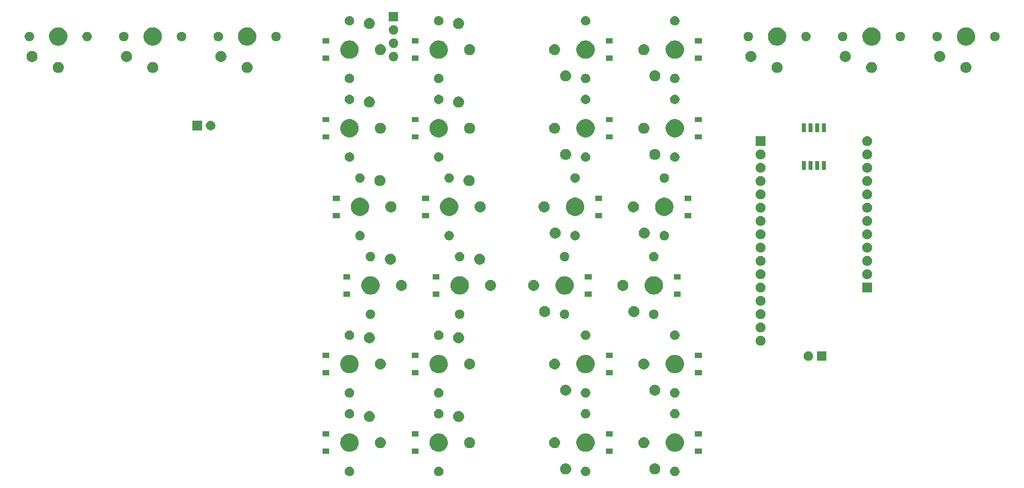
<source format=gbr>
G04 #@! TF.GenerationSoftware,KiCad,Pcbnew,5.1.6*
G04 #@! TF.CreationDate,2020-07-22T10:29:57-05:00*
G04 #@! TF.ProjectId,mobile-steno,6d6f6269-6c65-42d7-9374-656e6f2e6b69,rev?*
G04 #@! TF.SameCoordinates,Original*
G04 #@! TF.FileFunction,Soldermask,Bot*
G04 #@! TF.FilePolarity,Negative*
%FSLAX46Y46*%
G04 Gerber Fmt 4.6, Leading zero omitted, Abs format (unit mm)*
G04 Created by KiCad (PCBNEW 5.1.6) date 2020-07-22 10:29:57*
%MOMM*%
%LPD*%
G01*
G04 APERTURE LIST*
%ADD10C,0.100000*%
G04 APERTURE END LIST*
D10*
G36*
X102025252Y-122254707D02*
G01*
X102174552Y-122284404D01*
X102338524Y-122352324D01*
X102486094Y-122450927D01*
X102611593Y-122576426D01*
X102710196Y-122723996D01*
X102778116Y-122887968D01*
X102812740Y-123062039D01*
X102812740Y-123239521D01*
X102778116Y-123413592D01*
X102710196Y-123577564D01*
X102611593Y-123725134D01*
X102486094Y-123850633D01*
X102338524Y-123949236D01*
X102174552Y-124017156D01*
X102025252Y-124046853D01*
X102000482Y-124051780D01*
X101822998Y-124051780D01*
X101798228Y-124046853D01*
X101648928Y-124017156D01*
X101484956Y-123949236D01*
X101337386Y-123850633D01*
X101211887Y-123725134D01*
X101113284Y-123577564D01*
X101045364Y-123413592D01*
X101010740Y-123239521D01*
X101010740Y-123062039D01*
X101045364Y-122887968D01*
X101113284Y-122723996D01*
X101211887Y-122576426D01*
X101337386Y-122450927D01*
X101484956Y-122352324D01*
X101648928Y-122284404D01*
X101798228Y-122254707D01*
X101822998Y-122249780D01*
X102000482Y-122249780D01*
X102025252Y-122254707D01*
G37*
G36*
X130025252Y-122254707D02*
G01*
X130174552Y-122284404D01*
X130338524Y-122352324D01*
X130486094Y-122450927D01*
X130611593Y-122576426D01*
X130710196Y-122723996D01*
X130778116Y-122887968D01*
X130812740Y-123062039D01*
X130812740Y-123239521D01*
X130778116Y-123413592D01*
X130710196Y-123577564D01*
X130611593Y-123725134D01*
X130486094Y-123850633D01*
X130338524Y-123949236D01*
X130174552Y-124017156D01*
X130025252Y-124046853D01*
X130000482Y-124051780D01*
X129822998Y-124051780D01*
X129798228Y-124046853D01*
X129648928Y-124017156D01*
X129484956Y-123949236D01*
X129337386Y-123850633D01*
X129211887Y-123725134D01*
X129113284Y-123577564D01*
X129045364Y-123413592D01*
X129010740Y-123239521D01*
X129010740Y-123062039D01*
X129045364Y-122887968D01*
X129113284Y-122723996D01*
X129211887Y-122576426D01*
X129337386Y-122450927D01*
X129484956Y-122352324D01*
X129648928Y-122284404D01*
X129798228Y-122254707D01*
X129822998Y-122249780D01*
X130000482Y-122249780D01*
X130025252Y-122254707D01*
G37*
G36*
X147025252Y-122254707D02*
G01*
X147174552Y-122284404D01*
X147338524Y-122352324D01*
X147486094Y-122450927D01*
X147611593Y-122576426D01*
X147710196Y-122723996D01*
X147778116Y-122887968D01*
X147812740Y-123062039D01*
X147812740Y-123239521D01*
X147778116Y-123413592D01*
X147710196Y-123577564D01*
X147611593Y-123725134D01*
X147486094Y-123850633D01*
X147338524Y-123949236D01*
X147174552Y-124017156D01*
X147025252Y-124046853D01*
X147000482Y-124051780D01*
X146822998Y-124051780D01*
X146798228Y-124046853D01*
X146648928Y-124017156D01*
X146484956Y-123949236D01*
X146337386Y-123850633D01*
X146211887Y-123725134D01*
X146113284Y-123577564D01*
X146045364Y-123413592D01*
X146010740Y-123239521D01*
X146010740Y-123062039D01*
X146045364Y-122887968D01*
X146113284Y-122723996D01*
X146211887Y-122576426D01*
X146337386Y-122450927D01*
X146484956Y-122352324D01*
X146648928Y-122284404D01*
X146798228Y-122254707D01*
X146822998Y-122249780D01*
X147000482Y-122249780D01*
X147025252Y-122254707D01*
G37*
G36*
X85025252Y-122254707D02*
G01*
X85174552Y-122284404D01*
X85338524Y-122352324D01*
X85486094Y-122450927D01*
X85611593Y-122576426D01*
X85710196Y-122723996D01*
X85778116Y-122887968D01*
X85812740Y-123062039D01*
X85812740Y-123239521D01*
X85778116Y-123413592D01*
X85710196Y-123577564D01*
X85611593Y-123725134D01*
X85486094Y-123850633D01*
X85338524Y-123949236D01*
X85174552Y-124017156D01*
X85025252Y-124046853D01*
X85000482Y-124051780D01*
X84822998Y-124051780D01*
X84798228Y-124046853D01*
X84648928Y-124017156D01*
X84484956Y-123949236D01*
X84337386Y-123850633D01*
X84211887Y-123725134D01*
X84113284Y-123577564D01*
X84045364Y-123413592D01*
X84010740Y-123239521D01*
X84010740Y-123062039D01*
X84045364Y-122887968D01*
X84113284Y-122723996D01*
X84211887Y-122576426D01*
X84337386Y-122450927D01*
X84484956Y-122352324D01*
X84648928Y-122284404D01*
X84798228Y-122254707D01*
X84822998Y-122249780D01*
X85000482Y-122249780D01*
X85025252Y-122254707D01*
G37*
G36*
X143418304Y-121640169D02*
G01*
X143609573Y-121719395D01*
X143609575Y-121719396D01*
X143781713Y-121834415D01*
X143928105Y-121980807D01*
X144043125Y-122152947D01*
X144122351Y-122344216D01*
X144162740Y-122547264D01*
X144162740Y-122754296D01*
X144122351Y-122957344D01*
X144078985Y-123062038D01*
X144043124Y-123148615D01*
X143928105Y-123320753D01*
X143781713Y-123467145D01*
X143609575Y-123582164D01*
X143609574Y-123582165D01*
X143609573Y-123582165D01*
X143418304Y-123661391D01*
X143215256Y-123701780D01*
X143008224Y-123701780D01*
X142805176Y-123661391D01*
X142613907Y-123582165D01*
X142613906Y-123582165D01*
X142613905Y-123582164D01*
X142441767Y-123467145D01*
X142295375Y-123320753D01*
X142180356Y-123148615D01*
X142144495Y-123062038D01*
X142101129Y-122957344D01*
X142060740Y-122754296D01*
X142060740Y-122547264D01*
X142101129Y-122344216D01*
X142180355Y-122152947D01*
X142295375Y-121980807D01*
X142441767Y-121834415D01*
X142613905Y-121719396D01*
X142613907Y-121719395D01*
X142805176Y-121640169D01*
X143008224Y-121599780D01*
X143215256Y-121599780D01*
X143418304Y-121640169D01*
G37*
G36*
X126418304Y-121640169D02*
G01*
X126609573Y-121719395D01*
X126609575Y-121719396D01*
X126781713Y-121834415D01*
X126928105Y-121980807D01*
X127043125Y-122152947D01*
X127122351Y-122344216D01*
X127162740Y-122547264D01*
X127162740Y-122754296D01*
X127122351Y-122957344D01*
X127078985Y-123062038D01*
X127043124Y-123148615D01*
X126928105Y-123320753D01*
X126781713Y-123467145D01*
X126609575Y-123582164D01*
X126609574Y-123582165D01*
X126609573Y-123582165D01*
X126418304Y-123661391D01*
X126215256Y-123701780D01*
X126008224Y-123701780D01*
X125805176Y-123661391D01*
X125613907Y-123582165D01*
X125613906Y-123582165D01*
X125613905Y-123582164D01*
X125441767Y-123467145D01*
X125295375Y-123320753D01*
X125180356Y-123148615D01*
X125144495Y-123062038D01*
X125101129Y-122957344D01*
X125060740Y-122754296D01*
X125060740Y-122547264D01*
X125101129Y-122344216D01*
X125180355Y-122152947D01*
X125295375Y-121980807D01*
X125441767Y-121834415D01*
X125613905Y-121719396D01*
X125613907Y-121719395D01*
X125805176Y-121640169D01*
X126008224Y-121599780D01*
X126215256Y-121599780D01*
X126418304Y-121640169D01*
G37*
G36*
X152062740Y-119801780D02*
G01*
X150760740Y-119801780D01*
X150760740Y-118799780D01*
X152062740Y-118799780D01*
X152062740Y-119801780D01*
G37*
G36*
X135062740Y-119801780D02*
G01*
X133760740Y-119801780D01*
X133760740Y-118799780D01*
X135062740Y-118799780D01*
X135062740Y-119801780D01*
G37*
G36*
X98062740Y-119801780D02*
G01*
X96760740Y-119801780D01*
X96760740Y-118799780D01*
X98062740Y-118799780D01*
X98062740Y-119801780D01*
G37*
G36*
X81062740Y-119801780D02*
G01*
X79760740Y-119801780D01*
X79760740Y-118799780D01*
X81062740Y-118799780D01*
X81062740Y-119801780D01*
G37*
G36*
X130309725Y-115944640D02*
G01*
X130422488Y-115967070D01*
X130554481Y-116021743D01*
X130741148Y-116099063D01*
X131027936Y-116290689D01*
X131271831Y-116534584D01*
X131463457Y-116821372D01*
X131529497Y-116980807D01*
X131595450Y-117140032D01*
X131598019Y-117152947D01*
X131662740Y-117478320D01*
X131662740Y-117823240D01*
X131617880Y-118048765D01*
X131598019Y-118148615D01*
X131595450Y-118161527D01*
X131463457Y-118480188D01*
X131271831Y-118766976D01*
X131027936Y-119010871D01*
X130741148Y-119202497D01*
X130554481Y-119279817D01*
X130422488Y-119334490D01*
X130309725Y-119356920D01*
X130084200Y-119401780D01*
X129739280Y-119401780D01*
X129513755Y-119356920D01*
X129400992Y-119334490D01*
X129268999Y-119279817D01*
X129082332Y-119202497D01*
X128795544Y-119010871D01*
X128551649Y-118766976D01*
X128360023Y-118480188D01*
X128228030Y-118161527D01*
X128225462Y-118148615D01*
X128205600Y-118048765D01*
X128160740Y-117823240D01*
X128160740Y-117478320D01*
X128225461Y-117152947D01*
X128228030Y-117140032D01*
X128293983Y-116980807D01*
X128360023Y-116821372D01*
X128551649Y-116534584D01*
X128795544Y-116290689D01*
X129082332Y-116099063D01*
X129268999Y-116021743D01*
X129400992Y-115967070D01*
X129513755Y-115944640D01*
X129739280Y-115899780D01*
X130084200Y-115899780D01*
X130309725Y-115944640D01*
G37*
G36*
X102309725Y-115944640D02*
G01*
X102422488Y-115967070D01*
X102554481Y-116021743D01*
X102741148Y-116099063D01*
X103027936Y-116290689D01*
X103271831Y-116534584D01*
X103463457Y-116821372D01*
X103529497Y-116980807D01*
X103595450Y-117140032D01*
X103598019Y-117152947D01*
X103662740Y-117478320D01*
X103662740Y-117823240D01*
X103617880Y-118048765D01*
X103598019Y-118148615D01*
X103595450Y-118161527D01*
X103463457Y-118480188D01*
X103271831Y-118766976D01*
X103027936Y-119010871D01*
X102741148Y-119202497D01*
X102554481Y-119279817D01*
X102422488Y-119334490D01*
X102309725Y-119356920D01*
X102084200Y-119401780D01*
X101739280Y-119401780D01*
X101513755Y-119356920D01*
X101400992Y-119334490D01*
X101268999Y-119279817D01*
X101082332Y-119202497D01*
X100795544Y-119010871D01*
X100551649Y-118766976D01*
X100360023Y-118480188D01*
X100228030Y-118161527D01*
X100225462Y-118148615D01*
X100205600Y-118048765D01*
X100160740Y-117823240D01*
X100160740Y-117478320D01*
X100225461Y-117152947D01*
X100228030Y-117140032D01*
X100293983Y-116980807D01*
X100360023Y-116821372D01*
X100551649Y-116534584D01*
X100795544Y-116290689D01*
X101082332Y-116099063D01*
X101268999Y-116021743D01*
X101400992Y-115967070D01*
X101513755Y-115944640D01*
X101739280Y-115899780D01*
X102084200Y-115899780D01*
X102309725Y-115944640D01*
G37*
G36*
X147309725Y-115944640D02*
G01*
X147422488Y-115967070D01*
X147554481Y-116021743D01*
X147741148Y-116099063D01*
X148027936Y-116290689D01*
X148271831Y-116534584D01*
X148463457Y-116821372D01*
X148529497Y-116980807D01*
X148595450Y-117140032D01*
X148598019Y-117152947D01*
X148662740Y-117478320D01*
X148662740Y-117823240D01*
X148617880Y-118048765D01*
X148598019Y-118148615D01*
X148595450Y-118161527D01*
X148463457Y-118480188D01*
X148271831Y-118766976D01*
X148027936Y-119010871D01*
X147741148Y-119202497D01*
X147554481Y-119279817D01*
X147422488Y-119334490D01*
X147309725Y-119356920D01*
X147084200Y-119401780D01*
X146739280Y-119401780D01*
X146513755Y-119356920D01*
X146400992Y-119334490D01*
X146268999Y-119279817D01*
X146082332Y-119202497D01*
X145795544Y-119010871D01*
X145551649Y-118766976D01*
X145360023Y-118480188D01*
X145228030Y-118161527D01*
X145225462Y-118148615D01*
X145205600Y-118048765D01*
X145160740Y-117823240D01*
X145160740Y-117478320D01*
X145225461Y-117152947D01*
X145228030Y-117140032D01*
X145293983Y-116980807D01*
X145360023Y-116821372D01*
X145551649Y-116534584D01*
X145795544Y-116290689D01*
X146082332Y-116099063D01*
X146268999Y-116021743D01*
X146400992Y-115967070D01*
X146513755Y-115944640D01*
X146739280Y-115899780D01*
X147084200Y-115899780D01*
X147309725Y-115944640D01*
G37*
G36*
X85309725Y-115944640D02*
G01*
X85422488Y-115967070D01*
X85554481Y-116021743D01*
X85741148Y-116099063D01*
X86027936Y-116290689D01*
X86271831Y-116534584D01*
X86463457Y-116821372D01*
X86529497Y-116980807D01*
X86595450Y-117140032D01*
X86598019Y-117152947D01*
X86662740Y-117478320D01*
X86662740Y-117823240D01*
X86617880Y-118048765D01*
X86598019Y-118148615D01*
X86595450Y-118161527D01*
X86463457Y-118480188D01*
X86271831Y-118766976D01*
X86027936Y-119010871D01*
X85741148Y-119202497D01*
X85554481Y-119279817D01*
X85422488Y-119334490D01*
X85309725Y-119356920D01*
X85084200Y-119401780D01*
X84739280Y-119401780D01*
X84513755Y-119356920D01*
X84400992Y-119334490D01*
X84268999Y-119279817D01*
X84082332Y-119202497D01*
X83795544Y-119010871D01*
X83551649Y-118766976D01*
X83360023Y-118480188D01*
X83228030Y-118161527D01*
X83225462Y-118148615D01*
X83205600Y-118048765D01*
X83160740Y-117823240D01*
X83160740Y-117478320D01*
X83225461Y-117152947D01*
X83228030Y-117140032D01*
X83293983Y-116980807D01*
X83360023Y-116821372D01*
X83551649Y-116534584D01*
X83795544Y-116290689D01*
X84082332Y-116099063D01*
X84268999Y-116021743D01*
X84400992Y-115967070D01*
X84513755Y-115944640D01*
X84739280Y-115899780D01*
X85084200Y-115899780D01*
X85309725Y-115944640D01*
G37*
G36*
X141318304Y-116640169D02*
G01*
X141509573Y-116719395D01*
X141509575Y-116719396D01*
X141681713Y-116834415D01*
X141828105Y-116980807D01*
X141934496Y-117140032D01*
X141943125Y-117152947D01*
X142022351Y-117344216D01*
X142062740Y-117547264D01*
X142062740Y-117754296D01*
X142022351Y-117957344D01*
X141943125Y-118148613D01*
X141943124Y-118148615D01*
X141828105Y-118320753D01*
X141681713Y-118467145D01*
X141509575Y-118582164D01*
X141509574Y-118582165D01*
X141509573Y-118582165D01*
X141318304Y-118661391D01*
X141115256Y-118701780D01*
X140908224Y-118701780D01*
X140705176Y-118661391D01*
X140513907Y-118582165D01*
X140513906Y-118582165D01*
X140513905Y-118582164D01*
X140341767Y-118467145D01*
X140195375Y-118320753D01*
X140080356Y-118148615D01*
X140080355Y-118148613D01*
X140001129Y-117957344D01*
X139960740Y-117754296D01*
X139960740Y-117547264D01*
X140001129Y-117344216D01*
X140080355Y-117152947D01*
X140088985Y-117140032D01*
X140195375Y-116980807D01*
X140341767Y-116834415D01*
X140513905Y-116719396D01*
X140513907Y-116719395D01*
X140705176Y-116640169D01*
X140908224Y-116599780D01*
X141115256Y-116599780D01*
X141318304Y-116640169D01*
G37*
G36*
X108118304Y-116640169D02*
G01*
X108309573Y-116719395D01*
X108309575Y-116719396D01*
X108481713Y-116834415D01*
X108628105Y-116980807D01*
X108734496Y-117140032D01*
X108743125Y-117152947D01*
X108822351Y-117344216D01*
X108862740Y-117547264D01*
X108862740Y-117754296D01*
X108822351Y-117957344D01*
X108743125Y-118148613D01*
X108743124Y-118148615D01*
X108628105Y-118320753D01*
X108481713Y-118467145D01*
X108309575Y-118582164D01*
X108309574Y-118582165D01*
X108309573Y-118582165D01*
X108118304Y-118661391D01*
X107915256Y-118701780D01*
X107708224Y-118701780D01*
X107505176Y-118661391D01*
X107313907Y-118582165D01*
X107313906Y-118582165D01*
X107313905Y-118582164D01*
X107141767Y-118467145D01*
X106995375Y-118320753D01*
X106880356Y-118148615D01*
X106880355Y-118148613D01*
X106801129Y-117957344D01*
X106760740Y-117754296D01*
X106760740Y-117547264D01*
X106801129Y-117344216D01*
X106880355Y-117152947D01*
X106888985Y-117140032D01*
X106995375Y-116980807D01*
X107141767Y-116834415D01*
X107313905Y-116719396D01*
X107313907Y-116719395D01*
X107505176Y-116640169D01*
X107708224Y-116599780D01*
X107915256Y-116599780D01*
X108118304Y-116640169D01*
G37*
G36*
X91118304Y-116640169D02*
G01*
X91309573Y-116719395D01*
X91309575Y-116719396D01*
X91481713Y-116834415D01*
X91628105Y-116980807D01*
X91734496Y-117140032D01*
X91743125Y-117152947D01*
X91822351Y-117344216D01*
X91862740Y-117547264D01*
X91862740Y-117754296D01*
X91822351Y-117957344D01*
X91743125Y-118148613D01*
X91743124Y-118148615D01*
X91628105Y-118320753D01*
X91481713Y-118467145D01*
X91309575Y-118582164D01*
X91309574Y-118582165D01*
X91309573Y-118582165D01*
X91118304Y-118661391D01*
X90915256Y-118701780D01*
X90708224Y-118701780D01*
X90505176Y-118661391D01*
X90313907Y-118582165D01*
X90313906Y-118582165D01*
X90313905Y-118582164D01*
X90141767Y-118467145D01*
X89995375Y-118320753D01*
X89880356Y-118148615D01*
X89880355Y-118148613D01*
X89801129Y-117957344D01*
X89760740Y-117754296D01*
X89760740Y-117547264D01*
X89801129Y-117344216D01*
X89880355Y-117152947D01*
X89888985Y-117140032D01*
X89995375Y-116980807D01*
X90141767Y-116834415D01*
X90313905Y-116719396D01*
X90313907Y-116719395D01*
X90505176Y-116640169D01*
X90708224Y-116599780D01*
X90915256Y-116599780D01*
X91118304Y-116640169D01*
G37*
G36*
X124318304Y-116640169D02*
G01*
X124509573Y-116719395D01*
X124509575Y-116719396D01*
X124681713Y-116834415D01*
X124828105Y-116980807D01*
X124934496Y-117140032D01*
X124943125Y-117152947D01*
X125022351Y-117344216D01*
X125062740Y-117547264D01*
X125062740Y-117754296D01*
X125022351Y-117957344D01*
X124943125Y-118148613D01*
X124943124Y-118148615D01*
X124828105Y-118320753D01*
X124681713Y-118467145D01*
X124509575Y-118582164D01*
X124509574Y-118582165D01*
X124509573Y-118582165D01*
X124318304Y-118661391D01*
X124115256Y-118701780D01*
X123908224Y-118701780D01*
X123705176Y-118661391D01*
X123513907Y-118582165D01*
X123513906Y-118582165D01*
X123513905Y-118582164D01*
X123341767Y-118467145D01*
X123195375Y-118320753D01*
X123080356Y-118148615D01*
X123080355Y-118148613D01*
X123001129Y-117957344D01*
X122960740Y-117754296D01*
X122960740Y-117547264D01*
X123001129Y-117344216D01*
X123080355Y-117152947D01*
X123088985Y-117140032D01*
X123195375Y-116980807D01*
X123341767Y-116834415D01*
X123513905Y-116719396D01*
X123513907Y-116719395D01*
X123705176Y-116640169D01*
X123908224Y-116599780D01*
X124115256Y-116599780D01*
X124318304Y-116640169D01*
G37*
G36*
X81062740Y-116501780D02*
G01*
X79760740Y-116501780D01*
X79760740Y-115499780D01*
X81062740Y-115499780D01*
X81062740Y-116501780D01*
G37*
G36*
X135062740Y-116501780D02*
G01*
X133760740Y-116501780D01*
X133760740Y-115499780D01*
X135062740Y-115499780D01*
X135062740Y-116501780D01*
G37*
G36*
X98062740Y-116501780D02*
G01*
X96760740Y-116501780D01*
X96760740Y-115499780D01*
X98062740Y-115499780D01*
X98062740Y-116501780D01*
G37*
G36*
X152062740Y-116501780D02*
G01*
X150760740Y-116501780D01*
X150760740Y-115499780D01*
X152062740Y-115499780D01*
X152062740Y-116501780D01*
G37*
G36*
X106018304Y-111640169D02*
G01*
X106209573Y-111719395D01*
X106209575Y-111719396D01*
X106381713Y-111834415D01*
X106528105Y-111980807D01*
X106582383Y-112062039D01*
X106643125Y-112152947D01*
X106722351Y-112344216D01*
X106762740Y-112547264D01*
X106762740Y-112754296D01*
X106722351Y-112957344D01*
X106697576Y-113017156D01*
X106643124Y-113148615D01*
X106528105Y-113320753D01*
X106381713Y-113467145D01*
X106209575Y-113582164D01*
X106209574Y-113582165D01*
X106209573Y-113582165D01*
X106018304Y-113661391D01*
X105815256Y-113701780D01*
X105608224Y-113701780D01*
X105405176Y-113661391D01*
X105213907Y-113582165D01*
X105213906Y-113582165D01*
X105213905Y-113582164D01*
X105041767Y-113467145D01*
X104895375Y-113320753D01*
X104780356Y-113148615D01*
X104725904Y-113017156D01*
X104701129Y-112957344D01*
X104660740Y-112754296D01*
X104660740Y-112547264D01*
X104701129Y-112344216D01*
X104780355Y-112152947D01*
X104841098Y-112062039D01*
X104895375Y-111980807D01*
X105041767Y-111834415D01*
X105213905Y-111719396D01*
X105213907Y-111719395D01*
X105405176Y-111640169D01*
X105608224Y-111599780D01*
X105815256Y-111599780D01*
X106018304Y-111640169D01*
G37*
G36*
X89018304Y-111640169D02*
G01*
X89209573Y-111719395D01*
X89209575Y-111719396D01*
X89381713Y-111834415D01*
X89528105Y-111980807D01*
X89582383Y-112062039D01*
X89643125Y-112152947D01*
X89722351Y-112344216D01*
X89762740Y-112547264D01*
X89762740Y-112754296D01*
X89722351Y-112957344D01*
X89697576Y-113017156D01*
X89643124Y-113148615D01*
X89528105Y-113320753D01*
X89381713Y-113467145D01*
X89209575Y-113582164D01*
X89209574Y-113582165D01*
X89209573Y-113582165D01*
X89018304Y-113661391D01*
X88815256Y-113701780D01*
X88608224Y-113701780D01*
X88405176Y-113661391D01*
X88213907Y-113582165D01*
X88213906Y-113582165D01*
X88213905Y-113582164D01*
X88041767Y-113467145D01*
X87895375Y-113320753D01*
X87780356Y-113148615D01*
X87725904Y-113017156D01*
X87701129Y-112957344D01*
X87660740Y-112754296D01*
X87660740Y-112547264D01*
X87701129Y-112344216D01*
X87780355Y-112152947D01*
X87841098Y-112062039D01*
X87895375Y-111980807D01*
X88041767Y-111834415D01*
X88213905Y-111719396D01*
X88213907Y-111719395D01*
X88405176Y-111640169D01*
X88608224Y-111599780D01*
X88815256Y-111599780D01*
X89018304Y-111640169D01*
G37*
G36*
X130025252Y-111254707D02*
G01*
X130174552Y-111284404D01*
X130338524Y-111352324D01*
X130486094Y-111450927D01*
X130611593Y-111576426D01*
X130710196Y-111723996D01*
X130778116Y-111887968D01*
X130812740Y-112062039D01*
X130812740Y-112239521D01*
X130778116Y-112413592D01*
X130710196Y-112577564D01*
X130611593Y-112725134D01*
X130486094Y-112850633D01*
X130338524Y-112949236D01*
X130174552Y-113017156D01*
X130025252Y-113046853D01*
X130000482Y-113051780D01*
X129822998Y-113051780D01*
X129798228Y-113046853D01*
X129648928Y-113017156D01*
X129484956Y-112949236D01*
X129337386Y-112850633D01*
X129211887Y-112725134D01*
X129113284Y-112577564D01*
X129045364Y-112413592D01*
X129010740Y-112239521D01*
X129010740Y-112062039D01*
X129045364Y-111887968D01*
X129113284Y-111723996D01*
X129211887Y-111576426D01*
X129337386Y-111450927D01*
X129484956Y-111352324D01*
X129648928Y-111284404D01*
X129798228Y-111254707D01*
X129822998Y-111249780D01*
X130000482Y-111249780D01*
X130025252Y-111254707D01*
G37*
G36*
X102025252Y-111254707D02*
G01*
X102174552Y-111284404D01*
X102338524Y-111352324D01*
X102486094Y-111450927D01*
X102611593Y-111576426D01*
X102710196Y-111723996D01*
X102778116Y-111887968D01*
X102812740Y-112062039D01*
X102812740Y-112239521D01*
X102778116Y-112413592D01*
X102710196Y-112577564D01*
X102611593Y-112725134D01*
X102486094Y-112850633D01*
X102338524Y-112949236D01*
X102174552Y-113017156D01*
X102025252Y-113046853D01*
X102000482Y-113051780D01*
X101822998Y-113051780D01*
X101798228Y-113046853D01*
X101648928Y-113017156D01*
X101484956Y-112949236D01*
X101337386Y-112850633D01*
X101211887Y-112725134D01*
X101113284Y-112577564D01*
X101045364Y-112413592D01*
X101010740Y-112239521D01*
X101010740Y-112062039D01*
X101045364Y-111887968D01*
X101113284Y-111723996D01*
X101211887Y-111576426D01*
X101337386Y-111450927D01*
X101484956Y-111352324D01*
X101648928Y-111284404D01*
X101798228Y-111254707D01*
X101822998Y-111249780D01*
X102000482Y-111249780D01*
X102025252Y-111254707D01*
G37*
G36*
X85025252Y-111254707D02*
G01*
X85174552Y-111284404D01*
X85338524Y-111352324D01*
X85486094Y-111450927D01*
X85611593Y-111576426D01*
X85710196Y-111723996D01*
X85778116Y-111887968D01*
X85812740Y-112062039D01*
X85812740Y-112239521D01*
X85778116Y-112413592D01*
X85710196Y-112577564D01*
X85611593Y-112725134D01*
X85486094Y-112850633D01*
X85338524Y-112949236D01*
X85174552Y-113017156D01*
X85025252Y-113046853D01*
X85000482Y-113051780D01*
X84822998Y-113051780D01*
X84798228Y-113046853D01*
X84648928Y-113017156D01*
X84484956Y-112949236D01*
X84337386Y-112850633D01*
X84211887Y-112725134D01*
X84113284Y-112577564D01*
X84045364Y-112413592D01*
X84010740Y-112239521D01*
X84010740Y-112062039D01*
X84045364Y-111887968D01*
X84113284Y-111723996D01*
X84211887Y-111576426D01*
X84337386Y-111450927D01*
X84484956Y-111352324D01*
X84648928Y-111284404D01*
X84798228Y-111254707D01*
X84822998Y-111249780D01*
X85000482Y-111249780D01*
X85025252Y-111254707D01*
G37*
G36*
X147025252Y-111254707D02*
G01*
X147174552Y-111284404D01*
X147338524Y-111352324D01*
X147486094Y-111450927D01*
X147611593Y-111576426D01*
X147710196Y-111723996D01*
X147778116Y-111887968D01*
X147812740Y-112062039D01*
X147812740Y-112239521D01*
X147778116Y-112413592D01*
X147710196Y-112577564D01*
X147611593Y-112725134D01*
X147486094Y-112850633D01*
X147338524Y-112949236D01*
X147174552Y-113017156D01*
X147025252Y-113046853D01*
X147000482Y-113051780D01*
X146822998Y-113051780D01*
X146798228Y-113046853D01*
X146648928Y-113017156D01*
X146484956Y-112949236D01*
X146337386Y-112850633D01*
X146211887Y-112725134D01*
X146113284Y-112577564D01*
X146045364Y-112413592D01*
X146010740Y-112239521D01*
X146010740Y-112062039D01*
X146045364Y-111887968D01*
X146113284Y-111723996D01*
X146211887Y-111576426D01*
X146337386Y-111450927D01*
X146484956Y-111352324D01*
X146648928Y-111284404D01*
X146798228Y-111254707D01*
X146822998Y-111249780D01*
X147000482Y-111249780D01*
X147025252Y-111254707D01*
G37*
G36*
X85025252Y-107254707D02*
G01*
X85174552Y-107284404D01*
X85338524Y-107352324D01*
X85486094Y-107450927D01*
X85611593Y-107576426D01*
X85710196Y-107723996D01*
X85778116Y-107887968D01*
X85812740Y-108062039D01*
X85812740Y-108239521D01*
X85778116Y-108413592D01*
X85710196Y-108577564D01*
X85611593Y-108725134D01*
X85486094Y-108850633D01*
X85338524Y-108949236D01*
X85174552Y-109017156D01*
X85025252Y-109046853D01*
X85000482Y-109051780D01*
X84822998Y-109051780D01*
X84798228Y-109046853D01*
X84648928Y-109017156D01*
X84484956Y-108949236D01*
X84337386Y-108850633D01*
X84211887Y-108725134D01*
X84113284Y-108577564D01*
X84045364Y-108413592D01*
X84010740Y-108239521D01*
X84010740Y-108062039D01*
X84045364Y-107887968D01*
X84113284Y-107723996D01*
X84211887Y-107576426D01*
X84337386Y-107450927D01*
X84484956Y-107352324D01*
X84648928Y-107284404D01*
X84798228Y-107254707D01*
X84822998Y-107249780D01*
X85000482Y-107249780D01*
X85025252Y-107254707D01*
G37*
G36*
X147025252Y-107254707D02*
G01*
X147174552Y-107284404D01*
X147338524Y-107352324D01*
X147486094Y-107450927D01*
X147611593Y-107576426D01*
X147710196Y-107723996D01*
X147778116Y-107887968D01*
X147812740Y-108062039D01*
X147812740Y-108239521D01*
X147778116Y-108413592D01*
X147710196Y-108577564D01*
X147611593Y-108725134D01*
X147486094Y-108850633D01*
X147338524Y-108949236D01*
X147174552Y-109017156D01*
X147025252Y-109046853D01*
X147000482Y-109051780D01*
X146822998Y-109051780D01*
X146798228Y-109046853D01*
X146648928Y-109017156D01*
X146484956Y-108949236D01*
X146337386Y-108850633D01*
X146211887Y-108725134D01*
X146113284Y-108577564D01*
X146045364Y-108413592D01*
X146010740Y-108239521D01*
X146010740Y-108062039D01*
X146045364Y-107887968D01*
X146113284Y-107723996D01*
X146211887Y-107576426D01*
X146337386Y-107450927D01*
X146484956Y-107352324D01*
X146648928Y-107284404D01*
X146798228Y-107254707D01*
X146822998Y-107249780D01*
X147000482Y-107249780D01*
X147025252Y-107254707D01*
G37*
G36*
X130025252Y-107254707D02*
G01*
X130174552Y-107284404D01*
X130338524Y-107352324D01*
X130486094Y-107450927D01*
X130611593Y-107576426D01*
X130710196Y-107723996D01*
X130778116Y-107887968D01*
X130812740Y-108062039D01*
X130812740Y-108239521D01*
X130778116Y-108413592D01*
X130710196Y-108577564D01*
X130611593Y-108725134D01*
X130486094Y-108850633D01*
X130338524Y-108949236D01*
X130174552Y-109017156D01*
X130025252Y-109046853D01*
X130000482Y-109051780D01*
X129822998Y-109051780D01*
X129798228Y-109046853D01*
X129648928Y-109017156D01*
X129484956Y-108949236D01*
X129337386Y-108850633D01*
X129211887Y-108725134D01*
X129113284Y-108577564D01*
X129045364Y-108413592D01*
X129010740Y-108239521D01*
X129010740Y-108062039D01*
X129045364Y-107887968D01*
X129113284Y-107723996D01*
X129211887Y-107576426D01*
X129337386Y-107450927D01*
X129484956Y-107352324D01*
X129648928Y-107284404D01*
X129798228Y-107254707D01*
X129822998Y-107249780D01*
X130000482Y-107249780D01*
X130025252Y-107254707D01*
G37*
G36*
X102025252Y-107254707D02*
G01*
X102174552Y-107284404D01*
X102338524Y-107352324D01*
X102486094Y-107450927D01*
X102611593Y-107576426D01*
X102710196Y-107723996D01*
X102778116Y-107887968D01*
X102812740Y-108062039D01*
X102812740Y-108239521D01*
X102778116Y-108413592D01*
X102710196Y-108577564D01*
X102611593Y-108725134D01*
X102486094Y-108850633D01*
X102338524Y-108949236D01*
X102174552Y-109017156D01*
X102025252Y-109046853D01*
X102000482Y-109051780D01*
X101822998Y-109051780D01*
X101798228Y-109046853D01*
X101648928Y-109017156D01*
X101484956Y-108949236D01*
X101337386Y-108850633D01*
X101211887Y-108725134D01*
X101113284Y-108577564D01*
X101045364Y-108413592D01*
X101010740Y-108239521D01*
X101010740Y-108062039D01*
X101045364Y-107887968D01*
X101113284Y-107723996D01*
X101211887Y-107576426D01*
X101337386Y-107450927D01*
X101484956Y-107352324D01*
X101648928Y-107284404D01*
X101798228Y-107254707D01*
X101822998Y-107249780D01*
X102000482Y-107249780D01*
X102025252Y-107254707D01*
G37*
G36*
X143418304Y-106640169D02*
G01*
X143609573Y-106719395D01*
X143609575Y-106719396D01*
X143781713Y-106834415D01*
X143928105Y-106980807D01*
X144043125Y-107152947D01*
X144122351Y-107344216D01*
X144162740Y-107547264D01*
X144162740Y-107754296D01*
X144122351Y-107957344D01*
X144078985Y-108062038D01*
X144043124Y-108148615D01*
X143928105Y-108320753D01*
X143781713Y-108467145D01*
X143609575Y-108582164D01*
X143609574Y-108582165D01*
X143609573Y-108582165D01*
X143418304Y-108661391D01*
X143215256Y-108701780D01*
X143008224Y-108701780D01*
X142805176Y-108661391D01*
X142613907Y-108582165D01*
X142613906Y-108582165D01*
X142613905Y-108582164D01*
X142441767Y-108467145D01*
X142295375Y-108320753D01*
X142180356Y-108148615D01*
X142144495Y-108062038D01*
X142101129Y-107957344D01*
X142060740Y-107754296D01*
X142060740Y-107547264D01*
X142101129Y-107344216D01*
X142180355Y-107152947D01*
X142295375Y-106980807D01*
X142441767Y-106834415D01*
X142613905Y-106719396D01*
X142613907Y-106719395D01*
X142805176Y-106640169D01*
X143008224Y-106599780D01*
X143215256Y-106599780D01*
X143418304Y-106640169D01*
G37*
G36*
X126418304Y-106640169D02*
G01*
X126609573Y-106719395D01*
X126609575Y-106719396D01*
X126781713Y-106834415D01*
X126928105Y-106980807D01*
X127043125Y-107152947D01*
X127122351Y-107344216D01*
X127162740Y-107547264D01*
X127162740Y-107754296D01*
X127122351Y-107957344D01*
X127078985Y-108062038D01*
X127043124Y-108148615D01*
X126928105Y-108320753D01*
X126781713Y-108467145D01*
X126609575Y-108582164D01*
X126609574Y-108582165D01*
X126609573Y-108582165D01*
X126418304Y-108661391D01*
X126215256Y-108701780D01*
X126008224Y-108701780D01*
X125805176Y-108661391D01*
X125613907Y-108582165D01*
X125613906Y-108582165D01*
X125613905Y-108582164D01*
X125441767Y-108467145D01*
X125295375Y-108320753D01*
X125180356Y-108148615D01*
X125144495Y-108062038D01*
X125101129Y-107957344D01*
X125060740Y-107754296D01*
X125060740Y-107547264D01*
X125101129Y-107344216D01*
X125180355Y-107152947D01*
X125295375Y-106980807D01*
X125441767Y-106834415D01*
X125613905Y-106719396D01*
X125613907Y-106719395D01*
X125805176Y-106640169D01*
X126008224Y-106599780D01*
X126215256Y-106599780D01*
X126418304Y-106640169D01*
G37*
G36*
X98062740Y-104801780D02*
G01*
X96760740Y-104801780D01*
X96760740Y-103799780D01*
X98062740Y-103799780D01*
X98062740Y-104801780D01*
G37*
G36*
X81062740Y-104801780D02*
G01*
X79760740Y-104801780D01*
X79760740Y-103799780D01*
X81062740Y-103799780D01*
X81062740Y-104801780D01*
G37*
G36*
X135062740Y-104801780D02*
G01*
X133760740Y-104801780D01*
X133760740Y-103799780D01*
X135062740Y-103799780D01*
X135062740Y-104801780D01*
G37*
G36*
X152062740Y-104801780D02*
G01*
X150760740Y-104801780D01*
X150760740Y-103799780D01*
X152062740Y-103799780D01*
X152062740Y-104801780D01*
G37*
G36*
X102309725Y-100944640D02*
G01*
X102422488Y-100967070D01*
X102554481Y-101021743D01*
X102741148Y-101099063D01*
X103027936Y-101290689D01*
X103271831Y-101534584D01*
X103463457Y-101821372D01*
X103475577Y-101850633D01*
X103595450Y-102140032D01*
X103598019Y-102152947D01*
X103662740Y-102478320D01*
X103662740Y-102823240D01*
X103617880Y-103048765D01*
X103598019Y-103148615D01*
X103595450Y-103161527D01*
X103463457Y-103480188D01*
X103271831Y-103766976D01*
X103027936Y-104010871D01*
X102741148Y-104202497D01*
X102554481Y-104279817D01*
X102422488Y-104334490D01*
X102309725Y-104356920D01*
X102084200Y-104401780D01*
X101739280Y-104401780D01*
X101513755Y-104356920D01*
X101400992Y-104334490D01*
X101268999Y-104279817D01*
X101082332Y-104202497D01*
X100795544Y-104010871D01*
X100551649Y-103766976D01*
X100360023Y-103480188D01*
X100228030Y-103161527D01*
X100225462Y-103148615D01*
X100205600Y-103048765D01*
X100160740Y-102823240D01*
X100160740Y-102478320D01*
X100225461Y-102152947D01*
X100228030Y-102140032D01*
X100347903Y-101850633D01*
X100360023Y-101821372D01*
X100551649Y-101534584D01*
X100795544Y-101290689D01*
X101082332Y-101099063D01*
X101268999Y-101021743D01*
X101400992Y-100967070D01*
X101513755Y-100944640D01*
X101739280Y-100899780D01*
X102084200Y-100899780D01*
X102309725Y-100944640D01*
G37*
G36*
X147309725Y-100944640D02*
G01*
X147422488Y-100967070D01*
X147554481Y-101021743D01*
X147741148Y-101099063D01*
X148027936Y-101290689D01*
X148271831Y-101534584D01*
X148463457Y-101821372D01*
X148475577Y-101850633D01*
X148595450Y-102140032D01*
X148598019Y-102152947D01*
X148662740Y-102478320D01*
X148662740Y-102823240D01*
X148617880Y-103048765D01*
X148598019Y-103148615D01*
X148595450Y-103161527D01*
X148463457Y-103480188D01*
X148271831Y-103766976D01*
X148027936Y-104010871D01*
X147741148Y-104202497D01*
X147554481Y-104279817D01*
X147422488Y-104334490D01*
X147309725Y-104356920D01*
X147084200Y-104401780D01*
X146739280Y-104401780D01*
X146513755Y-104356920D01*
X146400992Y-104334490D01*
X146268999Y-104279817D01*
X146082332Y-104202497D01*
X145795544Y-104010871D01*
X145551649Y-103766976D01*
X145360023Y-103480188D01*
X145228030Y-103161527D01*
X145225462Y-103148615D01*
X145205600Y-103048765D01*
X145160740Y-102823240D01*
X145160740Y-102478320D01*
X145225461Y-102152947D01*
X145228030Y-102140032D01*
X145347903Y-101850633D01*
X145360023Y-101821372D01*
X145551649Y-101534584D01*
X145795544Y-101290689D01*
X146082332Y-101099063D01*
X146268999Y-101021743D01*
X146400992Y-100967070D01*
X146513755Y-100944640D01*
X146739280Y-100899780D01*
X147084200Y-100899780D01*
X147309725Y-100944640D01*
G37*
G36*
X85309725Y-100944640D02*
G01*
X85422488Y-100967070D01*
X85554481Y-101021743D01*
X85741148Y-101099063D01*
X86027936Y-101290689D01*
X86271831Y-101534584D01*
X86463457Y-101821372D01*
X86475577Y-101850633D01*
X86595450Y-102140032D01*
X86598019Y-102152947D01*
X86662740Y-102478320D01*
X86662740Y-102823240D01*
X86617880Y-103048765D01*
X86598019Y-103148615D01*
X86595450Y-103161527D01*
X86463457Y-103480188D01*
X86271831Y-103766976D01*
X86027936Y-104010871D01*
X85741148Y-104202497D01*
X85554481Y-104279817D01*
X85422488Y-104334490D01*
X85309725Y-104356920D01*
X85084200Y-104401780D01*
X84739280Y-104401780D01*
X84513755Y-104356920D01*
X84400992Y-104334490D01*
X84268999Y-104279817D01*
X84082332Y-104202497D01*
X83795544Y-104010871D01*
X83551649Y-103766976D01*
X83360023Y-103480188D01*
X83228030Y-103161527D01*
X83225462Y-103148615D01*
X83205600Y-103048765D01*
X83160740Y-102823240D01*
X83160740Y-102478320D01*
X83225461Y-102152947D01*
X83228030Y-102140032D01*
X83347903Y-101850633D01*
X83360023Y-101821372D01*
X83551649Y-101534584D01*
X83795544Y-101290689D01*
X84082332Y-101099063D01*
X84268999Y-101021743D01*
X84400992Y-100967070D01*
X84513755Y-100944640D01*
X84739280Y-100899780D01*
X85084200Y-100899780D01*
X85309725Y-100944640D01*
G37*
G36*
X130309725Y-100944640D02*
G01*
X130422488Y-100967070D01*
X130554481Y-101021743D01*
X130741148Y-101099063D01*
X131027936Y-101290689D01*
X131271831Y-101534584D01*
X131463457Y-101821372D01*
X131475577Y-101850633D01*
X131595450Y-102140032D01*
X131598019Y-102152947D01*
X131662740Y-102478320D01*
X131662740Y-102823240D01*
X131617880Y-103048765D01*
X131598019Y-103148615D01*
X131595450Y-103161527D01*
X131463457Y-103480188D01*
X131271831Y-103766976D01*
X131027936Y-104010871D01*
X130741148Y-104202497D01*
X130554481Y-104279817D01*
X130422488Y-104334490D01*
X130309725Y-104356920D01*
X130084200Y-104401780D01*
X129739280Y-104401780D01*
X129513755Y-104356920D01*
X129400992Y-104334490D01*
X129268999Y-104279817D01*
X129082332Y-104202497D01*
X128795544Y-104010871D01*
X128551649Y-103766976D01*
X128360023Y-103480188D01*
X128228030Y-103161527D01*
X128225462Y-103148615D01*
X128205600Y-103048765D01*
X128160740Y-102823240D01*
X128160740Y-102478320D01*
X128225461Y-102152947D01*
X128228030Y-102140032D01*
X128347903Y-101850633D01*
X128360023Y-101821372D01*
X128551649Y-101534584D01*
X128795544Y-101290689D01*
X129082332Y-101099063D01*
X129268999Y-101021743D01*
X129400992Y-100967070D01*
X129513755Y-100944640D01*
X129739280Y-100899780D01*
X130084200Y-100899780D01*
X130309725Y-100944640D01*
G37*
G36*
X108118304Y-101640169D02*
G01*
X108309573Y-101719395D01*
X108309575Y-101719396D01*
X108481713Y-101834415D01*
X108628105Y-101980807D01*
X108734496Y-102140032D01*
X108743125Y-102152947D01*
X108822351Y-102344216D01*
X108862740Y-102547264D01*
X108862740Y-102754296D01*
X108822351Y-102957344D01*
X108743125Y-103148613D01*
X108743124Y-103148615D01*
X108628105Y-103320753D01*
X108481713Y-103467145D01*
X108309575Y-103582164D01*
X108309574Y-103582165D01*
X108309573Y-103582165D01*
X108118304Y-103661391D01*
X107915256Y-103701780D01*
X107708224Y-103701780D01*
X107505176Y-103661391D01*
X107313907Y-103582165D01*
X107313906Y-103582165D01*
X107313905Y-103582164D01*
X107141767Y-103467145D01*
X106995375Y-103320753D01*
X106880356Y-103148615D01*
X106880355Y-103148613D01*
X106801129Y-102957344D01*
X106760740Y-102754296D01*
X106760740Y-102547264D01*
X106801129Y-102344216D01*
X106880355Y-102152947D01*
X106888985Y-102140032D01*
X106995375Y-101980807D01*
X107141767Y-101834415D01*
X107313905Y-101719396D01*
X107313907Y-101719395D01*
X107505176Y-101640169D01*
X107708224Y-101599780D01*
X107915256Y-101599780D01*
X108118304Y-101640169D01*
G37*
G36*
X124318304Y-101640169D02*
G01*
X124509573Y-101719395D01*
X124509575Y-101719396D01*
X124681713Y-101834415D01*
X124828105Y-101980807D01*
X124934496Y-102140032D01*
X124943125Y-102152947D01*
X125022351Y-102344216D01*
X125062740Y-102547264D01*
X125062740Y-102754296D01*
X125022351Y-102957344D01*
X124943125Y-103148613D01*
X124943124Y-103148615D01*
X124828105Y-103320753D01*
X124681713Y-103467145D01*
X124509575Y-103582164D01*
X124509574Y-103582165D01*
X124509573Y-103582165D01*
X124318304Y-103661391D01*
X124115256Y-103701780D01*
X123908224Y-103701780D01*
X123705176Y-103661391D01*
X123513907Y-103582165D01*
X123513906Y-103582165D01*
X123513905Y-103582164D01*
X123341767Y-103467145D01*
X123195375Y-103320753D01*
X123080356Y-103148615D01*
X123080355Y-103148613D01*
X123001129Y-102957344D01*
X122960740Y-102754296D01*
X122960740Y-102547264D01*
X123001129Y-102344216D01*
X123080355Y-102152947D01*
X123088985Y-102140032D01*
X123195375Y-101980807D01*
X123341767Y-101834415D01*
X123513905Y-101719396D01*
X123513907Y-101719395D01*
X123705176Y-101640169D01*
X123908224Y-101599780D01*
X124115256Y-101599780D01*
X124318304Y-101640169D01*
G37*
G36*
X141318304Y-101640169D02*
G01*
X141509573Y-101719395D01*
X141509575Y-101719396D01*
X141681713Y-101834415D01*
X141828105Y-101980807D01*
X141934496Y-102140032D01*
X141943125Y-102152947D01*
X142022351Y-102344216D01*
X142062740Y-102547264D01*
X142062740Y-102754296D01*
X142022351Y-102957344D01*
X141943125Y-103148613D01*
X141943124Y-103148615D01*
X141828105Y-103320753D01*
X141681713Y-103467145D01*
X141509575Y-103582164D01*
X141509574Y-103582165D01*
X141509573Y-103582165D01*
X141318304Y-103661391D01*
X141115256Y-103701780D01*
X140908224Y-103701780D01*
X140705176Y-103661391D01*
X140513907Y-103582165D01*
X140513906Y-103582165D01*
X140513905Y-103582164D01*
X140341767Y-103467145D01*
X140195375Y-103320753D01*
X140080356Y-103148615D01*
X140080355Y-103148613D01*
X140001129Y-102957344D01*
X139960740Y-102754296D01*
X139960740Y-102547264D01*
X140001129Y-102344216D01*
X140080355Y-102152947D01*
X140088985Y-102140032D01*
X140195375Y-101980807D01*
X140341767Y-101834415D01*
X140513905Y-101719396D01*
X140513907Y-101719395D01*
X140705176Y-101640169D01*
X140908224Y-101599780D01*
X141115256Y-101599780D01*
X141318304Y-101640169D01*
G37*
G36*
X91118304Y-101640169D02*
G01*
X91309573Y-101719395D01*
X91309575Y-101719396D01*
X91481713Y-101834415D01*
X91628105Y-101980807D01*
X91734496Y-102140032D01*
X91743125Y-102152947D01*
X91822351Y-102344216D01*
X91862740Y-102547264D01*
X91862740Y-102754296D01*
X91822351Y-102957344D01*
X91743125Y-103148613D01*
X91743124Y-103148615D01*
X91628105Y-103320753D01*
X91481713Y-103467145D01*
X91309575Y-103582164D01*
X91309574Y-103582165D01*
X91309573Y-103582165D01*
X91118304Y-103661391D01*
X90915256Y-103701780D01*
X90708224Y-103701780D01*
X90505176Y-103661391D01*
X90313907Y-103582165D01*
X90313906Y-103582165D01*
X90313905Y-103582164D01*
X90141767Y-103467145D01*
X89995375Y-103320753D01*
X89880356Y-103148615D01*
X89880355Y-103148613D01*
X89801129Y-102957344D01*
X89760740Y-102754296D01*
X89760740Y-102547264D01*
X89801129Y-102344216D01*
X89880355Y-102152947D01*
X89888985Y-102140032D01*
X89995375Y-101980807D01*
X90141767Y-101834415D01*
X90313905Y-101719396D01*
X90313907Y-101719395D01*
X90505176Y-101640169D01*
X90708224Y-101599780D01*
X90915256Y-101599780D01*
X91118304Y-101640169D01*
G37*
G36*
X175812740Y-102051780D02*
G01*
X174010740Y-102051780D01*
X174010740Y-100249780D01*
X175812740Y-100249780D01*
X175812740Y-102051780D01*
G37*
G36*
X172485252Y-100254707D02*
G01*
X172634552Y-100284404D01*
X172798524Y-100352324D01*
X172946094Y-100450927D01*
X173071593Y-100576426D01*
X173170196Y-100723996D01*
X173238116Y-100887968D01*
X173272740Y-101062039D01*
X173272740Y-101239521D01*
X173238116Y-101413592D01*
X173170196Y-101577564D01*
X173071593Y-101725134D01*
X172946094Y-101850633D01*
X172798524Y-101949236D01*
X172634552Y-102017156D01*
X172485252Y-102046853D01*
X172460482Y-102051780D01*
X172282998Y-102051780D01*
X172258228Y-102046853D01*
X172108928Y-102017156D01*
X171944956Y-101949236D01*
X171797386Y-101850633D01*
X171671887Y-101725134D01*
X171573284Y-101577564D01*
X171505364Y-101413592D01*
X171470740Y-101239521D01*
X171470740Y-101062039D01*
X171505364Y-100887968D01*
X171573284Y-100723996D01*
X171671887Y-100576426D01*
X171797386Y-100450927D01*
X171944956Y-100352324D01*
X172108928Y-100284404D01*
X172258228Y-100254707D01*
X172282998Y-100249780D01*
X172460482Y-100249780D01*
X172485252Y-100254707D01*
G37*
G36*
X81062740Y-101501780D02*
G01*
X79760740Y-101501780D01*
X79760740Y-100499780D01*
X81062740Y-100499780D01*
X81062740Y-101501780D01*
G37*
G36*
X98062740Y-101501780D02*
G01*
X96760740Y-101501780D01*
X96760740Y-100499780D01*
X98062740Y-100499780D01*
X98062740Y-101501780D01*
G37*
G36*
X135062740Y-101501780D02*
G01*
X133760740Y-101501780D01*
X133760740Y-100499780D01*
X135062740Y-100499780D01*
X135062740Y-101501780D01*
G37*
G36*
X152062740Y-101501780D02*
G01*
X150760740Y-101501780D01*
X150760740Y-100499780D01*
X152062740Y-100499780D01*
X152062740Y-101501780D01*
G37*
G36*
X163525927Y-97296903D02*
G01*
X163696995Y-97367762D01*
X163696997Y-97367763D01*
X163850955Y-97470635D01*
X163981885Y-97601565D01*
X164083936Y-97754294D01*
X164084758Y-97755525D01*
X164155617Y-97926593D01*
X164191740Y-98108197D01*
X164191740Y-98293363D01*
X164155617Y-98474967D01*
X164111214Y-98582164D01*
X164084757Y-98646037D01*
X163981885Y-98799995D01*
X163850955Y-98930925D01*
X163696997Y-99033797D01*
X163696996Y-99033798D01*
X163696995Y-99033798D01*
X163525927Y-99104657D01*
X163344323Y-99140780D01*
X163159157Y-99140780D01*
X162977553Y-99104657D01*
X162806485Y-99033798D01*
X162806484Y-99033798D01*
X162806483Y-99033797D01*
X162652525Y-98930925D01*
X162521595Y-98799995D01*
X162418723Y-98646037D01*
X162392266Y-98582164D01*
X162347863Y-98474967D01*
X162311740Y-98293363D01*
X162311740Y-98108197D01*
X162347863Y-97926593D01*
X162418722Y-97755525D01*
X162419545Y-97754294D01*
X162521595Y-97601565D01*
X162652525Y-97470635D01*
X162806483Y-97367763D01*
X162806485Y-97367762D01*
X162977553Y-97296903D01*
X163159157Y-97260780D01*
X163344323Y-97260780D01*
X163525927Y-97296903D01*
G37*
G36*
X89018304Y-96640169D02*
G01*
X89209573Y-96719395D01*
X89209575Y-96719396D01*
X89381713Y-96834415D01*
X89528105Y-96980807D01*
X89582383Y-97062039D01*
X89643125Y-97152947D01*
X89722351Y-97344216D01*
X89762740Y-97547264D01*
X89762740Y-97754296D01*
X89722351Y-97957344D01*
X89697576Y-98017156D01*
X89643124Y-98148615D01*
X89528105Y-98320753D01*
X89381713Y-98467145D01*
X89209575Y-98582164D01*
X89209574Y-98582165D01*
X89209573Y-98582165D01*
X89018304Y-98661391D01*
X88815256Y-98701780D01*
X88608224Y-98701780D01*
X88405176Y-98661391D01*
X88213907Y-98582165D01*
X88213906Y-98582165D01*
X88213905Y-98582164D01*
X88041767Y-98467145D01*
X87895375Y-98320753D01*
X87780356Y-98148615D01*
X87725904Y-98017156D01*
X87701129Y-97957344D01*
X87660740Y-97754296D01*
X87660740Y-97547264D01*
X87701129Y-97344216D01*
X87780355Y-97152947D01*
X87841098Y-97062039D01*
X87895375Y-96980807D01*
X88041767Y-96834415D01*
X88213905Y-96719396D01*
X88213907Y-96719395D01*
X88405176Y-96640169D01*
X88608224Y-96599780D01*
X88815256Y-96599780D01*
X89018304Y-96640169D01*
G37*
G36*
X106018304Y-96640169D02*
G01*
X106209573Y-96719395D01*
X106209575Y-96719396D01*
X106381713Y-96834415D01*
X106528105Y-96980807D01*
X106582383Y-97062039D01*
X106643125Y-97152947D01*
X106722351Y-97344216D01*
X106762740Y-97547264D01*
X106762740Y-97754296D01*
X106722351Y-97957344D01*
X106697576Y-98017156D01*
X106643124Y-98148615D01*
X106528105Y-98320753D01*
X106381713Y-98467145D01*
X106209575Y-98582164D01*
X106209574Y-98582165D01*
X106209573Y-98582165D01*
X106018304Y-98661391D01*
X105815256Y-98701780D01*
X105608224Y-98701780D01*
X105405176Y-98661391D01*
X105213907Y-98582165D01*
X105213906Y-98582165D01*
X105213905Y-98582164D01*
X105041767Y-98467145D01*
X104895375Y-98320753D01*
X104780356Y-98148615D01*
X104725904Y-98017156D01*
X104701129Y-97957344D01*
X104660740Y-97754296D01*
X104660740Y-97547264D01*
X104701129Y-97344216D01*
X104780355Y-97152947D01*
X104841098Y-97062039D01*
X104895375Y-96980807D01*
X105041767Y-96834415D01*
X105213905Y-96719396D01*
X105213907Y-96719395D01*
X105405176Y-96640169D01*
X105608224Y-96599780D01*
X105815256Y-96599780D01*
X106018304Y-96640169D01*
G37*
G36*
X130025252Y-96254707D02*
G01*
X130174552Y-96284404D01*
X130338524Y-96352324D01*
X130486094Y-96450927D01*
X130611593Y-96576426D01*
X130710196Y-96723996D01*
X130778116Y-96887968D01*
X130812740Y-97062039D01*
X130812740Y-97239521D01*
X130778116Y-97413592D01*
X130710196Y-97577564D01*
X130611593Y-97725134D01*
X130486094Y-97850633D01*
X130338524Y-97949236D01*
X130174552Y-98017156D01*
X130025252Y-98046853D01*
X130000482Y-98051780D01*
X129822998Y-98051780D01*
X129798228Y-98046853D01*
X129648928Y-98017156D01*
X129484956Y-97949236D01*
X129337386Y-97850633D01*
X129211887Y-97725134D01*
X129113284Y-97577564D01*
X129045364Y-97413592D01*
X129010740Y-97239521D01*
X129010740Y-97062039D01*
X129045364Y-96887968D01*
X129113284Y-96723996D01*
X129211887Y-96576426D01*
X129337386Y-96450927D01*
X129484956Y-96352324D01*
X129648928Y-96284404D01*
X129798228Y-96254707D01*
X129822998Y-96249780D01*
X130000482Y-96249780D01*
X130025252Y-96254707D01*
G37*
G36*
X85025252Y-96254707D02*
G01*
X85174552Y-96284404D01*
X85338524Y-96352324D01*
X85486094Y-96450927D01*
X85611593Y-96576426D01*
X85710196Y-96723996D01*
X85778116Y-96887968D01*
X85812740Y-97062039D01*
X85812740Y-97239521D01*
X85778116Y-97413592D01*
X85710196Y-97577564D01*
X85611593Y-97725134D01*
X85486094Y-97850633D01*
X85338524Y-97949236D01*
X85174552Y-98017156D01*
X85025252Y-98046853D01*
X85000482Y-98051780D01*
X84822998Y-98051780D01*
X84798228Y-98046853D01*
X84648928Y-98017156D01*
X84484956Y-97949236D01*
X84337386Y-97850633D01*
X84211887Y-97725134D01*
X84113284Y-97577564D01*
X84045364Y-97413592D01*
X84010740Y-97239521D01*
X84010740Y-97062039D01*
X84045364Y-96887968D01*
X84113284Y-96723996D01*
X84211887Y-96576426D01*
X84337386Y-96450927D01*
X84484956Y-96352324D01*
X84648928Y-96284404D01*
X84798228Y-96254707D01*
X84822998Y-96249780D01*
X85000482Y-96249780D01*
X85025252Y-96254707D01*
G37*
G36*
X102025252Y-96254707D02*
G01*
X102174552Y-96284404D01*
X102338524Y-96352324D01*
X102486094Y-96450927D01*
X102611593Y-96576426D01*
X102710196Y-96723996D01*
X102778116Y-96887968D01*
X102812740Y-97062039D01*
X102812740Y-97239521D01*
X102778116Y-97413592D01*
X102710196Y-97577564D01*
X102611593Y-97725134D01*
X102486094Y-97850633D01*
X102338524Y-97949236D01*
X102174552Y-98017156D01*
X102025252Y-98046853D01*
X102000482Y-98051780D01*
X101822998Y-98051780D01*
X101798228Y-98046853D01*
X101648928Y-98017156D01*
X101484956Y-97949236D01*
X101337386Y-97850633D01*
X101211887Y-97725134D01*
X101113284Y-97577564D01*
X101045364Y-97413592D01*
X101010740Y-97239521D01*
X101010740Y-97062039D01*
X101045364Y-96887968D01*
X101113284Y-96723996D01*
X101211887Y-96576426D01*
X101337386Y-96450927D01*
X101484956Y-96352324D01*
X101648928Y-96284404D01*
X101798228Y-96254707D01*
X101822998Y-96249780D01*
X102000482Y-96249780D01*
X102025252Y-96254707D01*
G37*
G36*
X147025252Y-96254707D02*
G01*
X147174552Y-96284404D01*
X147338524Y-96352324D01*
X147486094Y-96450927D01*
X147611593Y-96576426D01*
X147710196Y-96723996D01*
X147778116Y-96887968D01*
X147812740Y-97062039D01*
X147812740Y-97239521D01*
X147778116Y-97413592D01*
X147710196Y-97577564D01*
X147611593Y-97725134D01*
X147486094Y-97850633D01*
X147338524Y-97949236D01*
X147174552Y-98017156D01*
X147025252Y-98046853D01*
X147000482Y-98051780D01*
X146822998Y-98051780D01*
X146798228Y-98046853D01*
X146648928Y-98017156D01*
X146484956Y-97949236D01*
X146337386Y-97850633D01*
X146211887Y-97725134D01*
X146113284Y-97577564D01*
X146045364Y-97413592D01*
X146010740Y-97239521D01*
X146010740Y-97062039D01*
X146045364Y-96887968D01*
X146113284Y-96723996D01*
X146211887Y-96576426D01*
X146337386Y-96450927D01*
X146484956Y-96352324D01*
X146648928Y-96284404D01*
X146798228Y-96254707D01*
X146822998Y-96249780D01*
X147000482Y-96249780D01*
X147025252Y-96254707D01*
G37*
G36*
X163525927Y-94756903D02*
G01*
X163696995Y-94827762D01*
X163696997Y-94827763D01*
X163774498Y-94879548D01*
X163850954Y-94930634D01*
X163981886Y-95061566D01*
X164084758Y-95215525D01*
X164155617Y-95386593D01*
X164191740Y-95568197D01*
X164191740Y-95753363D01*
X164155617Y-95934967D01*
X164084758Y-96106035D01*
X163988711Y-96249780D01*
X163981885Y-96259995D01*
X163850955Y-96390925D01*
X163696997Y-96493797D01*
X163696996Y-96493798D01*
X163696995Y-96493798D01*
X163525927Y-96564657D01*
X163344323Y-96600780D01*
X163159157Y-96600780D01*
X162977553Y-96564657D01*
X162806485Y-96493798D01*
X162806484Y-96493798D01*
X162806483Y-96493797D01*
X162652525Y-96390925D01*
X162521595Y-96259995D01*
X162514770Y-96249780D01*
X162418722Y-96106035D01*
X162347863Y-95934967D01*
X162311740Y-95753363D01*
X162311740Y-95568197D01*
X162347863Y-95386593D01*
X162418722Y-95215525D01*
X162521594Y-95061566D01*
X162652526Y-94930634D01*
X162728982Y-94879548D01*
X162806483Y-94827763D01*
X162806485Y-94827762D01*
X162977553Y-94756903D01*
X163159157Y-94720780D01*
X163344323Y-94720780D01*
X163525927Y-94756903D01*
G37*
G36*
X163525927Y-92216903D02*
G01*
X163696995Y-92287762D01*
X163696997Y-92287763D01*
X163774498Y-92339548D01*
X163850954Y-92390634D01*
X163981886Y-92521566D01*
X164084758Y-92675525D01*
X164155617Y-92846593D01*
X164191740Y-93028197D01*
X164191740Y-93213363D01*
X164155617Y-93394967D01*
X164084758Y-93566035D01*
X164084757Y-93566037D01*
X163981885Y-93719995D01*
X163850955Y-93850925D01*
X163696997Y-93953797D01*
X163696996Y-93953798D01*
X163696995Y-93953798D01*
X163525927Y-94024657D01*
X163344323Y-94060780D01*
X163159157Y-94060780D01*
X162977553Y-94024657D01*
X162806485Y-93953798D01*
X162806484Y-93953798D01*
X162806483Y-93953797D01*
X162652525Y-93850925D01*
X162521595Y-93719995D01*
X162418723Y-93566037D01*
X162418722Y-93566035D01*
X162347863Y-93394967D01*
X162311740Y-93213363D01*
X162311740Y-93028197D01*
X162347863Y-92846593D01*
X162418722Y-92675525D01*
X162521594Y-92521566D01*
X162652526Y-92390634D01*
X162728982Y-92339548D01*
X162806483Y-92287763D01*
X162806485Y-92287762D01*
X162977553Y-92216903D01*
X163159157Y-92180780D01*
X163344323Y-92180780D01*
X163525927Y-92216903D01*
G37*
G36*
X106025252Y-92254707D02*
G01*
X106174552Y-92284404D01*
X106338524Y-92352324D01*
X106486094Y-92450927D01*
X106611593Y-92576426D01*
X106710196Y-92723996D01*
X106778116Y-92887968D01*
X106812740Y-93062039D01*
X106812740Y-93239521D01*
X106778116Y-93413592D01*
X106710196Y-93577564D01*
X106611593Y-93725134D01*
X106486094Y-93850633D01*
X106338524Y-93949236D01*
X106174552Y-94017156D01*
X106025252Y-94046853D01*
X106000482Y-94051780D01*
X105822998Y-94051780D01*
X105798228Y-94046853D01*
X105648928Y-94017156D01*
X105484956Y-93949236D01*
X105337386Y-93850633D01*
X105211887Y-93725134D01*
X105113284Y-93577564D01*
X105045364Y-93413592D01*
X105010740Y-93239521D01*
X105010740Y-93062039D01*
X105045364Y-92887968D01*
X105113284Y-92723996D01*
X105211887Y-92576426D01*
X105337386Y-92450927D01*
X105484956Y-92352324D01*
X105648928Y-92284404D01*
X105798228Y-92254707D01*
X105822998Y-92249780D01*
X106000482Y-92249780D01*
X106025252Y-92254707D01*
G37*
G36*
X89025252Y-92254707D02*
G01*
X89174552Y-92284404D01*
X89338524Y-92352324D01*
X89486094Y-92450927D01*
X89611593Y-92576426D01*
X89710196Y-92723996D01*
X89778116Y-92887968D01*
X89812740Y-93062039D01*
X89812740Y-93239521D01*
X89778116Y-93413592D01*
X89710196Y-93577564D01*
X89611593Y-93725134D01*
X89486094Y-93850633D01*
X89338524Y-93949236D01*
X89174552Y-94017156D01*
X89025252Y-94046853D01*
X89000482Y-94051780D01*
X88822998Y-94051780D01*
X88798228Y-94046853D01*
X88648928Y-94017156D01*
X88484956Y-93949236D01*
X88337386Y-93850633D01*
X88211887Y-93725134D01*
X88113284Y-93577564D01*
X88045364Y-93413592D01*
X88010740Y-93239521D01*
X88010740Y-93062039D01*
X88045364Y-92887968D01*
X88113284Y-92723996D01*
X88211887Y-92576426D01*
X88337386Y-92450927D01*
X88484956Y-92352324D01*
X88648928Y-92284404D01*
X88798228Y-92254707D01*
X88822998Y-92249780D01*
X89000482Y-92249780D01*
X89025252Y-92254707D01*
G37*
G36*
X143025252Y-92254707D02*
G01*
X143174552Y-92284404D01*
X143338524Y-92352324D01*
X143486094Y-92450927D01*
X143611593Y-92576426D01*
X143710196Y-92723996D01*
X143778116Y-92887968D01*
X143812740Y-93062039D01*
X143812740Y-93239521D01*
X143778116Y-93413592D01*
X143710196Y-93577564D01*
X143611593Y-93725134D01*
X143486094Y-93850633D01*
X143338524Y-93949236D01*
X143174552Y-94017156D01*
X143025252Y-94046853D01*
X143000482Y-94051780D01*
X142822998Y-94051780D01*
X142798228Y-94046853D01*
X142648928Y-94017156D01*
X142484956Y-93949236D01*
X142337386Y-93850633D01*
X142211887Y-93725134D01*
X142113284Y-93577564D01*
X142045364Y-93413592D01*
X142010740Y-93239521D01*
X142010740Y-93062039D01*
X142045364Y-92887968D01*
X142113284Y-92723996D01*
X142211887Y-92576426D01*
X142337386Y-92450927D01*
X142484956Y-92352324D01*
X142648928Y-92284404D01*
X142798228Y-92254707D01*
X142822998Y-92249780D01*
X143000482Y-92249780D01*
X143025252Y-92254707D01*
G37*
G36*
X126025252Y-92254707D02*
G01*
X126174552Y-92284404D01*
X126338524Y-92352324D01*
X126486094Y-92450927D01*
X126611593Y-92576426D01*
X126710196Y-92723996D01*
X126778116Y-92887968D01*
X126812740Y-93062039D01*
X126812740Y-93239521D01*
X126778116Y-93413592D01*
X126710196Y-93577564D01*
X126611593Y-93725134D01*
X126486094Y-93850633D01*
X126338524Y-93949236D01*
X126174552Y-94017156D01*
X126025252Y-94046853D01*
X126000482Y-94051780D01*
X125822998Y-94051780D01*
X125798228Y-94046853D01*
X125648928Y-94017156D01*
X125484956Y-93949236D01*
X125337386Y-93850633D01*
X125211887Y-93725134D01*
X125113284Y-93577564D01*
X125045364Y-93413592D01*
X125010740Y-93239521D01*
X125010740Y-93062039D01*
X125045364Y-92887968D01*
X125113284Y-92723996D01*
X125211887Y-92576426D01*
X125337386Y-92450927D01*
X125484956Y-92352324D01*
X125648928Y-92284404D01*
X125798228Y-92254707D01*
X125822998Y-92249780D01*
X126000482Y-92249780D01*
X126025252Y-92254707D01*
G37*
G36*
X139418304Y-91640169D02*
G01*
X139609573Y-91719395D01*
X139609575Y-91719396D01*
X139781713Y-91834415D01*
X139928105Y-91980807D01*
X140043125Y-92152947D01*
X140122351Y-92344216D01*
X140162740Y-92547264D01*
X140162740Y-92754296D01*
X140122351Y-92957344D01*
X140093002Y-93028198D01*
X140043124Y-93148615D01*
X139928105Y-93320753D01*
X139781713Y-93467145D01*
X139609575Y-93582164D01*
X139609574Y-93582165D01*
X139609573Y-93582165D01*
X139418304Y-93661391D01*
X139215256Y-93701780D01*
X139008224Y-93701780D01*
X138805176Y-93661391D01*
X138613907Y-93582165D01*
X138613906Y-93582165D01*
X138613905Y-93582164D01*
X138441767Y-93467145D01*
X138295375Y-93320753D01*
X138180356Y-93148615D01*
X138130478Y-93028198D01*
X138101129Y-92957344D01*
X138060740Y-92754296D01*
X138060740Y-92547264D01*
X138101129Y-92344216D01*
X138180355Y-92152947D01*
X138295375Y-91980807D01*
X138441767Y-91834415D01*
X138613905Y-91719396D01*
X138613907Y-91719395D01*
X138805176Y-91640169D01*
X139008224Y-91599780D01*
X139215256Y-91599780D01*
X139418304Y-91640169D01*
G37*
G36*
X122418304Y-91640169D02*
G01*
X122609573Y-91719395D01*
X122609575Y-91719396D01*
X122781713Y-91834415D01*
X122928105Y-91980807D01*
X123043125Y-92152947D01*
X123122351Y-92344216D01*
X123162740Y-92547264D01*
X123162740Y-92754296D01*
X123122351Y-92957344D01*
X123093002Y-93028198D01*
X123043124Y-93148615D01*
X122928105Y-93320753D01*
X122781713Y-93467145D01*
X122609575Y-93582164D01*
X122609574Y-93582165D01*
X122609573Y-93582165D01*
X122418304Y-93661391D01*
X122215256Y-93701780D01*
X122008224Y-93701780D01*
X121805176Y-93661391D01*
X121613907Y-93582165D01*
X121613906Y-93582165D01*
X121613905Y-93582164D01*
X121441767Y-93467145D01*
X121295375Y-93320753D01*
X121180356Y-93148615D01*
X121130478Y-93028198D01*
X121101129Y-92957344D01*
X121060740Y-92754296D01*
X121060740Y-92547264D01*
X121101129Y-92344216D01*
X121180355Y-92152947D01*
X121295375Y-91980807D01*
X121441767Y-91834415D01*
X121613905Y-91719396D01*
X121613907Y-91719395D01*
X121805176Y-91640169D01*
X122008224Y-91599780D01*
X122215256Y-91599780D01*
X122418304Y-91640169D01*
G37*
G36*
X163525927Y-89676903D02*
G01*
X163696995Y-89747762D01*
X163696997Y-89747763D01*
X163774498Y-89799548D01*
X163850954Y-89850634D01*
X163981886Y-89981566D01*
X164084758Y-90135525D01*
X164155617Y-90306593D01*
X164191740Y-90488197D01*
X164191740Y-90673363D01*
X164155617Y-90854967D01*
X164084758Y-91026035D01*
X164084757Y-91026037D01*
X163981885Y-91179995D01*
X163850955Y-91310925D01*
X163696997Y-91413797D01*
X163696996Y-91413798D01*
X163696995Y-91413798D01*
X163525927Y-91484657D01*
X163344323Y-91520780D01*
X163159157Y-91520780D01*
X162977553Y-91484657D01*
X162806485Y-91413798D01*
X162806484Y-91413798D01*
X162806483Y-91413797D01*
X162652525Y-91310925D01*
X162521595Y-91179995D01*
X162418723Y-91026037D01*
X162418722Y-91026035D01*
X162347863Y-90854967D01*
X162311740Y-90673363D01*
X162311740Y-90488197D01*
X162347863Y-90306593D01*
X162418722Y-90135525D01*
X162521594Y-89981566D01*
X162652526Y-89850634D01*
X162728982Y-89799548D01*
X162806483Y-89747763D01*
X162806485Y-89747762D01*
X162977553Y-89676903D01*
X163159157Y-89640780D01*
X163344323Y-89640780D01*
X163525927Y-89676903D01*
G37*
G36*
X131062740Y-89806781D02*
G01*
X129760740Y-89806781D01*
X129760740Y-88804781D01*
X131062740Y-88804781D01*
X131062740Y-89806781D01*
G37*
G36*
X148062740Y-89806781D02*
G01*
X146760740Y-89806781D01*
X146760740Y-88804781D01*
X148062740Y-88804781D01*
X148062740Y-89806781D01*
G37*
G36*
X102062740Y-89801780D02*
G01*
X100760740Y-89801780D01*
X100760740Y-88799780D01*
X102062740Y-88799780D01*
X102062740Y-89801780D01*
G37*
G36*
X85062740Y-89801780D02*
G01*
X83760740Y-89801780D01*
X83760740Y-88799780D01*
X85062740Y-88799780D01*
X85062740Y-89801780D01*
G37*
G36*
X143309725Y-85944640D02*
G01*
X143422488Y-85967070D01*
X143554481Y-86021743D01*
X143741148Y-86099063D01*
X144027936Y-86290689D01*
X144271831Y-86534584D01*
X144463457Y-86821372D01*
X144529497Y-86980807D01*
X144595450Y-87140032D01*
X144617880Y-87252795D01*
X144662740Y-87478320D01*
X144662740Y-87823240D01*
X144617880Y-88048765D01*
X144598019Y-88148615D01*
X144595450Y-88161527D01*
X144463457Y-88480188D01*
X144271831Y-88766976D01*
X144027936Y-89010871D01*
X143741148Y-89202497D01*
X143554481Y-89279817D01*
X143422488Y-89334490D01*
X143309725Y-89356920D01*
X143084200Y-89401780D01*
X142739280Y-89401780D01*
X142513755Y-89356920D01*
X142400992Y-89334490D01*
X142268999Y-89279817D01*
X142082332Y-89202497D01*
X141795544Y-89010871D01*
X141551649Y-88766976D01*
X141360023Y-88480188D01*
X141228030Y-88161527D01*
X141225462Y-88148615D01*
X141205600Y-88048765D01*
X141160740Y-87823240D01*
X141160740Y-87478320D01*
X141205600Y-87252795D01*
X141228030Y-87140032D01*
X141293983Y-86980807D01*
X141360023Y-86821372D01*
X141551649Y-86534584D01*
X141795544Y-86290689D01*
X142082332Y-86099063D01*
X142268999Y-86021743D01*
X142400992Y-85967070D01*
X142513755Y-85944640D01*
X142739280Y-85899780D01*
X143084200Y-85899780D01*
X143309725Y-85944640D01*
G37*
G36*
X126309725Y-85944640D02*
G01*
X126422488Y-85967070D01*
X126554481Y-86021743D01*
X126741148Y-86099063D01*
X127027936Y-86290689D01*
X127271831Y-86534584D01*
X127463457Y-86821372D01*
X127529497Y-86980807D01*
X127595450Y-87140032D01*
X127617880Y-87252795D01*
X127662740Y-87478320D01*
X127662740Y-87823240D01*
X127617880Y-88048765D01*
X127598019Y-88148615D01*
X127595450Y-88161527D01*
X127463457Y-88480188D01*
X127271831Y-88766976D01*
X127027936Y-89010871D01*
X126741148Y-89202497D01*
X126554481Y-89279817D01*
X126422488Y-89334490D01*
X126309725Y-89356920D01*
X126084200Y-89401780D01*
X125739280Y-89401780D01*
X125513755Y-89356920D01*
X125400992Y-89334490D01*
X125268999Y-89279817D01*
X125082332Y-89202497D01*
X124795544Y-89010871D01*
X124551649Y-88766976D01*
X124360023Y-88480188D01*
X124228030Y-88161527D01*
X124225462Y-88148615D01*
X124205600Y-88048765D01*
X124160740Y-87823240D01*
X124160740Y-87478320D01*
X124205600Y-87252795D01*
X124228030Y-87140032D01*
X124293983Y-86980807D01*
X124360023Y-86821372D01*
X124551649Y-86534584D01*
X124795544Y-86290689D01*
X125082332Y-86099063D01*
X125268999Y-86021743D01*
X125400992Y-85967070D01*
X125513755Y-85944640D01*
X125739280Y-85899780D01*
X126084200Y-85899780D01*
X126309725Y-85944640D01*
G37*
G36*
X106309725Y-85944640D02*
G01*
X106422488Y-85967070D01*
X106554481Y-86021743D01*
X106741148Y-86099063D01*
X107027936Y-86290689D01*
X107271831Y-86534584D01*
X107463457Y-86821372D01*
X107529497Y-86980807D01*
X107595450Y-87140032D01*
X107617880Y-87252795D01*
X107662740Y-87478320D01*
X107662740Y-87823240D01*
X107617880Y-88048765D01*
X107598019Y-88148615D01*
X107595450Y-88161527D01*
X107463457Y-88480188D01*
X107271831Y-88766976D01*
X107027936Y-89010871D01*
X106741148Y-89202497D01*
X106554481Y-89279817D01*
X106422488Y-89334490D01*
X106309725Y-89356920D01*
X106084200Y-89401780D01*
X105739280Y-89401780D01*
X105513755Y-89356920D01*
X105400992Y-89334490D01*
X105268999Y-89279817D01*
X105082332Y-89202497D01*
X104795544Y-89010871D01*
X104551649Y-88766976D01*
X104360023Y-88480188D01*
X104228030Y-88161527D01*
X104225462Y-88148615D01*
X104205600Y-88048765D01*
X104160740Y-87823240D01*
X104160740Y-87478320D01*
X104205600Y-87252795D01*
X104228030Y-87140032D01*
X104293983Y-86980807D01*
X104360023Y-86821372D01*
X104551649Y-86534584D01*
X104795544Y-86290689D01*
X105082332Y-86099063D01*
X105268999Y-86021743D01*
X105400992Y-85967070D01*
X105513755Y-85944640D01*
X105739280Y-85899780D01*
X106084200Y-85899780D01*
X106309725Y-85944640D01*
G37*
G36*
X89309725Y-85944640D02*
G01*
X89422488Y-85967070D01*
X89554481Y-86021743D01*
X89741148Y-86099063D01*
X90027936Y-86290689D01*
X90271831Y-86534584D01*
X90463457Y-86821372D01*
X90529497Y-86980807D01*
X90595450Y-87140032D01*
X90617880Y-87252795D01*
X90662740Y-87478320D01*
X90662740Y-87823240D01*
X90617880Y-88048765D01*
X90598019Y-88148615D01*
X90595450Y-88161527D01*
X90463457Y-88480188D01*
X90271831Y-88766976D01*
X90027936Y-89010871D01*
X89741148Y-89202497D01*
X89554481Y-89279817D01*
X89422488Y-89334490D01*
X89309725Y-89356920D01*
X89084200Y-89401780D01*
X88739280Y-89401780D01*
X88513755Y-89356920D01*
X88400992Y-89334490D01*
X88268999Y-89279817D01*
X88082332Y-89202497D01*
X87795544Y-89010871D01*
X87551649Y-88766976D01*
X87360023Y-88480188D01*
X87228030Y-88161527D01*
X87225462Y-88148615D01*
X87205600Y-88048765D01*
X87160740Y-87823240D01*
X87160740Y-87478320D01*
X87205600Y-87252795D01*
X87228030Y-87140032D01*
X87293983Y-86980807D01*
X87360023Y-86821372D01*
X87551649Y-86534584D01*
X87795544Y-86290689D01*
X88082332Y-86099063D01*
X88268999Y-86021743D01*
X88400992Y-85967070D01*
X88513755Y-85944640D01*
X88739280Y-85899780D01*
X89084200Y-85899780D01*
X89309725Y-85944640D01*
G37*
G36*
X184511740Y-88980780D02*
G01*
X182631740Y-88980780D01*
X182631740Y-87100780D01*
X184511740Y-87100780D01*
X184511740Y-88980780D01*
G37*
G36*
X163525927Y-87136903D02*
G01*
X163696995Y-87207762D01*
X163696997Y-87207763D01*
X163774498Y-87259548D01*
X163850954Y-87310634D01*
X163981886Y-87441566D01*
X164032972Y-87518022D01*
X164052513Y-87547266D01*
X164084758Y-87595525D01*
X164155617Y-87766593D01*
X164191740Y-87948197D01*
X164191740Y-88133363D01*
X164155617Y-88314967D01*
X164084758Y-88486035D01*
X164084757Y-88486037D01*
X163981885Y-88639995D01*
X163850955Y-88770925D01*
X163696997Y-88873797D01*
X163696996Y-88873798D01*
X163696995Y-88873798D01*
X163525927Y-88944657D01*
X163344323Y-88980780D01*
X163159157Y-88980780D01*
X162977553Y-88944657D01*
X162806485Y-88873798D01*
X162806484Y-88873798D01*
X162806483Y-88873797D01*
X162652525Y-88770925D01*
X162521595Y-88639995D01*
X162418723Y-88486037D01*
X162418722Y-88486035D01*
X162347863Y-88314967D01*
X162311740Y-88133363D01*
X162311740Y-87948197D01*
X162347863Y-87766593D01*
X162418722Y-87595525D01*
X162450968Y-87547266D01*
X162470508Y-87518022D01*
X162521594Y-87441566D01*
X162652526Y-87310634D01*
X162728982Y-87259548D01*
X162806483Y-87207763D01*
X162806485Y-87207762D01*
X162977553Y-87136903D01*
X163159157Y-87100780D01*
X163344323Y-87100780D01*
X163525927Y-87136903D01*
G37*
G36*
X137318304Y-86640169D02*
G01*
X137509573Y-86719395D01*
X137509575Y-86719396D01*
X137681713Y-86834415D01*
X137828105Y-86980807D01*
X137934496Y-87140032D01*
X137943125Y-87152947D01*
X138022351Y-87344216D01*
X138062740Y-87547264D01*
X138062740Y-87754296D01*
X138022351Y-87957344D01*
X137949442Y-88133362D01*
X137943124Y-88148615D01*
X137828105Y-88320753D01*
X137681713Y-88467145D01*
X137509575Y-88582164D01*
X137509574Y-88582165D01*
X137509573Y-88582165D01*
X137318304Y-88661391D01*
X137115256Y-88701780D01*
X136908224Y-88701780D01*
X136705176Y-88661391D01*
X136513907Y-88582165D01*
X136513906Y-88582165D01*
X136513905Y-88582164D01*
X136341767Y-88467145D01*
X136195375Y-88320753D01*
X136080356Y-88148615D01*
X136074038Y-88133362D01*
X136001129Y-87957344D01*
X135960740Y-87754296D01*
X135960740Y-87547264D01*
X136001129Y-87344216D01*
X136080355Y-87152947D01*
X136088985Y-87140032D01*
X136195375Y-86980807D01*
X136341767Y-86834415D01*
X136513905Y-86719396D01*
X136513907Y-86719395D01*
X136705176Y-86640169D01*
X136908224Y-86599780D01*
X137115256Y-86599780D01*
X137318304Y-86640169D01*
G37*
G36*
X95118304Y-86640169D02*
G01*
X95309573Y-86719395D01*
X95309575Y-86719396D01*
X95481713Y-86834415D01*
X95628105Y-86980807D01*
X95734496Y-87140032D01*
X95743125Y-87152947D01*
X95822351Y-87344216D01*
X95862740Y-87547264D01*
X95862740Y-87754296D01*
X95822351Y-87957344D01*
X95749442Y-88133362D01*
X95743124Y-88148615D01*
X95628105Y-88320753D01*
X95481713Y-88467145D01*
X95309575Y-88582164D01*
X95309574Y-88582165D01*
X95309573Y-88582165D01*
X95118304Y-88661391D01*
X94915256Y-88701780D01*
X94708224Y-88701780D01*
X94505176Y-88661391D01*
X94313907Y-88582165D01*
X94313906Y-88582165D01*
X94313905Y-88582164D01*
X94141767Y-88467145D01*
X93995375Y-88320753D01*
X93880356Y-88148615D01*
X93874038Y-88133362D01*
X93801129Y-87957344D01*
X93760740Y-87754296D01*
X93760740Y-87547264D01*
X93801129Y-87344216D01*
X93880355Y-87152947D01*
X93888985Y-87140032D01*
X93995375Y-86980807D01*
X94141767Y-86834415D01*
X94313905Y-86719396D01*
X94313907Y-86719395D01*
X94505176Y-86640169D01*
X94708224Y-86599780D01*
X94915256Y-86599780D01*
X95118304Y-86640169D01*
G37*
G36*
X112118304Y-86640169D02*
G01*
X112309573Y-86719395D01*
X112309575Y-86719396D01*
X112481713Y-86834415D01*
X112628105Y-86980807D01*
X112734496Y-87140032D01*
X112743125Y-87152947D01*
X112822351Y-87344216D01*
X112862740Y-87547264D01*
X112862740Y-87754296D01*
X112822351Y-87957344D01*
X112749442Y-88133362D01*
X112743124Y-88148615D01*
X112628105Y-88320753D01*
X112481713Y-88467145D01*
X112309575Y-88582164D01*
X112309574Y-88582165D01*
X112309573Y-88582165D01*
X112118304Y-88661391D01*
X111915256Y-88701780D01*
X111708224Y-88701780D01*
X111505176Y-88661391D01*
X111313907Y-88582165D01*
X111313906Y-88582165D01*
X111313905Y-88582164D01*
X111141767Y-88467145D01*
X110995375Y-88320753D01*
X110880356Y-88148615D01*
X110874038Y-88133362D01*
X110801129Y-87957344D01*
X110760740Y-87754296D01*
X110760740Y-87547264D01*
X110801129Y-87344216D01*
X110880355Y-87152947D01*
X110888985Y-87140032D01*
X110995375Y-86980807D01*
X111141767Y-86834415D01*
X111313905Y-86719396D01*
X111313907Y-86719395D01*
X111505176Y-86640169D01*
X111708224Y-86599780D01*
X111915256Y-86599780D01*
X112118304Y-86640169D01*
G37*
G36*
X120318304Y-86640169D02*
G01*
X120509573Y-86719395D01*
X120509575Y-86719396D01*
X120681713Y-86834415D01*
X120828105Y-86980807D01*
X120934496Y-87140032D01*
X120943125Y-87152947D01*
X121022351Y-87344216D01*
X121062740Y-87547264D01*
X121062740Y-87754296D01*
X121022351Y-87957344D01*
X120949442Y-88133362D01*
X120943124Y-88148615D01*
X120828105Y-88320753D01*
X120681713Y-88467145D01*
X120509575Y-88582164D01*
X120509574Y-88582165D01*
X120509573Y-88582165D01*
X120318304Y-88661391D01*
X120115256Y-88701780D01*
X119908224Y-88701780D01*
X119705176Y-88661391D01*
X119513907Y-88582165D01*
X119513906Y-88582165D01*
X119513905Y-88582164D01*
X119341767Y-88467145D01*
X119195375Y-88320753D01*
X119080356Y-88148615D01*
X119074038Y-88133362D01*
X119001129Y-87957344D01*
X118960740Y-87754296D01*
X118960740Y-87547264D01*
X119001129Y-87344216D01*
X119080355Y-87152947D01*
X119088985Y-87140032D01*
X119195375Y-86980807D01*
X119341767Y-86834415D01*
X119513905Y-86719396D01*
X119513907Y-86719395D01*
X119705176Y-86640169D01*
X119908224Y-86599780D01*
X120115256Y-86599780D01*
X120318304Y-86640169D01*
G37*
G36*
X131062740Y-86506781D02*
G01*
X129760740Y-86506781D01*
X129760740Y-85504781D01*
X131062740Y-85504781D01*
X131062740Y-86506781D01*
G37*
G36*
X148062740Y-86506781D02*
G01*
X146760740Y-86506781D01*
X146760740Y-85504781D01*
X148062740Y-85504781D01*
X148062740Y-86506781D01*
G37*
G36*
X85062740Y-86501780D02*
G01*
X83760740Y-86501780D01*
X83760740Y-85499780D01*
X85062740Y-85499780D01*
X85062740Y-86501780D01*
G37*
G36*
X102062740Y-86501780D02*
G01*
X100760740Y-86501780D01*
X100760740Y-85499780D01*
X102062740Y-85499780D01*
X102062740Y-86501780D01*
G37*
G36*
X183845927Y-84596903D02*
G01*
X184016995Y-84667762D01*
X184016997Y-84667763D01*
X184094498Y-84719548D01*
X184170954Y-84770634D01*
X184301886Y-84901566D01*
X184404758Y-85055525D01*
X184475617Y-85226593D01*
X184511740Y-85408197D01*
X184511740Y-85593363D01*
X184475617Y-85774967D01*
X184404758Y-85946035D01*
X184404757Y-85946037D01*
X184301885Y-86099995D01*
X184170955Y-86230925D01*
X184016997Y-86333797D01*
X184016996Y-86333798D01*
X184016995Y-86333798D01*
X183845927Y-86404657D01*
X183664323Y-86440780D01*
X183479157Y-86440780D01*
X183297553Y-86404657D01*
X183126485Y-86333798D01*
X183126484Y-86333798D01*
X183126483Y-86333797D01*
X182972525Y-86230925D01*
X182841595Y-86099995D01*
X182738723Y-85946037D01*
X182738722Y-85946035D01*
X182667863Y-85774967D01*
X182631740Y-85593363D01*
X182631740Y-85408197D01*
X182667863Y-85226593D01*
X182738722Y-85055525D01*
X182841594Y-84901566D01*
X182972526Y-84770634D01*
X183048982Y-84719548D01*
X183126483Y-84667763D01*
X183126485Y-84667762D01*
X183297553Y-84596903D01*
X183479157Y-84560780D01*
X183664323Y-84560780D01*
X183845927Y-84596903D01*
G37*
G36*
X163525927Y-84596903D02*
G01*
X163696995Y-84667762D01*
X163696997Y-84667763D01*
X163774498Y-84719548D01*
X163850954Y-84770634D01*
X163981886Y-84901566D01*
X164084758Y-85055525D01*
X164155617Y-85226593D01*
X164191740Y-85408197D01*
X164191740Y-85593363D01*
X164155617Y-85774967D01*
X164084758Y-85946035D01*
X164084757Y-85946037D01*
X163981885Y-86099995D01*
X163850955Y-86230925D01*
X163696997Y-86333797D01*
X163696996Y-86333798D01*
X163696995Y-86333798D01*
X163525927Y-86404657D01*
X163344323Y-86440780D01*
X163159157Y-86440780D01*
X162977553Y-86404657D01*
X162806485Y-86333798D01*
X162806484Y-86333798D01*
X162806483Y-86333797D01*
X162652525Y-86230925D01*
X162521595Y-86099995D01*
X162418723Y-85946037D01*
X162418722Y-85946035D01*
X162347863Y-85774967D01*
X162311740Y-85593363D01*
X162311740Y-85408197D01*
X162347863Y-85226593D01*
X162418722Y-85055525D01*
X162521594Y-84901566D01*
X162652526Y-84770634D01*
X162728982Y-84719548D01*
X162806483Y-84667763D01*
X162806485Y-84667762D01*
X162977553Y-84596903D01*
X163159157Y-84560780D01*
X163344323Y-84560780D01*
X163525927Y-84596903D01*
G37*
G36*
X163525927Y-82056903D02*
G01*
X163696995Y-82127762D01*
X163696997Y-82127763D01*
X163734684Y-82152945D01*
X163850954Y-82230634D01*
X163981886Y-82361566D01*
X164084758Y-82515525D01*
X164155617Y-82686593D01*
X164191740Y-82868197D01*
X164191740Y-83053363D01*
X164155617Y-83234967D01*
X164084758Y-83406035D01*
X163981886Y-83559994D01*
X163850954Y-83690926D01*
X163774498Y-83742012D01*
X163696997Y-83793797D01*
X163696996Y-83793798D01*
X163696995Y-83793798D01*
X163525927Y-83864657D01*
X163344323Y-83900780D01*
X163159157Y-83900780D01*
X162977553Y-83864657D01*
X162806485Y-83793798D01*
X162806484Y-83793798D01*
X162806483Y-83793797D01*
X162728982Y-83742012D01*
X162652526Y-83690926D01*
X162521594Y-83559994D01*
X162418722Y-83406035D01*
X162347863Y-83234967D01*
X162311740Y-83053363D01*
X162311740Y-82868197D01*
X162347863Y-82686593D01*
X162418722Y-82515525D01*
X162521594Y-82361566D01*
X162652526Y-82230634D01*
X162768796Y-82152945D01*
X162806483Y-82127763D01*
X162806485Y-82127762D01*
X162977553Y-82056903D01*
X163159157Y-82020780D01*
X163344323Y-82020780D01*
X163525927Y-82056903D01*
G37*
G36*
X183845927Y-82056903D02*
G01*
X184016995Y-82127762D01*
X184016997Y-82127763D01*
X184054684Y-82152945D01*
X184170954Y-82230634D01*
X184301886Y-82361566D01*
X184404758Y-82515525D01*
X184475617Y-82686593D01*
X184511740Y-82868197D01*
X184511740Y-83053363D01*
X184475617Y-83234967D01*
X184404758Y-83406035D01*
X184301886Y-83559994D01*
X184170954Y-83690926D01*
X184094498Y-83742012D01*
X184016997Y-83793797D01*
X184016996Y-83793798D01*
X184016995Y-83793798D01*
X183845927Y-83864657D01*
X183664323Y-83900780D01*
X183479157Y-83900780D01*
X183297553Y-83864657D01*
X183126485Y-83793798D01*
X183126484Y-83793798D01*
X183126483Y-83793797D01*
X183048982Y-83742012D01*
X182972526Y-83690926D01*
X182841594Y-83559994D01*
X182738722Y-83406035D01*
X182667863Y-83234967D01*
X182631740Y-83053363D01*
X182631740Y-82868197D01*
X182667863Y-82686593D01*
X182738722Y-82515525D01*
X182841594Y-82361566D01*
X182972526Y-82230634D01*
X183088796Y-82152945D01*
X183126483Y-82127763D01*
X183126485Y-82127762D01*
X183297553Y-82056903D01*
X183479157Y-82020780D01*
X183664323Y-82020780D01*
X183845927Y-82056903D01*
G37*
G36*
X93018304Y-81640169D02*
G01*
X93209573Y-81719395D01*
X93209575Y-81719396D01*
X93381713Y-81834415D01*
X93528105Y-81980807D01*
X93582383Y-82062039D01*
X93643125Y-82152947D01*
X93722351Y-82344216D01*
X93762740Y-82547264D01*
X93762740Y-82754296D01*
X93722351Y-82957344D01*
X93643125Y-83148613D01*
X93643124Y-83148615D01*
X93528105Y-83320753D01*
X93381713Y-83467145D01*
X93209575Y-83582164D01*
X93209574Y-83582165D01*
X93209573Y-83582165D01*
X93018304Y-83661391D01*
X92815256Y-83701780D01*
X92608224Y-83701780D01*
X92405176Y-83661391D01*
X92213907Y-83582165D01*
X92213906Y-83582165D01*
X92213905Y-83582164D01*
X92041767Y-83467145D01*
X91895375Y-83320753D01*
X91780356Y-83148615D01*
X91780355Y-83148613D01*
X91701129Y-82957344D01*
X91660740Y-82754296D01*
X91660740Y-82547264D01*
X91701129Y-82344216D01*
X91780355Y-82152947D01*
X91841098Y-82062039D01*
X91895375Y-81980807D01*
X92041767Y-81834415D01*
X92213905Y-81719396D01*
X92213907Y-81719395D01*
X92405176Y-81640169D01*
X92608224Y-81599780D01*
X92815256Y-81599780D01*
X93018304Y-81640169D01*
G37*
G36*
X110018304Y-81640169D02*
G01*
X110209573Y-81719395D01*
X110209575Y-81719396D01*
X110381713Y-81834415D01*
X110528105Y-81980807D01*
X110582383Y-82062039D01*
X110643125Y-82152947D01*
X110722351Y-82344216D01*
X110762740Y-82547264D01*
X110762740Y-82754296D01*
X110722351Y-82957344D01*
X110643125Y-83148613D01*
X110643124Y-83148615D01*
X110528105Y-83320753D01*
X110381713Y-83467145D01*
X110209575Y-83582164D01*
X110209574Y-83582165D01*
X110209573Y-83582165D01*
X110018304Y-83661391D01*
X109815256Y-83701780D01*
X109608224Y-83701780D01*
X109405176Y-83661391D01*
X109213907Y-83582165D01*
X109213906Y-83582165D01*
X109213905Y-83582164D01*
X109041767Y-83467145D01*
X108895375Y-83320753D01*
X108780356Y-83148615D01*
X108780355Y-83148613D01*
X108701129Y-82957344D01*
X108660740Y-82754296D01*
X108660740Y-82547264D01*
X108701129Y-82344216D01*
X108780355Y-82152947D01*
X108841098Y-82062039D01*
X108895375Y-81980807D01*
X109041767Y-81834415D01*
X109213905Y-81719396D01*
X109213907Y-81719395D01*
X109405176Y-81640169D01*
X109608224Y-81599780D01*
X109815256Y-81599780D01*
X110018304Y-81640169D01*
G37*
G36*
X106025252Y-81254707D02*
G01*
X106174552Y-81284404D01*
X106338524Y-81352324D01*
X106486094Y-81450927D01*
X106611593Y-81576426D01*
X106710196Y-81723996D01*
X106778116Y-81887968D01*
X106796582Y-81980807D01*
X106811719Y-82056903D01*
X106812740Y-82062039D01*
X106812740Y-82239521D01*
X106778116Y-82413592D01*
X106710196Y-82577564D01*
X106611593Y-82725134D01*
X106486094Y-82850633D01*
X106338524Y-82949236D01*
X106174552Y-83017156D01*
X106025252Y-83046853D01*
X106000482Y-83051780D01*
X105822998Y-83051780D01*
X105798228Y-83046853D01*
X105648928Y-83017156D01*
X105484956Y-82949236D01*
X105337386Y-82850633D01*
X105211887Y-82725134D01*
X105113284Y-82577564D01*
X105045364Y-82413592D01*
X105010740Y-82239521D01*
X105010740Y-82062039D01*
X105011762Y-82056903D01*
X105026898Y-81980807D01*
X105045364Y-81887968D01*
X105113284Y-81723996D01*
X105211887Y-81576426D01*
X105337386Y-81450927D01*
X105484956Y-81352324D01*
X105648928Y-81284404D01*
X105798228Y-81254707D01*
X105822998Y-81249780D01*
X106000482Y-81249780D01*
X106025252Y-81254707D01*
G37*
G36*
X143025252Y-81254707D02*
G01*
X143174552Y-81284404D01*
X143338524Y-81352324D01*
X143486094Y-81450927D01*
X143611593Y-81576426D01*
X143710196Y-81723996D01*
X143778116Y-81887968D01*
X143796582Y-81980807D01*
X143811719Y-82056903D01*
X143812740Y-82062039D01*
X143812740Y-82239521D01*
X143778116Y-82413592D01*
X143710196Y-82577564D01*
X143611593Y-82725134D01*
X143486094Y-82850633D01*
X143338524Y-82949236D01*
X143174552Y-83017156D01*
X143025252Y-83046853D01*
X143000482Y-83051780D01*
X142822998Y-83051780D01*
X142798228Y-83046853D01*
X142648928Y-83017156D01*
X142484956Y-82949236D01*
X142337386Y-82850633D01*
X142211887Y-82725134D01*
X142113284Y-82577564D01*
X142045364Y-82413592D01*
X142010740Y-82239521D01*
X142010740Y-82062039D01*
X142011762Y-82056903D01*
X142026898Y-81980807D01*
X142045364Y-81887968D01*
X142113284Y-81723996D01*
X142211887Y-81576426D01*
X142337386Y-81450927D01*
X142484956Y-81352324D01*
X142648928Y-81284404D01*
X142798228Y-81254707D01*
X142822998Y-81249780D01*
X143000482Y-81249780D01*
X143025252Y-81254707D01*
G37*
G36*
X89025252Y-81254707D02*
G01*
X89174552Y-81284404D01*
X89338524Y-81352324D01*
X89486094Y-81450927D01*
X89611593Y-81576426D01*
X89710196Y-81723996D01*
X89778116Y-81887968D01*
X89796582Y-81980807D01*
X89811719Y-82056903D01*
X89812740Y-82062039D01*
X89812740Y-82239521D01*
X89778116Y-82413592D01*
X89710196Y-82577564D01*
X89611593Y-82725134D01*
X89486094Y-82850633D01*
X89338524Y-82949236D01*
X89174552Y-83017156D01*
X89025252Y-83046853D01*
X89000482Y-83051780D01*
X88822998Y-83051780D01*
X88798228Y-83046853D01*
X88648928Y-83017156D01*
X88484956Y-82949236D01*
X88337386Y-82850633D01*
X88211887Y-82725134D01*
X88113284Y-82577564D01*
X88045364Y-82413592D01*
X88010740Y-82239521D01*
X88010740Y-82062039D01*
X88011762Y-82056903D01*
X88026898Y-81980807D01*
X88045364Y-81887968D01*
X88113284Y-81723996D01*
X88211887Y-81576426D01*
X88337386Y-81450927D01*
X88484956Y-81352324D01*
X88648928Y-81284404D01*
X88798228Y-81254707D01*
X88822998Y-81249780D01*
X89000482Y-81249780D01*
X89025252Y-81254707D01*
G37*
G36*
X126025252Y-81254707D02*
G01*
X126174552Y-81284404D01*
X126338524Y-81352324D01*
X126486094Y-81450927D01*
X126611593Y-81576426D01*
X126710196Y-81723996D01*
X126778116Y-81887968D01*
X126796582Y-81980807D01*
X126811719Y-82056903D01*
X126812740Y-82062039D01*
X126812740Y-82239521D01*
X126778116Y-82413592D01*
X126710196Y-82577564D01*
X126611593Y-82725134D01*
X126486094Y-82850633D01*
X126338524Y-82949236D01*
X126174552Y-83017156D01*
X126025252Y-83046853D01*
X126000482Y-83051780D01*
X125822998Y-83051780D01*
X125798228Y-83046853D01*
X125648928Y-83017156D01*
X125484956Y-82949236D01*
X125337386Y-82850633D01*
X125211887Y-82725134D01*
X125113284Y-82577564D01*
X125045364Y-82413592D01*
X125010740Y-82239521D01*
X125010740Y-82062039D01*
X125011762Y-82056903D01*
X125026898Y-81980807D01*
X125045364Y-81887968D01*
X125113284Y-81723996D01*
X125211887Y-81576426D01*
X125337386Y-81450927D01*
X125484956Y-81352324D01*
X125648928Y-81284404D01*
X125798228Y-81254707D01*
X125822998Y-81249780D01*
X126000482Y-81249780D01*
X126025252Y-81254707D01*
G37*
G36*
X163525927Y-79516903D02*
G01*
X163696995Y-79587762D01*
X163696997Y-79587763D01*
X163774498Y-79639548D01*
X163850954Y-79690634D01*
X163981886Y-79821566D01*
X164084758Y-79975525D01*
X164155617Y-80146593D01*
X164191740Y-80328197D01*
X164191740Y-80513363D01*
X164155617Y-80694967D01*
X164084758Y-80866035D01*
X164084757Y-80866037D01*
X163981885Y-81019995D01*
X163850955Y-81150925D01*
X163696997Y-81253797D01*
X163696996Y-81253798D01*
X163696995Y-81253798D01*
X163525927Y-81324657D01*
X163344323Y-81360780D01*
X163159157Y-81360780D01*
X162977553Y-81324657D01*
X162806485Y-81253798D01*
X162806484Y-81253798D01*
X162806483Y-81253797D01*
X162652525Y-81150925D01*
X162521595Y-81019995D01*
X162418723Y-80866037D01*
X162418722Y-80866035D01*
X162347863Y-80694967D01*
X162311740Y-80513363D01*
X162311740Y-80328197D01*
X162347863Y-80146593D01*
X162418722Y-79975525D01*
X162521594Y-79821566D01*
X162652526Y-79690634D01*
X162728982Y-79639548D01*
X162806483Y-79587763D01*
X162806485Y-79587762D01*
X162977553Y-79516903D01*
X163159157Y-79480780D01*
X163344323Y-79480780D01*
X163525927Y-79516903D01*
G37*
G36*
X183845927Y-79516903D02*
G01*
X184016995Y-79587762D01*
X184016997Y-79587763D01*
X184094498Y-79639548D01*
X184170954Y-79690634D01*
X184301886Y-79821566D01*
X184404758Y-79975525D01*
X184475617Y-80146593D01*
X184511740Y-80328197D01*
X184511740Y-80513363D01*
X184475617Y-80694967D01*
X184404758Y-80866035D01*
X184404757Y-80866037D01*
X184301885Y-81019995D01*
X184170955Y-81150925D01*
X184016997Y-81253797D01*
X184016996Y-81253798D01*
X184016995Y-81253798D01*
X183845927Y-81324657D01*
X183664323Y-81360780D01*
X183479157Y-81360780D01*
X183297553Y-81324657D01*
X183126485Y-81253798D01*
X183126484Y-81253798D01*
X183126483Y-81253797D01*
X182972525Y-81150925D01*
X182841595Y-81019995D01*
X182738723Y-80866037D01*
X182738722Y-80866035D01*
X182667863Y-80694967D01*
X182631740Y-80513363D01*
X182631740Y-80328197D01*
X182667863Y-80146593D01*
X182738722Y-79975525D01*
X182841594Y-79821566D01*
X182972526Y-79690634D01*
X183048982Y-79639548D01*
X183126483Y-79587763D01*
X183126485Y-79587762D01*
X183297553Y-79516903D01*
X183479157Y-79480780D01*
X183664323Y-79480780D01*
X183845927Y-79516903D01*
G37*
G36*
X104025252Y-77254707D02*
G01*
X104174552Y-77284404D01*
X104338524Y-77352324D01*
X104486094Y-77450927D01*
X104611593Y-77576426D01*
X104710196Y-77723996D01*
X104778116Y-77887968D01*
X104812740Y-78062039D01*
X104812740Y-78239521D01*
X104778116Y-78413592D01*
X104710196Y-78577564D01*
X104611593Y-78725134D01*
X104486094Y-78850633D01*
X104338524Y-78949236D01*
X104174552Y-79017156D01*
X104025252Y-79046853D01*
X104000482Y-79051780D01*
X103822998Y-79051780D01*
X103798228Y-79046853D01*
X103648928Y-79017156D01*
X103484956Y-78949236D01*
X103337386Y-78850633D01*
X103211887Y-78725134D01*
X103113284Y-78577564D01*
X103045364Y-78413592D01*
X103010740Y-78239521D01*
X103010740Y-78062039D01*
X103045364Y-77887968D01*
X103113284Y-77723996D01*
X103211887Y-77576426D01*
X103337386Y-77450927D01*
X103484956Y-77352324D01*
X103648928Y-77284404D01*
X103798228Y-77254707D01*
X103822998Y-77249780D01*
X104000482Y-77249780D01*
X104025252Y-77254707D01*
G37*
G36*
X128025252Y-77254707D02*
G01*
X128174552Y-77284404D01*
X128338524Y-77352324D01*
X128486094Y-77450927D01*
X128611593Y-77576426D01*
X128710196Y-77723996D01*
X128778116Y-77887968D01*
X128812740Y-78062039D01*
X128812740Y-78239521D01*
X128778116Y-78413592D01*
X128710196Y-78577564D01*
X128611593Y-78725134D01*
X128486094Y-78850633D01*
X128338524Y-78949236D01*
X128174552Y-79017156D01*
X128025252Y-79046853D01*
X128000482Y-79051780D01*
X127822998Y-79051780D01*
X127798228Y-79046853D01*
X127648928Y-79017156D01*
X127484956Y-78949236D01*
X127337386Y-78850633D01*
X127211887Y-78725134D01*
X127113284Y-78577564D01*
X127045364Y-78413592D01*
X127010740Y-78239521D01*
X127010740Y-78062039D01*
X127045364Y-77887968D01*
X127113284Y-77723996D01*
X127211887Y-77576426D01*
X127337386Y-77450927D01*
X127484956Y-77352324D01*
X127648928Y-77284404D01*
X127798228Y-77254707D01*
X127822998Y-77249780D01*
X128000482Y-77249780D01*
X128025252Y-77254707D01*
G37*
G36*
X87025252Y-77254707D02*
G01*
X87174552Y-77284404D01*
X87338524Y-77352324D01*
X87486094Y-77450927D01*
X87611593Y-77576426D01*
X87710196Y-77723996D01*
X87778116Y-77887968D01*
X87812740Y-78062039D01*
X87812740Y-78239521D01*
X87778116Y-78413592D01*
X87710196Y-78577564D01*
X87611593Y-78725134D01*
X87486094Y-78850633D01*
X87338524Y-78949236D01*
X87174552Y-79017156D01*
X87025252Y-79046853D01*
X87000482Y-79051780D01*
X86822998Y-79051780D01*
X86798228Y-79046853D01*
X86648928Y-79017156D01*
X86484956Y-78949236D01*
X86337386Y-78850633D01*
X86211887Y-78725134D01*
X86113284Y-78577564D01*
X86045364Y-78413592D01*
X86010740Y-78239521D01*
X86010740Y-78062039D01*
X86045364Y-77887968D01*
X86113284Y-77723996D01*
X86211887Y-77576426D01*
X86337386Y-77450927D01*
X86484956Y-77352324D01*
X86648928Y-77284404D01*
X86798228Y-77254707D01*
X86822998Y-77249780D01*
X87000482Y-77249780D01*
X87025252Y-77254707D01*
G37*
G36*
X145025252Y-77254707D02*
G01*
X145174552Y-77284404D01*
X145338524Y-77352324D01*
X145486094Y-77450927D01*
X145611593Y-77576426D01*
X145710196Y-77723996D01*
X145778116Y-77887968D01*
X145812740Y-78062039D01*
X145812740Y-78239521D01*
X145778116Y-78413592D01*
X145710196Y-78577564D01*
X145611593Y-78725134D01*
X145486094Y-78850633D01*
X145338524Y-78949236D01*
X145174552Y-79017156D01*
X145025252Y-79046853D01*
X145000482Y-79051780D01*
X144822998Y-79051780D01*
X144798228Y-79046853D01*
X144648928Y-79017156D01*
X144484956Y-78949236D01*
X144337386Y-78850633D01*
X144211887Y-78725134D01*
X144113284Y-78577564D01*
X144045364Y-78413592D01*
X144010740Y-78239521D01*
X144010740Y-78062039D01*
X144045364Y-77887968D01*
X144113284Y-77723996D01*
X144211887Y-77576426D01*
X144337386Y-77450927D01*
X144484956Y-77352324D01*
X144648928Y-77284404D01*
X144798228Y-77254707D01*
X144822998Y-77249780D01*
X145000482Y-77249780D01*
X145025252Y-77254707D01*
G37*
G36*
X183845927Y-76976903D02*
G01*
X184016995Y-77047762D01*
X184016997Y-77047763D01*
X184094498Y-77099548D01*
X184170954Y-77150634D01*
X184301886Y-77281566D01*
X184404758Y-77435525D01*
X184475617Y-77606593D01*
X184511740Y-77788197D01*
X184511740Y-77973363D01*
X184475617Y-78154967D01*
X184440593Y-78239521D01*
X184404757Y-78326037D01*
X184301885Y-78479995D01*
X184170955Y-78610925D01*
X184016997Y-78713797D01*
X184016996Y-78713798D01*
X184016995Y-78713798D01*
X183845927Y-78784657D01*
X183664323Y-78820780D01*
X183479157Y-78820780D01*
X183297553Y-78784657D01*
X183126485Y-78713798D01*
X183126484Y-78713798D01*
X183126483Y-78713797D01*
X182972525Y-78610925D01*
X182841595Y-78479995D01*
X182738723Y-78326037D01*
X182702887Y-78239521D01*
X182667863Y-78154967D01*
X182631740Y-77973363D01*
X182631740Y-77788197D01*
X182667863Y-77606593D01*
X182738722Y-77435525D01*
X182841594Y-77281566D01*
X182972526Y-77150634D01*
X183048982Y-77099548D01*
X183126483Y-77047763D01*
X183126485Y-77047762D01*
X183297553Y-76976903D01*
X183479157Y-76940780D01*
X183664323Y-76940780D01*
X183845927Y-76976903D01*
G37*
G36*
X163525927Y-76976903D02*
G01*
X163696995Y-77047762D01*
X163696997Y-77047763D01*
X163774498Y-77099548D01*
X163850954Y-77150634D01*
X163981886Y-77281566D01*
X164084758Y-77435525D01*
X164155617Y-77606593D01*
X164191740Y-77788197D01*
X164191740Y-77973363D01*
X164155617Y-78154967D01*
X164120593Y-78239521D01*
X164084757Y-78326037D01*
X163981885Y-78479995D01*
X163850955Y-78610925D01*
X163696997Y-78713797D01*
X163696996Y-78713798D01*
X163696995Y-78713798D01*
X163525927Y-78784657D01*
X163344323Y-78820780D01*
X163159157Y-78820780D01*
X162977553Y-78784657D01*
X162806485Y-78713798D01*
X162806484Y-78713798D01*
X162806483Y-78713797D01*
X162652525Y-78610925D01*
X162521595Y-78479995D01*
X162418723Y-78326037D01*
X162382887Y-78239521D01*
X162347863Y-78154967D01*
X162311740Y-77973363D01*
X162311740Y-77788197D01*
X162347863Y-77606593D01*
X162418722Y-77435525D01*
X162521594Y-77281566D01*
X162652526Y-77150634D01*
X162728982Y-77099548D01*
X162806483Y-77047763D01*
X162806485Y-77047762D01*
X162977553Y-76976903D01*
X163159157Y-76940780D01*
X163344323Y-76940780D01*
X163525927Y-76976903D01*
G37*
G36*
X124418304Y-76640169D02*
G01*
X124609573Y-76719395D01*
X124609575Y-76719396D01*
X124781713Y-76834415D01*
X124928105Y-76980807D01*
X125041581Y-77150635D01*
X125043125Y-77152947D01*
X125122351Y-77344216D01*
X125162740Y-77547264D01*
X125162740Y-77754296D01*
X125122351Y-77957344D01*
X125078985Y-78062038D01*
X125043124Y-78148615D01*
X124928105Y-78320753D01*
X124781713Y-78467145D01*
X124609575Y-78582164D01*
X124609574Y-78582165D01*
X124609573Y-78582165D01*
X124418304Y-78661391D01*
X124215256Y-78701780D01*
X124008224Y-78701780D01*
X123805176Y-78661391D01*
X123613907Y-78582165D01*
X123613906Y-78582165D01*
X123613905Y-78582164D01*
X123441767Y-78467145D01*
X123295375Y-78320753D01*
X123180356Y-78148615D01*
X123144495Y-78062038D01*
X123101129Y-77957344D01*
X123060740Y-77754296D01*
X123060740Y-77547264D01*
X123101129Y-77344216D01*
X123180355Y-77152947D01*
X123181900Y-77150635D01*
X123295375Y-76980807D01*
X123441767Y-76834415D01*
X123613905Y-76719396D01*
X123613907Y-76719395D01*
X123805176Y-76640169D01*
X124008224Y-76599780D01*
X124215256Y-76599780D01*
X124418304Y-76640169D01*
G37*
G36*
X141418304Y-76640169D02*
G01*
X141609573Y-76719395D01*
X141609575Y-76719396D01*
X141781713Y-76834415D01*
X141928105Y-76980807D01*
X142041581Y-77150635D01*
X142043125Y-77152947D01*
X142122351Y-77344216D01*
X142162740Y-77547264D01*
X142162740Y-77754296D01*
X142122351Y-77957344D01*
X142078985Y-78062038D01*
X142043124Y-78148615D01*
X141928105Y-78320753D01*
X141781713Y-78467145D01*
X141609575Y-78582164D01*
X141609574Y-78582165D01*
X141609573Y-78582165D01*
X141418304Y-78661391D01*
X141215256Y-78701780D01*
X141008224Y-78701780D01*
X140805176Y-78661391D01*
X140613907Y-78582165D01*
X140613906Y-78582165D01*
X140613905Y-78582164D01*
X140441767Y-78467145D01*
X140295375Y-78320753D01*
X140180356Y-78148615D01*
X140144495Y-78062038D01*
X140101129Y-77957344D01*
X140060740Y-77754296D01*
X140060740Y-77547264D01*
X140101129Y-77344216D01*
X140180355Y-77152947D01*
X140181900Y-77150635D01*
X140295375Y-76980807D01*
X140441767Y-76834415D01*
X140613905Y-76719396D01*
X140613907Y-76719395D01*
X140805176Y-76640169D01*
X141008224Y-76599780D01*
X141215256Y-76599780D01*
X141418304Y-76640169D01*
G37*
G36*
X183845927Y-74436903D02*
G01*
X184016995Y-74507762D01*
X184016997Y-74507763D01*
X184094498Y-74559548D01*
X184170954Y-74610634D01*
X184301886Y-74741566D01*
X184404758Y-74895525D01*
X184475617Y-75066593D01*
X184511740Y-75248197D01*
X184511740Y-75433363D01*
X184475617Y-75614967D01*
X184404758Y-75786035D01*
X184404757Y-75786037D01*
X184301885Y-75939995D01*
X184170955Y-76070925D01*
X184016997Y-76173797D01*
X184016996Y-76173798D01*
X184016995Y-76173798D01*
X183845927Y-76244657D01*
X183664323Y-76280780D01*
X183479157Y-76280780D01*
X183297553Y-76244657D01*
X183126485Y-76173798D01*
X183126484Y-76173798D01*
X183126483Y-76173797D01*
X182972525Y-76070925D01*
X182841595Y-75939995D01*
X182738723Y-75786037D01*
X182738722Y-75786035D01*
X182667863Y-75614967D01*
X182631740Y-75433363D01*
X182631740Y-75248197D01*
X182667863Y-75066593D01*
X182738722Y-74895525D01*
X182841594Y-74741566D01*
X182972526Y-74610634D01*
X183048982Y-74559548D01*
X183126483Y-74507763D01*
X183126485Y-74507762D01*
X183297553Y-74436903D01*
X183479157Y-74400780D01*
X183664323Y-74400780D01*
X183845927Y-74436903D01*
G37*
G36*
X163525927Y-74436903D02*
G01*
X163696995Y-74507762D01*
X163696997Y-74507763D01*
X163774498Y-74559548D01*
X163850954Y-74610634D01*
X163981886Y-74741566D01*
X164084758Y-74895525D01*
X164155617Y-75066593D01*
X164191740Y-75248197D01*
X164191740Y-75433363D01*
X164155617Y-75614967D01*
X164084758Y-75786035D01*
X164084757Y-75786037D01*
X163981885Y-75939995D01*
X163850955Y-76070925D01*
X163696997Y-76173797D01*
X163696996Y-76173798D01*
X163696995Y-76173798D01*
X163525927Y-76244657D01*
X163344323Y-76280780D01*
X163159157Y-76280780D01*
X162977553Y-76244657D01*
X162806485Y-76173798D01*
X162806484Y-76173798D01*
X162806483Y-76173797D01*
X162652525Y-76070925D01*
X162521595Y-75939995D01*
X162418723Y-75786037D01*
X162418722Y-75786035D01*
X162347863Y-75614967D01*
X162311740Y-75433363D01*
X162311740Y-75248197D01*
X162347863Y-75066593D01*
X162418722Y-74895525D01*
X162521594Y-74741566D01*
X162652526Y-74610634D01*
X162728982Y-74559548D01*
X162806483Y-74507763D01*
X162806485Y-74507762D01*
X162977553Y-74436903D01*
X163159157Y-74400780D01*
X163344323Y-74400780D01*
X163525927Y-74436903D01*
G37*
G36*
X133062740Y-74801780D02*
G01*
X131760740Y-74801780D01*
X131760740Y-73799780D01*
X133062740Y-73799780D01*
X133062740Y-74801780D01*
G37*
G36*
X83062740Y-74801780D02*
G01*
X81760740Y-74801780D01*
X81760740Y-73799780D01*
X83062740Y-73799780D01*
X83062740Y-74801780D01*
G37*
G36*
X100062740Y-74801780D02*
G01*
X98760740Y-74801780D01*
X98760740Y-73799780D01*
X100062740Y-73799780D01*
X100062740Y-74801780D01*
G37*
G36*
X150062740Y-74801780D02*
G01*
X148760740Y-74801780D01*
X148760740Y-73799780D01*
X150062740Y-73799780D01*
X150062740Y-74801780D01*
G37*
G36*
X128309725Y-70944640D02*
G01*
X128422488Y-70967070D01*
X128480081Y-70990926D01*
X128741148Y-71099063D01*
X129027936Y-71290689D01*
X129271831Y-71534584D01*
X129463457Y-71821372D01*
X129494743Y-71896904D01*
X129595450Y-72140032D01*
X129598019Y-72152947D01*
X129662740Y-72478320D01*
X129662740Y-72823240D01*
X129617880Y-73048765D01*
X129598019Y-73148615D01*
X129595450Y-73161527D01*
X129463457Y-73480188D01*
X129271831Y-73766976D01*
X129027936Y-74010871D01*
X128741148Y-74202497D01*
X128554481Y-74279817D01*
X128422488Y-74334490D01*
X128309725Y-74356920D01*
X128084200Y-74401780D01*
X127739280Y-74401780D01*
X127513755Y-74356920D01*
X127400992Y-74334490D01*
X127268999Y-74279817D01*
X127082332Y-74202497D01*
X126795544Y-74010871D01*
X126551649Y-73766976D01*
X126360023Y-73480188D01*
X126228030Y-73161527D01*
X126225462Y-73148615D01*
X126205600Y-73048765D01*
X126160740Y-72823240D01*
X126160740Y-72478320D01*
X126225461Y-72152947D01*
X126228030Y-72140032D01*
X126328737Y-71896904D01*
X126360023Y-71821372D01*
X126551649Y-71534584D01*
X126795544Y-71290689D01*
X127082332Y-71099063D01*
X127343399Y-70990926D01*
X127400992Y-70967070D01*
X127513755Y-70944640D01*
X127739280Y-70899780D01*
X128084200Y-70899780D01*
X128309725Y-70944640D01*
G37*
G36*
X87309725Y-70944640D02*
G01*
X87422488Y-70967070D01*
X87480081Y-70990926D01*
X87741148Y-71099063D01*
X88027936Y-71290689D01*
X88271831Y-71534584D01*
X88463457Y-71821372D01*
X88494743Y-71896904D01*
X88595450Y-72140032D01*
X88598019Y-72152947D01*
X88662740Y-72478320D01*
X88662740Y-72823240D01*
X88617880Y-73048765D01*
X88598019Y-73148615D01*
X88595450Y-73161527D01*
X88463457Y-73480188D01*
X88271831Y-73766976D01*
X88027936Y-74010871D01*
X87741148Y-74202497D01*
X87554481Y-74279817D01*
X87422488Y-74334490D01*
X87309725Y-74356920D01*
X87084200Y-74401780D01*
X86739280Y-74401780D01*
X86513755Y-74356920D01*
X86400992Y-74334490D01*
X86268999Y-74279817D01*
X86082332Y-74202497D01*
X85795544Y-74010871D01*
X85551649Y-73766976D01*
X85360023Y-73480188D01*
X85228030Y-73161527D01*
X85225462Y-73148615D01*
X85205600Y-73048765D01*
X85160740Y-72823240D01*
X85160740Y-72478320D01*
X85225461Y-72152947D01*
X85228030Y-72140032D01*
X85328737Y-71896904D01*
X85360023Y-71821372D01*
X85551649Y-71534584D01*
X85795544Y-71290689D01*
X86082332Y-71099063D01*
X86343399Y-70990926D01*
X86400992Y-70967070D01*
X86513755Y-70944640D01*
X86739280Y-70899780D01*
X87084200Y-70899780D01*
X87309725Y-70944640D01*
G37*
G36*
X145309725Y-70944640D02*
G01*
X145422488Y-70967070D01*
X145480081Y-70990926D01*
X145741148Y-71099063D01*
X146027936Y-71290689D01*
X146271831Y-71534584D01*
X146463457Y-71821372D01*
X146494743Y-71896904D01*
X146595450Y-72140032D01*
X146598019Y-72152947D01*
X146662740Y-72478320D01*
X146662740Y-72823240D01*
X146617880Y-73048765D01*
X146598019Y-73148615D01*
X146595450Y-73161527D01*
X146463457Y-73480188D01*
X146271831Y-73766976D01*
X146027936Y-74010871D01*
X145741148Y-74202497D01*
X145554481Y-74279817D01*
X145422488Y-74334490D01*
X145309725Y-74356920D01*
X145084200Y-74401780D01*
X144739280Y-74401780D01*
X144513755Y-74356920D01*
X144400992Y-74334490D01*
X144268999Y-74279817D01*
X144082332Y-74202497D01*
X143795544Y-74010871D01*
X143551649Y-73766976D01*
X143360023Y-73480188D01*
X143228030Y-73161527D01*
X143225462Y-73148615D01*
X143205600Y-73048765D01*
X143160740Y-72823240D01*
X143160740Y-72478320D01*
X143225461Y-72152947D01*
X143228030Y-72140032D01*
X143328737Y-71896904D01*
X143360023Y-71821372D01*
X143551649Y-71534584D01*
X143795544Y-71290689D01*
X144082332Y-71099063D01*
X144343399Y-70990926D01*
X144400992Y-70967070D01*
X144513755Y-70944640D01*
X144739280Y-70899780D01*
X145084200Y-70899780D01*
X145309725Y-70944640D01*
G37*
G36*
X104309725Y-70944640D02*
G01*
X104422488Y-70967070D01*
X104480081Y-70990926D01*
X104741148Y-71099063D01*
X105027936Y-71290689D01*
X105271831Y-71534584D01*
X105463457Y-71821372D01*
X105494743Y-71896904D01*
X105595450Y-72140032D01*
X105598019Y-72152947D01*
X105662740Y-72478320D01*
X105662740Y-72823240D01*
X105617880Y-73048765D01*
X105598019Y-73148615D01*
X105595450Y-73161527D01*
X105463457Y-73480188D01*
X105271831Y-73766976D01*
X105027936Y-74010871D01*
X104741148Y-74202497D01*
X104554481Y-74279817D01*
X104422488Y-74334490D01*
X104309725Y-74356920D01*
X104084200Y-74401780D01*
X103739280Y-74401780D01*
X103513755Y-74356920D01*
X103400992Y-74334490D01*
X103268999Y-74279817D01*
X103082332Y-74202497D01*
X102795544Y-74010871D01*
X102551649Y-73766976D01*
X102360023Y-73480188D01*
X102228030Y-73161527D01*
X102225462Y-73148615D01*
X102205600Y-73048765D01*
X102160740Y-72823240D01*
X102160740Y-72478320D01*
X102225461Y-72152947D01*
X102228030Y-72140032D01*
X102328737Y-71896904D01*
X102360023Y-71821372D01*
X102551649Y-71534584D01*
X102795544Y-71290689D01*
X103082332Y-71099063D01*
X103343399Y-70990926D01*
X103400992Y-70967070D01*
X103513755Y-70944640D01*
X103739280Y-70899780D01*
X104084200Y-70899780D01*
X104309725Y-70944640D01*
G37*
G36*
X163525927Y-71896903D02*
G01*
X163696995Y-71967762D01*
X163696997Y-71967763D01*
X163774498Y-72019548D01*
X163850954Y-72070634D01*
X163981886Y-72201566D01*
X164084758Y-72355525D01*
X164155617Y-72526593D01*
X164191740Y-72708197D01*
X164191740Y-72893363D01*
X164155617Y-73074967D01*
X164119762Y-73161528D01*
X164084757Y-73246037D01*
X163981885Y-73399995D01*
X163850955Y-73530925D01*
X163696997Y-73633797D01*
X163696996Y-73633798D01*
X163696995Y-73633798D01*
X163525927Y-73704657D01*
X163344323Y-73740780D01*
X163159157Y-73740780D01*
X162977553Y-73704657D01*
X162806485Y-73633798D01*
X162806484Y-73633798D01*
X162806483Y-73633797D01*
X162652525Y-73530925D01*
X162521595Y-73399995D01*
X162418723Y-73246037D01*
X162383718Y-73161528D01*
X162347863Y-73074967D01*
X162311740Y-72893363D01*
X162311740Y-72708197D01*
X162347863Y-72526593D01*
X162418722Y-72355525D01*
X162521594Y-72201566D01*
X162652526Y-72070634D01*
X162728982Y-72019548D01*
X162806483Y-71967763D01*
X162806485Y-71967762D01*
X162977553Y-71896903D01*
X163159157Y-71860780D01*
X163344323Y-71860780D01*
X163525927Y-71896903D01*
G37*
G36*
X183845927Y-71896903D02*
G01*
X184016995Y-71967762D01*
X184016997Y-71967763D01*
X184094498Y-72019548D01*
X184170954Y-72070634D01*
X184301886Y-72201566D01*
X184404758Y-72355525D01*
X184475617Y-72526593D01*
X184511740Y-72708197D01*
X184511740Y-72893363D01*
X184475617Y-73074967D01*
X184439762Y-73161528D01*
X184404757Y-73246037D01*
X184301885Y-73399995D01*
X184170955Y-73530925D01*
X184016997Y-73633797D01*
X184016996Y-73633798D01*
X184016995Y-73633798D01*
X183845927Y-73704657D01*
X183664323Y-73740780D01*
X183479157Y-73740780D01*
X183297553Y-73704657D01*
X183126485Y-73633798D01*
X183126484Y-73633798D01*
X183126483Y-73633797D01*
X182972525Y-73530925D01*
X182841595Y-73399995D01*
X182738723Y-73246037D01*
X182703718Y-73161528D01*
X182667863Y-73074967D01*
X182631740Y-72893363D01*
X182631740Y-72708197D01*
X182667863Y-72526593D01*
X182738722Y-72355525D01*
X182841594Y-72201566D01*
X182972526Y-72070634D01*
X183048982Y-72019548D01*
X183126483Y-71967763D01*
X183126485Y-71967762D01*
X183297553Y-71896903D01*
X183479157Y-71860780D01*
X183664323Y-71860780D01*
X183845927Y-71896903D01*
G37*
G36*
X93118304Y-71640169D02*
G01*
X93309573Y-71719395D01*
X93309575Y-71719396D01*
X93481713Y-71834415D01*
X93628105Y-71980807D01*
X93734496Y-72140032D01*
X93743125Y-72152947D01*
X93822351Y-72344216D01*
X93862740Y-72547264D01*
X93862740Y-72754296D01*
X93822351Y-72957344D01*
X93743125Y-73148613D01*
X93743124Y-73148615D01*
X93628105Y-73320753D01*
X93481713Y-73467145D01*
X93309575Y-73582164D01*
X93309574Y-73582165D01*
X93309573Y-73582165D01*
X93118304Y-73661391D01*
X92915256Y-73701780D01*
X92708224Y-73701780D01*
X92505176Y-73661391D01*
X92313907Y-73582165D01*
X92313906Y-73582165D01*
X92313905Y-73582164D01*
X92141767Y-73467145D01*
X91995375Y-73320753D01*
X91880356Y-73148615D01*
X91880355Y-73148613D01*
X91801129Y-72957344D01*
X91760740Y-72754296D01*
X91760740Y-72547264D01*
X91801129Y-72344216D01*
X91880355Y-72152947D01*
X91888985Y-72140032D01*
X91995375Y-71980807D01*
X92141767Y-71834415D01*
X92313905Y-71719396D01*
X92313907Y-71719395D01*
X92505176Y-71640169D01*
X92708224Y-71599780D01*
X92915256Y-71599780D01*
X93118304Y-71640169D01*
G37*
G36*
X110118304Y-71640169D02*
G01*
X110309573Y-71719395D01*
X110309575Y-71719396D01*
X110481713Y-71834415D01*
X110628105Y-71980807D01*
X110734496Y-72140032D01*
X110743125Y-72152947D01*
X110822351Y-72344216D01*
X110862740Y-72547264D01*
X110862740Y-72754296D01*
X110822351Y-72957344D01*
X110743125Y-73148613D01*
X110743124Y-73148615D01*
X110628105Y-73320753D01*
X110481713Y-73467145D01*
X110309575Y-73582164D01*
X110309574Y-73582165D01*
X110309573Y-73582165D01*
X110118304Y-73661391D01*
X109915256Y-73701780D01*
X109708224Y-73701780D01*
X109505176Y-73661391D01*
X109313907Y-73582165D01*
X109313906Y-73582165D01*
X109313905Y-73582164D01*
X109141767Y-73467145D01*
X108995375Y-73320753D01*
X108880356Y-73148615D01*
X108880355Y-73148613D01*
X108801129Y-72957344D01*
X108760740Y-72754296D01*
X108760740Y-72547264D01*
X108801129Y-72344216D01*
X108880355Y-72152947D01*
X108888985Y-72140032D01*
X108995375Y-71980807D01*
X109141767Y-71834415D01*
X109313905Y-71719396D01*
X109313907Y-71719395D01*
X109505176Y-71640169D01*
X109708224Y-71599780D01*
X109915256Y-71599780D01*
X110118304Y-71640169D01*
G37*
G36*
X122318304Y-71640169D02*
G01*
X122509573Y-71719395D01*
X122509575Y-71719396D01*
X122681713Y-71834415D01*
X122828105Y-71980807D01*
X122934496Y-72140032D01*
X122943125Y-72152947D01*
X123022351Y-72344216D01*
X123062740Y-72547264D01*
X123062740Y-72754296D01*
X123022351Y-72957344D01*
X122943125Y-73148613D01*
X122943124Y-73148615D01*
X122828105Y-73320753D01*
X122681713Y-73467145D01*
X122509575Y-73582164D01*
X122509574Y-73582165D01*
X122509573Y-73582165D01*
X122318304Y-73661391D01*
X122115256Y-73701780D01*
X121908224Y-73701780D01*
X121705176Y-73661391D01*
X121513907Y-73582165D01*
X121513906Y-73582165D01*
X121513905Y-73582164D01*
X121341767Y-73467145D01*
X121195375Y-73320753D01*
X121080356Y-73148615D01*
X121080355Y-73148613D01*
X121001129Y-72957344D01*
X120960740Y-72754296D01*
X120960740Y-72547264D01*
X121001129Y-72344216D01*
X121080355Y-72152947D01*
X121088985Y-72140032D01*
X121195375Y-71980807D01*
X121341767Y-71834415D01*
X121513905Y-71719396D01*
X121513907Y-71719395D01*
X121705176Y-71640169D01*
X121908224Y-71599780D01*
X122115256Y-71599780D01*
X122318304Y-71640169D01*
G37*
G36*
X139318304Y-71640169D02*
G01*
X139509573Y-71719395D01*
X139509575Y-71719396D01*
X139681713Y-71834415D01*
X139828105Y-71980807D01*
X139934496Y-72140032D01*
X139943125Y-72152947D01*
X140022351Y-72344216D01*
X140062740Y-72547264D01*
X140062740Y-72754296D01*
X140022351Y-72957344D01*
X139943125Y-73148613D01*
X139943124Y-73148615D01*
X139828105Y-73320753D01*
X139681713Y-73467145D01*
X139509575Y-73582164D01*
X139509574Y-73582165D01*
X139509573Y-73582165D01*
X139318304Y-73661391D01*
X139115256Y-73701780D01*
X138908224Y-73701780D01*
X138705176Y-73661391D01*
X138513907Y-73582165D01*
X138513906Y-73582165D01*
X138513905Y-73582164D01*
X138341767Y-73467145D01*
X138195375Y-73320753D01*
X138080356Y-73148615D01*
X138080355Y-73148613D01*
X138001129Y-72957344D01*
X137960740Y-72754296D01*
X137960740Y-72547264D01*
X138001129Y-72344216D01*
X138080355Y-72152947D01*
X138088985Y-72140032D01*
X138195375Y-71980807D01*
X138341767Y-71834415D01*
X138513905Y-71719396D01*
X138513907Y-71719395D01*
X138705176Y-71640169D01*
X138908224Y-71599780D01*
X139115256Y-71599780D01*
X139318304Y-71640169D01*
G37*
G36*
X100062740Y-71501780D02*
G01*
X98760740Y-71501780D01*
X98760740Y-70499780D01*
X100062740Y-70499780D01*
X100062740Y-71501780D01*
G37*
G36*
X150062740Y-71501780D02*
G01*
X148760740Y-71501780D01*
X148760740Y-70499780D01*
X150062740Y-70499780D01*
X150062740Y-71501780D01*
G37*
G36*
X133062740Y-71501780D02*
G01*
X131760740Y-71501780D01*
X131760740Y-70499780D01*
X133062740Y-70499780D01*
X133062740Y-71501780D01*
G37*
G36*
X83062740Y-71501780D02*
G01*
X81760740Y-71501780D01*
X81760740Y-70499780D01*
X83062740Y-70499780D01*
X83062740Y-71501780D01*
G37*
G36*
X183845927Y-69356903D02*
G01*
X184016995Y-69427762D01*
X184016997Y-69427763D01*
X184094498Y-69479548D01*
X184170954Y-69530634D01*
X184301886Y-69661566D01*
X184404758Y-69815525D01*
X184475617Y-69986593D01*
X184511740Y-70168197D01*
X184511740Y-70353363D01*
X184475617Y-70534967D01*
X184404758Y-70706035D01*
X184404757Y-70706037D01*
X184301885Y-70859995D01*
X184170955Y-70990925D01*
X184016997Y-71093797D01*
X184016996Y-71093798D01*
X184016995Y-71093798D01*
X183845927Y-71164657D01*
X183664323Y-71200780D01*
X183479157Y-71200780D01*
X183297553Y-71164657D01*
X183126485Y-71093798D01*
X183126484Y-71093798D01*
X183126483Y-71093797D01*
X182972525Y-70990925D01*
X182841595Y-70859995D01*
X182738723Y-70706037D01*
X182738722Y-70706035D01*
X182667863Y-70534967D01*
X182631740Y-70353363D01*
X182631740Y-70168197D01*
X182667863Y-69986593D01*
X182738722Y-69815525D01*
X182841594Y-69661566D01*
X182972526Y-69530634D01*
X183048982Y-69479548D01*
X183126483Y-69427763D01*
X183126485Y-69427762D01*
X183297553Y-69356903D01*
X183479157Y-69320780D01*
X183664323Y-69320780D01*
X183845927Y-69356903D01*
G37*
G36*
X163525927Y-69356903D02*
G01*
X163696995Y-69427762D01*
X163696997Y-69427763D01*
X163774498Y-69479548D01*
X163850954Y-69530634D01*
X163981886Y-69661566D01*
X164084758Y-69815525D01*
X164155617Y-69986593D01*
X164191740Y-70168197D01*
X164191740Y-70353363D01*
X164155617Y-70534967D01*
X164084758Y-70706035D01*
X164084757Y-70706037D01*
X163981885Y-70859995D01*
X163850955Y-70990925D01*
X163696997Y-71093797D01*
X163696996Y-71093798D01*
X163696995Y-71093798D01*
X163525927Y-71164657D01*
X163344323Y-71200780D01*
X163159157Y-71200780D01*
X162977553Y-71164657D01*
X162806485Y-71093798D01*
X162806484Y-71093798D01*
X162806483Y-71093797D01*
X162652525Y-70990925D01*
X162521595Y-70859995D01*
X162418723Y-70706037D01*
X162418722Y-70706035D01*
X162347863Y-70534967D01*
X162311740Y-70353363D01*
X162311740Y-70168197D01*
X162347863Y-69986593D01*
X162418722Y-69815525D01*
X162521594Y-69661566D01*
X162652526Y-69530634D01*
X162728982Y-69479548D01*
X162806483Y-69427763D01*
X162806485Y-69427762D01*
X162977553Y-69356903D01*
X163159157Y-69320780D01*
X163344323Y-69320780D01*
X163525927Y-69356903D01*
G37*
G36*
X91018304Y-66640169D02*
G01*
X91209573Y-66719395D01*
X91209575Y-66719396D01*
X91381713Y-66834415D01*
X91528105Y-66980807D01*
X91622157Y-67121565D01*
X91643125Y-67152947D01*
X91722351Y-67344216D01*
X91762740Y-67547264D01*
X91762740Y-67754296D01*
X91722351Y-67957344D01*
X91697576Y-68017156D01*
X91643124Y-68148615D01*
X91528105Y-68320753D01*
X91381713Y-68467145D01*
X91209575Y-68582164D01*
X91209574Y-68582165D01*
X91209573Y-68582165D01*
X91018304Y-68661391D01*
X90815256Y-68701780D01*
X90608224Y-68701780D01*
X90405176Y-68661391D01*
X90213907Y-68582165D01*
X90213906Y-68582165D01*
X90213905Y-68582164D01*
X90041767Y-68467145D01*
X89895375Y-68320753D01*
X89780356Y-68148615D01*
X89725904Y-68017156D01*
X89701129Y-67957344D01*
X89660740Y-67754296D01*
X89660740Y-67547264D01*
X89701129Y-67344216D01*
X89780355Y-67152947D01*
X89801324Y-67121565D01*
X89895375Y-66980807D01*
X90041767Y-66834415D01*
X90213905Y-66719396D01*
X90213907Y-66719395D01*
X90405176Y-66640169D01*
X90608224Y-66599780D01*
X90815256Y-66599780D01*
X91018304Y-66640169D01*
G37*
G36*
X108018304Y-66640169D02*
G01*
X108209573Y-66719395D01*
X108209575Y-66719396D01*
X108381713Y-66834415D01*
X108528105Y-66980807D01*
X108622157Y-67121565D01*
X108643125Y-67152947D01*
X108722351Y-67344216D01*
X108762740Y-67547264D01*
X108762740Y-67754296D01*
X108722351Y-67957344D01*
X108697576Y-68017156D01*
X108643124Y-68148615D01*
X108528105Y-68320753D01*
X108381713Y-68467145D01*
X108209575Y-68582164D01*
X108209574Y-68582165D01*
X108209573Y-68582165D01*
X108018304Y-68661391D01*
X107815256Y-68701780D01*
X107608224Y-68701780D01*
X107405176Y-68661391D01*
X107213907Y-68582165D01*
X107213906Y-68582165D01*
X107213905Y-68582164D01*
X107041767Y-68467145D01*
X106895375Y-68320753D01*
X106780356Y-68148615D01*
X106725904Y-68017156D01*
X106701129Y-67957344D01*
X106660740Y-67754296D01*
X106660740Y-67547264D01*
X106701129Y-67344216D01*
X106780355Y-67152947D01*
X106801324Y-67121565D01*
X106895375Y-66980807D01*
X107041767Y-66834415D01*
X107213905Y-66719396D01*
X107213907Y-66719395D01*
X107405176Y-66640169D01*
X107608224Y-66599780D01*
X107815256Y-66599780D01*
X108018304Y-66640169D01*
G37*
G36*
X163525927Y-66816903D02*
G01*
X163696995Y-66887762D01*
X163696997Y-66887763D01*
X163697305Y-66887969D01*
X163850954Y-66990634D01*
X163981886Y-67121566D01*
X164084758Y-67275525D01*
X164155617Y-67446593D01*
X164191740Y-67628197D01*
X164191740Y-67813363D01*
X164155617Y-67994967D01*
X164084758Y-68166035D01*
X163981886Y-68319994D01*
X163850954Y-68450926D01*
X163774498Y-68502012D01*
X163696997Y-68553797D01*
X163696996Y-68553798D01*
X163696995Y-68553798D01*
X163525927Y-68624657D01*
X163344323Y-68660780D01*
X163159157Y-68660780D01*
X162977553Y-68624657D01*
X162806485Y-68553798D01*
X162806484Y-68553798D01*
X162806483Y-68553797D01*
X162728982Y-68502012D01*
X162652526Y-68450926D01*
X162521594Y-68319994D01*
X162418722Y-68166035D01*
X162347863Y-67994967D01*
X162311740Y-67813363D01*
X162311740Y-67628197D01*
X162347863Y-67446593D01*
X162418722Y-67275525D01*
X162521594Y-67121566D01*
X162652526Y-66990634D01*
X162806175Y-66887969D01*
X162806483Y-66887763D01*
X162806485Y-66887762D01*
X162977553Y-66816903D01*
X163159157Y-66780780D01*
X163344323Y-66780780D01*
X163525927Y-66816903D01*
G37*
G36*
X183845927Y-66816903D02*
G01*
X184016995Y-66887762D01*
X184016997Y-66887763D01*
X184017305Y-66887969D01*
X184170954Y-66990634D01*
X184301886Y-67121566D01*
X184404758Y-67275525D01*
X184475617Y-67446593D01*
X184511740Y-67628197D01*
X184511740Y-67813363D01*
X184475617Y-67994967D01*
X184404758Y-68166035D01*
X184301886Y-68319994D01*
X184170954Y-68450926D01*
X184094498Y-68502012D01*
X184016997Y-68553797D01*
X184016996Y-68553798D01*
X184016995Y-68553798D01*
X183845927Y-68624657D01*
X183664323Y-68660780D01*
X183479157Y-68660780D01*
X183297553Y-68624657D01*
X183126485Y-68553798D01*
X183126484Y-68553798D01*
X183126483Y-68553797D01*
X183048982Y-68502012D01*
X182972526Y-68450926D01*
X182841594Y-68319994D01*
X182738722Y-68166035D01*
X182667863Y-67994967D01*
X182631740Y-67813363D01*
X182631740Y-67628197D01*
X182667863Y-67446593D01*
X182738722Y-67275525D01*
X182841594Y-67121566D01*
X182972526Y-66990634D01*
X183126175Y-66887969D01*
X183126483Y-66887763D01*
X183126485Y-66887762D01*
X183297553Y-66816903D01*
X183479157Y-66780780D01*
X183664323Y-66780780D01*
X183845927Y-66816903D01*
G37*
G36*
X128025252Y-66254707D02*
G01*
X128174552Y-66284404D01*
X128338524Y-66352324D01*
X128486094Y-66450927D01*
X128611593Y-66576426D01*
X128710196Y-66723996D01*
X128778116Y-66887968D01*
X128812740Y-67062039D01*
X128812740Y-67239521D01*
X128778116Y-67413592D01*
X128710196Y-67577564D01*
X128611593Y-67725134D01*
X128486094Y-67850633D01*
X128338524Y-67949236D01*
X128174552Y-68017156D01*
X128025252Y-68046853D01*
X128000482Y-68051780D01*
X127822998Y-68051780D01*
X127798228Y-68046853D01*
X127648928Y-68017156D01*
X127484956Y-67949236D01*
X127337386Y-67850633D01*
X127211887Y-67725134D01*
X127113284Y-67577564D01*
X127045364Y-67413592D01*
X127010740Y-67239521D01*
X127010740Y-67062039D01*
X127045364Y-66887968D01*
X127113284Y-66723996D01*
X127211887Y-66576426D01*
X127337386Y-66450927D01*
X127484956Y-66352324D01*
X127648928Y-66284404D01*
X127798228Y-66254707D01*
X127822998Y-66249780D01*
X128000482Y-66249780D01*
X128025252Y-66254707D01*
G37*
G36*
X145025252Y-66254707D02*
G01*
X145174552Y-66284404D01*
X145338524Y-66352324D01*
X145486094Y-66450927D01*
X145611593Y-66576426D01*
X145710196Y-66723996D01*
X145778116Y-66887968D01*
X145812740Y-67062039D01*
X145812740Y-67239521D01*
X145778116Y-67413592D01*
X145710196Y-67577564D01*
X145611593Y-67725134D01*
X145486094Y-67850633D01*
X145338524Y-67949236D01*
X145174552Y-68017156D01*
X145025252Y-68046853D01*
X145000482Y-68051780D01*
X144822998Y-68051780D01*
X144798228Y-68046853D01*
X144648928Y-68017156D01*
X144484956Y-67949236D01*
X144337386Y-67850633D01*
X144211887Y-67725134D01*
X144113284Y-67577564D01*
X144045364Y-67413592D01*
X144010740Y-67239521D01*
X144010740Y-67062039D01*
X144045364Y-66887968D01*
X144113284Y-66723996D01*
X144211887Y-66576426D01*
X144337386Y-66450927D01*
X144484956Y-66352324D01*
X144648928Y-66284404D01*
X144798228Y-66254707D01*
X144822998Y-66249780D01*
X145000482Y-66249780D01*
X145025252Y-66254707D01*
G37*
G36*
X104025252Y-66254707D02*
G01*
X104174552Y-66284404D01*
X104338524Y-66352324D01*
X104486094Y-66450927D01*
X104611593Y-66576426D01*
X104710196Y-66723996D01*
X104778116Y-66887968D01*
X104812740Y-67062039D01*
X104812740Y-67239521D01*
X104778116Y-67413592D01*
X104710196Y-67577564D01*
X104611593Y-67725134D01*
X104486094Y-67850633D01*
X104338524Y-67949236D01*
X104174552Y-68017156D01*
X104025252Y-68046853D01*
X104000482Y-68051780D01*
X103822998Y-68051780D01*
X103798228Y-68046853D01*
X103648928Y-68017156D01*
X103484956Y-67949236D01*
X103337386Y-67850633D01*
X103211887Y-67725134D01*
X103113284Y-67577564D01*
X103045364Y-67413592D01*
X103010740Y-67239521D01*
X103010740Y-67062039D01*
X103045364Y-66887968D01*
X103113284Y-66723996D01*
X103211887Y-66576426D01*
X103337386Y-66450927D01*
X103484956Y-66352324D01*
X103648928Y-66284404D01*
X103798228Y-66254707D01*
X103822998Y-66249780D01*
X104000482Y-66249780D01*
X104025252Y-66254707D01*
G37*
G36*
X87025252Y-66254707D02*
G01*
X87174552Y-66284404D01*
X87338524Y-66352324D01*
X87486094Y-66450927D01*
X87611593Y-66576426D01*
X87710196Y-66723996D01*
X87778116Y-66887968D01*
X87812740Y-67062039D01*
X87812740Y-67239521D01*
X87778116Y-67413592D01*
X87710196Y-67577564D01*
X87611593Y-67725134D01*
X87486094Y-67850633D01*
X87338524Y-67949236D01*
X87174552Y-68017156D01*
X87025252Y-68046853D01*
X87000482Y-68051780D01*
X86822998Y-68051780D01*
X86798228Y-68046853D01*
X86648928Y-68017156D01*
X86484956Y-67949236D01*
X86337386Y-67850633D01*
X86211887Y-67725134D01*
X86113284Y-67577564D01*
X86045364Y-67413592D01*
X86010740Y-67239521D01*
X86010740Y-67062039D01*
X86045364Y-66887968D01*
X86113284Y-66723996D01*
X86211887Y-66576426D01*
X86337386Y-66450927D01*
X86484956Y-66352324D01*
X86648928Y-66284404D01*
X86798228Y-66254707D01*
X86822998Y-66249780D01*
X87000482Y-66249780D01*
X87025252Y-66254707D01*
G37*
G36*
X183845927Y-64276903D02*
G01*
X184016995Y-64347762D01*
X184016997Y-64347763D01*
X184094498Y-64399548D01*
X184170954Y-64450634D01*
X184301886Y-64581566D01*
X184404758Y-64735525D01*
X184475617Y-64906593D01*
X184511740Y-65088197D01*
X184511740Y-65273363D01*
X184475617Y-65454967D01*
X184414805Y-65601780D01*
X184404757Y-65626037D01*
X184301885Y-65779995D01*
X184170955Y-65910925D01*
X184016997Y-66013797D01*
X184016996Y-66013798D01*
X184016995Y-66013798D01*
X183845927Y-66084657D01*
X183664323Y-66120780D01*
X183479157Y-66120780D01*
X183297553Y-66084657D01*
X183126485Y-66013798D01*
X183126484Y-66013798D01*
X183126483Y-66013797D01*
X182972525Y-65910925D01*
X182841595Y-65779995D01*
X182738723Y-65626037D01*
X182728675Y-65601780D01*
X182667863Y-65454967D01*
X182631740Y-65273363D01*
X182631740Y-65088197D01*
X182667863Y-64906593D01*
X182738722Y-64735525D01*
X182841594Y-64581566D01*
X182972526Y-64450634D01*
X183048982Y-64399548D01*
X183126483Y-64347763D01*
X183126485Y-64347762D01*
X183297553Y-64276903D01*
X183479157Y-64240780D01*
X183664323Y-64240780D01*
X183845927Y-64276903D01*
G37*
G36*
X163525927Y-64276903D02*
G01*
X163696995Y-64347762D01*
X163696997Y-64347763D01*
X163774498Y-64399548D01*
X163850954Y-64450634D01*
X163981886Y-64581566D01*
X164084758Y-64735525D01*
X164155617Y-64906593D01*
X164191740Y-65088197D01*
X164191740Y-65273363D01*
X164155617Y-65454967D01*
X164094805Y-65601780D01*
X164084757Y-65626037D01*
X163981885Y-65779995D01*
X163850955Y-65910925D01*
X163696997Y-66013797D01*
X163696996Y-66013798D01*
X163696995Y-66013798D01*
X163525927Y-66084657D01*
X163344323Y-66120780D01*
X163159157Y-66120780D01*
X162977553Y-66084657D01*
X162806485Y-66013798D01*
X162806484Y-66013798D01*
X162806483Y-66013797D01*
X162652525Y-65910925D01*
X162521595Y-65779995D01*
X162418723Y-65626037D01*
X162408675Y-65601780D01*
X162347863Y-65454967D01*
X162311740Y-65273363D01*
X162311740Y-65088197D01*
X162347863Y-64906593D01*
X162418722Y-64735525D01*
X162521594Y-64581566D01*
X162652526Y-64450634D01*
X162728982Y-64399548D01*
X162806483Y-64347763D01*
X162806485Y-64347762D01*
X162977553Y-64276903D01*
X163159157Y-64240780D01*
X163344323Y-64240780D01*
X163525927Y-64276903D01*
G37*
G36*
X173036668Y-63902544D02*
G01*
X173057749Y-63908940D01*
X173077185Y-63919328D01*
X173094216Y-63933304D01*
X173108192Y-63950335D01*
X173118580Y-63969771D01*
X173124976Y-63990852D01*
X173127740Y-64018920D01*
X173127740Y-65482640D01*
X173124976Y-65510708D01*
X173118580Y-65531789D01*
X173108192Y-65551225D01*
X173094216Y-65568256D01*
X173077185Y-65582232D01*
X173057749Y-65592620D01*
X173036668Y-65599016D01*
X173008600Y-65601780D01*
X172544880Y-65601780D01*
X172516812Y-65599016D01*
X172495731Y-65592620D01*
X172476295Y-65582232D01*
X172459264Y-65568256D01*
X172445288Y-65551225D01*
X172434900Y-65531789D01*
X172428504Y-65510708D01*
X172425740Y-65482640D01*
X172425740Y-64018920D01*
X172428504Y-63990852D01*
X172434900Y-63969771D01*
X172445288Y-63950335D01*
X172459264Y-63933304D01*
X172476295Y-63919328D01*
X172495731Y-63908940D01*
X172516812Y-63902544D01*
X172544880Y-63899780D01*
X173008600Y-63899780D01*
X173036668Y-63902544D01*
G37*
G36*
X171766668Y-63902544D02*
G01*
X171787749Y-63908940D01*
X171807185Y-63919328D01*
X171824216Y-63933304D01*
X171838192Y-63950335D01*
X171848580Y-63969771D01*
X171854976Y-63990852D01*
X171857740Y-64018920D01*
X171857740Y-65482640D01*
X171854976Y-65510708D01*
X171848580Y-65531789D01*
X171838192Y-65551225D01*
X171824216Y-65568256D01*
X171807185Y-65582232D01*
X171787749Y-65592620D01*
X171766668Y-65599016D01*
X171738600Y-65601780D01*
X171274880Y-65601780D01*
X171246812Y-65599016D01*
X171225731Y-65592620D01*
X171206295Y-65582232D01*
X171189264Y-65568256D01*
X171175288Y-65551225D01*
X171164900Y-65531789D01*
X171158504Y-65510708D01*
X171155740Y-65482640D01*
X171155740Y-64018920D01*
X171158504Y-63990852D01*
X171164900Y-63969771D01*
X171175288Y-63950335D01*
X171189264Y-63933304D01*
X171206295Y-63919328D01*
X171225731Y-63908940D01*
X171246812Y-63902544D01*
X171274880Y-63899780D01*
X171738600Y-63899780D01*
X171766668Y-63902544D01*
G37*
G36*
X174306668Y-63902544D02*
G01*
X174327749Y-63908940D01*
X174347185Y-63919328D01*
X174364216Y-63933304D01*
X174378192Y-63950335D01*
X174388580Y-63969771D01*
X174394976Y-63990852D01*
X174397740Y-64018920D01*
X174397740Y-65482640D01*
X174394976Y-65510708D01*
X174388580Y-65531789D01*
X174378192Y-65551225D01*
X174364216Y-65568256D01*
X174347185Y-65582232D01*
X174327749Y-65592620D01*
X174306668Y-65599016D01*
X174278600Y-65601780D01*
X173814880Y-65601780D01*
X173786812Y-65599016D01*
X173765731Y-65592620D01*
X173746295Y-65582232D01*
X173729264Y-65568256D01*
X173715288Y-65551225D01*
X173704900Y-65531789D01*
X173698504Y-65510708D01*
X173695740Y-65482640D01*
X173695740Y-64018920D01*
X173698504Y-63990852D01*
X173704900Y-63969771D01*
X173715288Y-63950335D01*
X173729264Y-63933304D01*
X173746295Y-63919328D01*
X173765731Y-63908940D01*
X173786812Y-63902544D01*
X173814880Y-63899780D01*
X174278600Y-63899780D01*
X174306668Y-63902544D01*
G37*
G36*
X175576668Y-63902544D02*
G01*
X175597749Y-63908940D01*
X175617185Y-63919328D01*
X175634216Y-63933304D01*
X175648192Y-63950335D01*
X175658580Y-63969771D01*
X175664976Y-63990852D01*
X175667740Y-64018920D01*
X175667740Y-65482640D01*
X175664976Y-65510708D01*
X175658580Y-65531789D01*
X175648192Y-65551225D01*
X175634216Y-65568256D01*
X175617185Y-65582232D01*
X175597749Y-65592620D01*
X175576668Y-65599016D01*
X175548600Y-65601780D01*
X175084880Y-65601780D01*
X175056812Y-65599016D01*
X175035731Y-65592620D01*
X175016295Y-65582232D01*
X174999264Y-65568256D01*
X174985288Y-65551225D01*
X174974900Y-65531789D01*
X174968504Y-65510708D01*
X174965740Y-65482640D01*
X174965740Y-64018920D01*
X174968504Y-63990852D01*
X174974900Y-63969771D01*
X174985288Y-63950335D01*
X174999264Y-63933304D01*
X175016295Y-63919328D01*
X175035731Y-63908940D01*
X175056812Y-63902544D01*
X175084880Y-63899780D01*
X175548600Y-63899780D01*
X175576668Y-63902544D01*
G37*
G36*
X130025252Y-62254707D02*
G01*
X130174552Y-62284404D01*
X130338524Y-62352324D01*
X130486094Y-62450927D01*
X130611593Y-62576426D01*
X130710196Y-62723996D01*
X130778116Y-62887968D01*
X130812740Y-63062039D01*
X130812740Y-63239521D01*
X130778116Y-63413592D01*
X130710196Y-63577564D01*
X130611593Y-63725134D01*
X130486094Y-63850633D01*
X130338524Y-63949236D01*
X130174552Y-64017156D01*
X130025252Y-64046853D01*
X130000482Y-64051780D01*
X129822998Y-64051780D01*
X129798228Y-64046853D01*
X129648928Y-64017156D01*
X129484956Y-63949236D01*
X129337386Y-63850633D01*
X129211887Y-63725134D01*
X129113284Y-63577564D01*
X129045364Y-63413592D01*
X129010740Y-63239521D01*
X129010740Y-63062039D01*
X129045364Y-62887968D01*
X129113284Y-62723996D01*
X129211887Y-62576426D01*
X129337386Y-62450927D01*
X129484956Y-62352324D01*
X129648928Y-62284404D01*
X129798228Y-62254707D01*
X129822998Y-62249780D01*
X130000482Y-62249780D01*
X130025252Y-62254707D01*
G37*
G36*
X102025252Y-62254707D02*
G01*
X102174552Y-62284404D01*
X102338524Y-62352324D01*
X102486094Y-62450927D01*
X102611593Y-62576426D01*
X102710196Y-62723996D01*
X102778116Y-62887968D01*
X102812740Y-63062039D01*
X102812740Y-63239521D01*
X102778116Y-63413592D01*
X102710196Y-63577564D01*
X102611593Y-63725134D01*
X102486094Y-63850633D01*
X102338524Y-63949236D01*
X102174552Y-64017156D01*
X102025252Y-64046853D01*
X102000482Y-64051780D01*
X101822998Y-64051780D01*
X101798228Y-64046853D01*
X101648928Y-64017156D01*
X101484956Y-63949236D01*
X101337386Y-63850633D01*
X101211887Y-63725134D01*
X101113284Y-63577564D01*
X101045364Y-63413592D01*
X101010740Y-63239521D01*
X101010740Y-63062039D01*
X101045364Y-62887968D01*
X101113284Y-62723996D01*
X101211887Y-62576426D01*
X101337386Y-62450927D01*
X101484956Y-62352324D01*
X101648928Y-62284404D01*
X101798228Y-62254707D01*
X101822998Y-62249780D01*
X102000482Y-62249780D01*
X102025252Y-62254707D01*
G37*
G36*
X85025252Y-62254707D02*
G01*
X85174552Y-62284404D01*
X85338524Y-62352324D01*
X85486094Y-62450927D01*
X85611593Y-62576426D01*
X85710196Y-62723996D01*
X85778116Y-62887968D01*
X85812740Y-63062039D01*
X85812740Y-63239521D01*
X85778116Y-63413592D01*
X85710196Y-63577564D01*
X85611593Y-63725134D01*
X85486094Y-63850633D01*
X85338524Y-63949236D01*
X85174552Y-64017156D01*
X85025252Y-64046853D01*
X85000482Y-64051780D01*
X84822998Y-64051780D01*
X84798228Y-64046853D01*
X84648928Y-64017156D01*
X84484956Y-63949236D01*
X84337386Y-63850633D01*
X84211887Y-63725134D01*
X84113284Y-63577564D01*
X84045364Y-63413592D01*
X84010740Y-63239521D01*
X84010740Y-63062039D01*
X84045364Y-62887968D01*
X84113284Y-62723996D01*
X84211887Y-62576426D01*
X84337386Y-62450927D01*
X84484956Y-62352324D01*
X84648928Y-62284404D01*
X84798228Y-62254707D01*
X84822998Y-62249780D01*
X85000482Y-62249780D01*
X85025252Y-62254707D01*
G37*
G36*
X147025252Y-62254707D02*
G01*
X147174552Y-62284404D01*
X147338524Y-62352324D01*
X147486094Y-62450927D01*
X147611593Y-62576426D01*
X147710196Y-62723996D01*
X147778116Y-62887968D01*
X147812740Y-63062039D01*
X147812740Y-63239521D01*
X147778116Y-63413592D01*
X147710196Y-63577564D01*
X147611593Y-63725134D01*
X147486094Y-63850633D01*
X147338524Y-63949236D01*
X147174552Y-64017156D01*
X147025252Y-64046853D01*
X147000482Y-64051780D01*
X146822998Y-64051780D01*
X146798228Y-64046853D01*
X146648928Y-64017156D01*
X146484956Y-63949236D01*
X146337386Y-63850633D01*
X146211887Y-63725134D01*
X146113284Y-63577564D01*
X146045364Y-63413592D01*
X146010740Y-63239521D01*
X146010740Y-63062039D01*
X146045364Y-62887968D01*
X146113284Y-62723996D01*
X146211887Y-62576426D01*
X146337386Y-62450927D01*
X146484956Y-62352324D01*
X146648928Y-62284404D01*
X146798228Y-62254707D01*
X146822998Y-62249780D01*
X147000482Y-62249780D01*
X147025252Y-62254707D01*
G37*
G36*
X143418304Y-61640169D02*
G01*
X143564632Y-61700780D01*
X143609575Y-61719396D01*
X143741824Y-61807762D01*
X143781713Y-61834415D01*
X143928105Y-61980807D01*
X144043125Y-62152947D01*
X144122351Y-62344216D01*
X144162740Y-62547264D01*
X144162740Y-62754296D01*
X144122351Y-62957344D01*
X144043125Y-63148613D01*
X144043124Y-63148615D01*
X143928105Y-63320753D01*
X143781713Y-63467145D01*
X143609575Y-63582164D01*
X143609574Y-63582165D01*
X143609573Y-63582165D01*
X143418304Y-63661391D01*
X143215256Y-63701780D01*
X143008224Y-63701780D01*
X142805176Y-63661391D01*
X142613907Y-63582165D01*
X142613906Y-63582165D01*
X142613905Y-63582164D01*
X142441767Y-63467145D01*
X142295375Y-63320753D01*
X142180356Y-63148615D01*
X142180355Y-63148613D01*
X142101129Y-62957344D01*
X142060740Y-62754296D01*
X142060740Y-62547264D01*
X142101129Y-62344216D01*
X142180355Y-62152947D01*
X142295375Y-61980807D01*
X142441767Y-61834415D01*
X142481656Y-61807762D01*
X142613905Y-61719396D01*
X142658848Y-61700780D01*
X142805176Y-61640169D01*
X143008224Y-61599780D01*
X143215256Y-61599780D01*
X143418304Y-61640169D01*
G37*
G36*
X126418304Y-61640169D02*
G01*
X126564632Y-61700780D01*
X126609575Y-61719396D01*
X126741824Y-61807762D01*
X126781713Y-61834415D01*
X126928105Y-61980807D01*
X127043125Y-62152947D01*
X127122351Y-62344216D01*
X127162740Y-62547264D01*
X127162740Y-62754296D01*
X127122351Y-62957344D01*
X127043125Y-63148613D01*
X127043124Y-63148615D01*
X126928105Y-63320753D01*
X126781713Y-63467145D01*
X126609575Y-63582164D01*
X126609574Y-63582165D01*
X126609573Y-63582165D01*
X126418304Y-63661391D01*
X126215256Y-63701780D01*
X126008224Y-63701780D01*
X125805176Y-63661391D01*
X125613907Y-63582165D01*
X125613906Y-63582165D01*
X125613905Y-63582164D01*
X125441767Y-63467145D01*
X125295375Y-63320753D01*
X125180356Y-63148615D01*
X125180355Y-63148613D01*
X125101129Y-62957344D01*
X125060740Y-62754296D01*
X125060740Y-62547264D01*
X125101129Y-62344216D01*
X125180355Y-62152947D01*
X125295375Y-61980807D01*
X125441767Y-61834415D01*
X125481656Y-61807762D01*
X125613905Y-61719396D01*
X125658848Y-61700780D01*
X125805176Y-61640169D01*
X126008224Y-61599780D01*
X126215256Y-61599780D01*
X126418304Y-61640169D01*
G37*
G36*
X163525927Y-61736903D02*
G01*
X163696995Y-61807762D01*
X163696997Y-61807763D01*
X163736884Y-61834415D01*
X163850954Y-61910634D01*
X163981886Y-62041566D01*
X164084758Y-62195525D01*
X164155617Y-62366593D01*
X164191740Y-62548197D01*
X164191740Y-62733363D01*
X164155617Y-62914967D01*
X164084758Y-63086035D01*
X164084757Y-63086037D01*
X163981885Y-63239995D01*
X163850955Y-63370925D01*
X163696997Y-63473797D01*
X163696996Y-63473798D01*
X163696995Y-63473798D01*
X163525927Y-63544657D01*
X163344323Y-63580780D01*
X163159157Y-63580780D01*
X162977553Y-63544657D01*
X162806485Y-63473798D01*
X162806484Y-63473798D01*
X162806483Y-63473797D01*
X162652525Y-63370925D01*
X162521595Y-63239995D01*
X162418723Y-63086037D01*
X162418722Y-63086035D01*
X162347863Y-62914967D01*
X162311740Y-62733363D01*
X162311740Y-62548197D01*
X162347863Y-62366593D01*
X162418722Y-62195525D01*
X162521594Y-62041566D01*
X162652526Y-61910634D01*
X162766596Y-61834415D01*
X162806483Y-61807763D01*
X162806485Y-61807762D01*
X162977553Y-61736903D01*
X163159157Y-61700780D01*
X163344323Y-61700780D01*
X163525927Y-61736903D01*
G37*
G36*
X183845927Y-61736903D02*
G01*
X184016995Y-61807762D01*
X184016997Y-61807763D01*
X184056884Y-61834415D01*
X184170954Y-61910634D01*
X184301886Y-62041566D01*
X184404758Y-62195525D01*
X184475617Y-62366593D01*
X184511740Y-62548197D01*
X184511740Y-62733363D01*
X184475617Y-62914967D01*
X184404758Y-63086035D01*
X184404757Y-63086037D01*
X184301885Y-63239995D01*
X184170955Y-63370925D01*
X184016997Y-63473797D01*
X184016996Y-63473798D01*
X184016995Y-63473798D01*
X183845927Y-63544657D01*
X183664323Y-63580780D01*
X183479157Y-63580780D01*
X183297553Y-63544657D01*
X183126485Y-63473798D01*
X183126484Y-63473798D01*
X183126483Y-63473797D01*
X182972525Y-63370925D01*
X182841595Y-63239995D01*
X182738723Y-63086037D01*
X182738722Y-63086035D01*
X182667863Y-62914967D01*
X182631740Y-62733363D01*
X182631740Y-62548197D01*
X182667863Y-62366593D01*
X182738722Y-62195525D01*
X182841594Y-62041566D01*
X182972526Y-61910634D01*
X183086596Y-61834415D01*
X183126483Y-61807763D01*
X183126485Y-61807762D01*
X183297553Y-61736903D01*
X183479157Y-61700780D01*
X183664323Y-61700780D01*
X183845927Y-61736903D01*
G37*
G36*
X164191740Y-61040780D02*
G01*
X162311740Y-61040780D01*
X162311740Y-59160780D01*
X164191740Y-59160780D01*
X164191740Y-61040780D01*
G37*
G36*
X183845927Y-59196903D02*
G01*
X184016995Y-59267762D01*
X184016997Y-59267763D01*
X184094498Y-59319548D01*
X184170954Y-59370634D01*
X184301886Y-59501566D01*
X184404758Y-59655525D01*
X184475617Y-59826593D01*
X184511740Y-60008197D01*
X184511740Y-60193363D01*
X184475617Y-60374967D01*
X184404758Y-60546035D01*
X184404757Y-60546037D01*
X184301885Y-60699995D01*
X184170955Y-60830925D01*
X184016997Y-60933797D01*
X184016996Y-60933798D01*
X184016995Y-60933798D01*
X183845927Y-61004657D01*
X183664323Y-61040780D01*
X183479157Y-61040780D01*
X183297553Y-61004657D01*
X183126485Y-60933798D01*
X183126484Y-60933798D01*
X183126483Y-60933797D01*
X182972525Y-60830925D01*
X182841595Y-60699995D01*
X182738723Y-60546037D01*
X182738722Y-60546035D01*
X182667863Y-60374967D01*
X182631740Y-60193363D01*
X182631740Y-60008197D01*
X182667863Y-59826593D01*
X182738722Y-59655525D01*
X182841594Y-59501566D01*
X182972526Y-59370634D01*
X183048982Y-59319548D01*
X183126483Y-59267763D01*
X183126485Y-59267762D01*
X183297553Y-59196903D01*
X183479157Y-59160780D01*
X183664323Y-59160780D01*
X183845927Y-59196903D01*
G37*
G36*
X152062740Y-59801780D02*
G01*
X150760740Y-59801780D01*
X150760740Y-58799780D01*
X152062740Y-58799780D01*
X152062740Y-59801780D01*
G37*
G36*
X81062740Y-59801780D02*
G01*
X79760740Y-59801780D01*
X79760740Y-58799780D01*
X81062740Y-58799780D01*
X81062740Y-59801780D01*
G37*
G36*
X135062740Y-59801780D02*
G01*
X133760740Y-59801780D01*
X133760740Y-58799780D01*
X135062740Y-58799780D01*
X135062740Y-59801780D01*
G37*
G36*
X98062740Y-59801780D02*
G01*
X96760740Y-59801780D01*
X96760740Y-58799780D01*
X98062740Y-58799780D01*
X98062740Y-59801780D01*
G37*
G36*
X147309725Y-55944640D02*
G01*
X147422488Y-55967070D01*
X147554481Y-56021743D01*
X147741148Y-56099063D01*
X148027936Y-56290689D01*
X148271831Y-56534584D01*
X148463457Y-56821372D01*
X148491042Y-56887969D01*
X148595450Y-57140032D01*
X148598019Y-57152947D01*
X148662740Y-57478320D01*
X148662740Y-57823240D01*
X148624168Y-58017155D01*
X148598019Y-58148615D01*
X148595450Y-58161527D01*
X148463457Y-58480188D01*
X148271831Y-58766976D01*
X148027936Y-59010871D01*
X147741148Y-59202497D01*
X147583581Y-59267763D01*
X147422488Y-59334490D01*
X147309725Y-59356920D01*
X147084200Y-59401780D01*
X146739280Y-59401780D01*
X146513755Y-59356920D01*
X146400992Y-59334490D01*
X146239899Y-59267763D01*
X146082332Y-59202497D01*
X145795544Y-59010871D01*
X145551649Y-58766976D01*
X145360023Y-58480188D01*
X145228030Y-58161527D01*
X145225462Y-58148615D01*
X145199312Y-58017155D01*
X145160740Y-57823240D01*
X145160740Y-57478320D01*
X145225461Y-57152947D01*
X145228030Y-57140032D01*
X145332438Y-56887969D01*
X145360023Y-56821372D01*
X145551649Y-56534584D01*
X145795544Y-56290689D01*
X146082332Y-56099063D01*
X146268999Y-56021743D01*
X146400992Y-55967070D01*
X146513755Y-55944640D01*
X146739280Y-55899780D01*
X147084200Y-55899780D01*
X147309725Y-55944640D01*
G37*
G36*
X102309725Y-55944640D02*
G01*
X102422488Y-55967070D01*
X102554481Y-56021743D01*
X102741148Y-56099063D01*
X103027936Y-56290689D01*
X103271831Y-56534584D01*
X103463457Y-56821372D01*
X103491042Y-56887969D01*
X103595450Y-57140032D01*
X103598019Y-57152947D01*
X103662740Y-57478320D01*
X103662740Y-57823240D01*
X103624168Y-58017155D01*
X103598019Y-58148615D01*
X103595450Y-58161527D01*
X103463457Y-58480188D01*
X103271831Y-58766976D01*
X103027936Y-59010871D01*
X102741148Y-59202497D01*
X102583581Y-59267763D01*
X102422488Y-59334490D01*
X102309725Y-59356920D01*
X102084200Y-59401780D01*
X101739280Y-59401780D01*
X101513755Y-59356920D01*
X101400992Y-59334490D01*
X101239899Y-59267763D01*
X101082332Y-59202497D01*
X100795544Y-59010871D01*
X100551649Y-58766976D01*
X100360023Y-58480188D01*
X100228030Y-58161527D01*
X100225462Y-58148615D01*
X100199312Y-58017155D01*
X100160740Y-57823240D01*
X100160740Y-57478320D01*
X100225461Y-57152947D01*
X100228030Y-57140032D01*
X100332438Y-56887969D01*
X100360023Y-56821372D01*
X100551649Y-56534584D01*
X100795544Y-56290689D01*
X101082332Y-56099063D01*
X101268999Y-56021743D01*
X101400992Y-55967070D01*
X101513755Y-55944640D01*
X101739280Y-55899780D01*
X102084200Y-55899780D01*
X102309725Y-55944640D01*
G37*
G36*
X85309725Y-55944640D02*
G01*
X85422488Y-55967070D01*
X85554481Y-56021743D01*
X85741148Y-56099063D01*
X86027936Y-56290689D01*
X86271831Y-56534584D01*
X86463457Y-56821372D01*
X86491042Y-56887969D01*
X86595450Y-57140032D01*
X86598019Y-57152947D01*
X86662740Y-57478320D01*
X86662740Y-57823240D01*
X86624168Y-58017155D01*
X86598019Y-58148615D01*
X86595450Y-58161527D01*
X86463457Y-58480188D01*
X86271831Y-58766976D01*
X86027936Y-59010871D01*
X85741148Y-59202497D01*
X85583581Y-59267763D01*
X85422488Y-59334490D01*
X85309725Y-59356920D01*
X85084200Y-59401780D01*
X84739280Y-59401780D01*
X84513755Y-59356920D01*
X84400992Y-59334490D01*
X84239899Y-59267763D01*
X84082332Y-59202497D01*
X83795544Y-59010871D01*
X83551649Y-58766976D01*
X83360023Y-58480188D01*
X83228030Y-58161527D01*
X83225462Y-58148615D01*
X83199312Y-58017155D01*
X83160740Y-57823240D01*
X83160740Y-57478320D01*
X83225461Y-57152947D01*
X83228030Y-57140032D01*
X83332438Y-56887969D01*
X83360023Y-56821372D01*
X83551649Y-56534584D01*
X83795544Y-56290689D01*
X84082332Y-56099063D01*
X84268999Y-56021743D01*
X84400992Y-55967070D01*
X84513755Y-55944640D01*
X84739280Y-55899780D01*
X85084200Y-55899780D01*
X85309725Y-55944640D01*
G37*
G36*
X130309725Y-55944640D02*
G01*
X130422488Y-55967070D01*
X130554481Y-56021743D01*
X130741148Y-56099063D01*
X131027936Y-56290689D01*
X131271831Y-56534584D01*
X131463457Y-56821372D01*
X131491042Y-56887969D01*
X131595450Y-57140032D01*
X131598019Y-57152947D01*
X131662740Y-57478320D01*
X131662740Y-57823240D01*
X131624168Y-58017155D01*
X131598019Y-58148615D01*
X131595450Y-58161527D01*
X131463457Y-58480188D01*
X131271831Y-58766976D01*
X131027936Y-59010871D01*
X130741148Y-59202497D01*
X130583581Y-59267763D01*
X130422488Y-59334490D01*
X130309725Y-59356920D01*
X130084200Y-59401780D01*
X129739280Y-59401780D01*
X129513755Y-59356920D01*
X129400992Y-59334490D01*
X129239899Y-59267763D01*
X129082332Y-59202497D01*
X128795544Y-59010871D01*
X128551649Y-58766976D01*
X128360023Y-58480188D01*
X128228030Y-58161527D01*
X128225462Y-58148615D01*
X128199312Y-58017155D01*
X128160740Y-57823240D01*
X128160740Y-57478320D01*
X128225461Y-57152947D01*
X128228030Y-57140032D01*
X128332438Y-56887969D01*
X128360023Y-56821372D01*
X128551649Y-56534584D01*
X128795544Y-56290689D01*
X129082332Y-56099063D01*
X129268999Y-56021743D01*
X129400992Y-55967070D01*
X129513755Y-55944640D01*
X129739280Y-55899780D01*
X130084200Y-55899780D01*
X130309725Y-55944640D01*
G37*
G36*
X141318304Y-56640169D02*
G01*
X141509411Y-56719328D01*
X141509575Y-56719396D01*
X141681713Y-56834415D01*
X141828105Y-56980807D01*
X141934496Y-57140032D01*
X141943125Y-57152947D01*
X142022351Y-57344216D01*
X142062740Y-57547264D01*
X142062740Y-57754296D01*
X142022351Y-57957344D01*
X141997576Y-58017156D01*
X141943124Y-58148615D01*
X141828105Y-58320753D01*
X141681713Y-58467145D01*
X141509575Y-58582164D01*
X141509574Y-58582165D01*
X141509573Y-58582165D01*
X141318304Y-58661391D01*
X141115256Y-58701780D01*
X140908224Y-58701780D01*
X140705176Y-58661391D01*
X140513907Y-58582165D01*
X140513906Y-58582165D01*
X140513905Y-58582164D01*
X140341767Y-58467145D01*
X140195375Y-58320753D01*
X140080356Y-58148615D01*
X140025904Y-58017156D01*
X140001129Y-57957344D01*
X139960740Y-57754296D01*
X139960740Y-57547264D01*
X140001129Y-57344216D01*
X140080355Y-57152947D01*
X140088985Y-57140032D01*
X140195375Y-56980807D01*
X140341767Y-56834415D01*
X140513905Y-56719396D01*
X140514069Y-56719328D01*
X140705176Y-56640169D01*
X140908224Y-56599780D01*
X141115256Y-56599780D01*
X141318304Y-56640169D01*
G37*
G36*
X124318304Y-56640169D02*
G01*
X124509411Y-56719328D01*
X124509575Y-56719396D01*
X124681713Y-56834415D01*
X124828105Y-56980807D01*
X124934496Y-57140032D01*
X124943125Y-57152947D01*
X125022351Y-57344216D01*
X125062740Y-57547264D01*
X125062740Y-57754296D01*
X125022351Y-57957344D01*
X124997576Y-58017156D01*
X124943124Y-58148615D01*
X124828105Y-58320753D01*
X124681713Y-58467145D01*
X124509575Y-58582164D01*
X124509574Y-58582165D01*
X124509573Y-58582165D01*
X124318304Y-58661391D01*
X124115256Y-58701780D01*
X123908224Y-58701780D01*
X123705176Y-58661391D01*
X123513907Y-58582165D01*
X123513906Y-58582165D01*
X123513905Y-58582164D01*
X123341767Y-58467145D01*
X123195375Y-58320753D01*
X123080356Y-58148615D01*
X123025904Y-58017156D01*
X123001129Y-57957344D01*
X122960740Y-57754296D01*
X122960740Y-57547264D01*
X123001129Y-57344216D01*
X123080355Y-57152947D01*
X123088985Y-57140032D01*
X123195375Y-56980807D01*
X123341767Y-56834415D01*
X123513905Y-56719396D01*
X123514069Y-56719328D01*
X123705176Y-56640169D01*
X123908224Y-56599780D01*
X124115256Y-56599780D01*
X124318304Y-56640169D01*
G37*
G36*
X108118304Y-56640169D02*
G01*
X108309411Y-56719328D01*
X108309575Y-56719396D01*
X108481713Y-56834415D01*
X108628105Y-56980807D01*
X108734496Y-57140032D01*
X108743125Y-57152947D01*
X108822351Y-57344216D01*
X108862740Y-57547264D01*
X108862740Y-57754296D01*
X108822351Y-57957344D01*
X108797576Y-58017156D01*
X108743124Y-58148615D01*
X108628105Y-58320753D01*
X108481713Y-58467145D01*
X108309575Y-58582164D01*
X108309574Y-58582165D01*
X108309573Y-58582165D01*
X108118304Y-58661391D01*
X107915256Y-58701780D01*
X107708224Y-58701780D01*
X107505176Y-58661391D01*
X107313907Y-58582165D01*
X107313906Y-58582165D01*
X107313905Y-58582164D01*
X107141767Y-58467145D01*
X106995375Y-58320753D01*
X106880356Y-58148615D01*
X106825904Y-58017156D01*
X106801129Y-57957344D01*
X106760740Y-57754296D01*
X106760740Y-57547264D01*
X106801129Y-57344216D01*
X106880355Y-57152947D01*
X106888985Y-57140032D01*
X106995375Y-56980807D01*
X107141767Y-56834415D01*
X107313905Y-56719396D01*
X107314069Y-56719328D01*
X107505176Y-56640169D01*
X107708224Y-56599780D01*
X107915256Y-56599780D01*
X108118304Y-56640169D01*
G37*
G36*
X91118304Y-56640169D02*
G01*
X91309411Y-56719328D01*
X91309575Y-56719396D01*
X91481713Y-56834415D01*
X91628105Y-56980807D01*
X91734496Y-57140032D01*
X91743125Y-57152947D01*
X91822351Y-57344216D01*
X91862740Y-57547264D01*
X91862740Y-57754296D01*
X91822351Y-57957344D01*
X91797576Y-58017156D01*
X91743124Y-58148615D01*
X91628105Y-58320753D01*
X91481713Y-58467145D01*
X91309575Y-58582164D01*
X91309574Y-58582165D01*
X91309573Y-58582165D01*
X91118304Y-58661391D01*
X90915256Y-58701780D01*
X90708224Y-58701780D01*
X90505176Y-58661391D01*
X90313907Y-58582165D01*
X90313906Y-58582165D01*
X90313905Y-58582164D01*
X90141767Y-58467145D01*
X89995375Y-58320753D01*
X89880356Y-58148615D01*
X89825904Y-58017156D01*
X89801129Y-57957344D01*
X89760740Y-57754296D01*
X89760740Y-57547264D01*
X89801129Y-57344216D01*
X89880355Y-57152947D01*
X89888985Y-57140032D01*
X89995375Y-56980807D01*
X90141767Y-56834415D01*
X90313905Y-56719396D01*
X90314069Y-56719328D01*
X90505176Y-56640169D01*
X90708224Y-56599780D01*
X90915256Y-56599780D01*
X91118304Y-56640169D01*
G37*
G36*
X171766668Y-56702544D02*
G01*
X171787749Y-56708940D01*
X171807185Y-56719328D01*
X171824216Y-56733304D01*
X171838192Y-56750335D01*
X171848580Y-56769771D01*
X171854976Y-56790852D01*
X171857740Y-56818920D01*
X171857740Y-58282640D01*
X171854976Y-58310708D01*
X171848580Y-58331789D01*
X171838192Y-58351225D01*
X171824216Y-58368256D01*
X171807185Y-58382232D01*
X171787749Y-58392620D01*
X171766668Y-58399016D01*
X171738600Y-58401780D01*
X171274880Y-58401780D01*
X171246812Y-58399016D01*
X171225731Y-58392620D01*
X171206295Y-58382232D01*
X171189264Y-58368256D01*
X171175288Y-58351225D01*
X171164900Y-58331789D01*
X171158504Y-58310708D01*
X171155740Y-58282640D01*
X171155740Y-56818920D01*
X171158504Y-56790852D01*
X171164900Y-56769771D01*
X171175288Y-56750335D01*
X171189264Y-56733304D01*
X171206295Y-56719328D01*
X171225731Y-56708940D01*
X171246812Y-56702544D01*
X171274880Y-56699780D01*
X171738600Y-56699780D01*
X171766668Y-56702544D01*
G37*
G36*
X173036668Y-56702544D02*
G01*
X173057749Y-56708940D01*
X173077185Y-56719328D01*
X173094216Y-56733304D01*
X173108192Y-56750335D01*
X173118580Y-56769771D01*
X173124976Y-56790852D01*
X173127740Y-56818920D01*
X173127740Y-58282640D01*
X173124976Y-58310708D01*
X173118580Y-58331789D01*
X173108192Y-58351225D01*
X173094216Y-58368256D01*
X173077185Y-58382232D01*
X173057749Y-58392620D01*
X173036668Y-58399016D01*
X173008600Y-58401780D01*
X172544880Y-58401780D01*
X172516812Y-58399016D01*
X172495731Y-58392620D01*
X172476295Y-58382232D01*
X172459264Y-58368256D01*
X172445288Y-58351225D01*
X172434900Y-58331789D01*
X172428504Y-58310708D01*
X172425740Y-58282640D01*
X172425740Y-56818920D01*
X172428504Y-56790852D01*
X172434900Y-56769771D01*
X172445288Y-56750335D01*
X172459264Y-56733304D01*
X172476295Y-56719328D01*
X172495731Y-56708940D01*
X172516812Y-56702544D01*
X172544880Y-56699780D01*
X173008600Y-56699780D01*
X173036668Y-56702544D01*
G37*
G36*
X174306668Y-56702544D02*
G01*
X174327749Y-56708940D01*
X174347185Y-56719328D01*
X174364216Y-56733304D01*
X174378192Y-56750335D01*
X174388580Y-56769771D01*
X174394976Y-56790852D01*
X174397740Y-56818920D01*
X174397740Y-58282640D01*
X174394976Y-58310708D01*
X174388580Y-58331789D01*
X174378192Y-58351225D01*
X174364216Y-58368256D01*
X174347185Y-58382232D01*
X174327749Y-58392620D01*
X174306668Y-58399016D01*
X174278600Y-58401780D01*
X173814880Y-58401780D01*
X173786812Y-58399016D01*
X173765731Y-58392620D01*
X173746295Y-58382232D01*
X173729264Y-58368256D01*
X173715288Y-58351225D01*
X173704900Y-58331789D01*
X173698504Y-58310708D01*
X173695740Y-58282640D01*
X173695740Y-56818920D01*
X173698504Y-56790852D01*
X173704900Y-56769771D01*
X173715288Y-56750335D01*
X173729264Y-56733304D01*
X173746295Y-56719328D01*
X173765731Y-56708940D01*
X173786812Y-56702544D01*
X173814880Y-56699780D01*
X174278600Y-56699780D01*
X174306668Y-56702544D01*
G37*
G36*
X175576668Y-56702544D02*
G01*
X175597749Y-56708940D01*
X175617185Y-56719328D01*
X175634216Y-56733304D01*
X175648192Y-56750335D01*
X175658580Y-56769771D01*
X175664976Y-56790852D01*
X175667740Y-56818920D01*
X175667740Y-58282640D01*
X175664976Y-58310708D01*
X175658580Y-58331789D01*
X175648192Y-58351225D01*
X175634216Y-58368256D01*
X175617185Y-58382232D01*
X175597749Y-58392620D01*
X175576668Y-58399016D01*
X175548600Y-58401780D01*
X175084880Y-58401780D01*
X175056812Y-58399016D01*
X175035731Y-58392620D01*
X175016295Y-58382232D01*
X174999264Y-58368256D01*
X174985288Y-58351225D01*
X174974900Y-58331789D01*
X174968504Y-58310708D01*
X174965740Y-58282640D01*
X174965740Y-56818920D01*
X174968504Y-56790852D01*
X174974900Y-56769771D01*
X174985288Y-56750335D01*
X174999264Y-56733304D01*
X175016295Y-56719328D01*
X175035731Y-56708940D01*
X175056812Y-56702544D01*
X175084880Y-56699780D01*
X175548600Y-56699780D01*
X175576668Y-56702544D01*
G37*
G36*
X58565252Y-56254707D02*
G01*
X58714552Y-56284404D01*
X58878524Y-56352324D01*
X59026094Y-56450927D01*
X59151593Y-56576426D01*
X59250196Y-56723996D01*
X59318116Y-56887968D01*
X59352740Y-57062039D01*
X59352740Y-57239521D01*
X59318116Y-57413592D01*
X59250196Y-57577564D01*
X59151593Y-57725134D01*
X59026094Y-57850633D01*
X58878524Y-57949236D01*
X58714552Y-58017156D01*
X58565252Y-58046853D01*
X58540482Y-58051780D01*
X58362998Y-58051780D01*
X58338228Y-58046853D01*
X58188928Y-58017156D01*
X58024956Y-57949236D01*
X57877386Y-57850633D01*
X57751887Y-57725134D01*
X57653284Y-57577564D01*
X57585364Y-57413592D01*
X57550740Y-57239521D01*
X57550740Y-57062039D01*
X57585364Y-56887968D01*
X57653284Y-56723996D01*
X57751887Y-56576426D01*
X57877386Y-56450927D01*
X58024956Y-56352324D01*
X58188928Y-56284404D01*
X58338228Y-56254707D01*
X58362998Y-56249780D01*
X58540482Y-56249780D01*
X58565252Y-56254707D01*
G37*
G36*
X56812740Y-58051780D02*
G01*
X55010740Y-58051780D01*
X55010740Y-56249780D01*
X56812740Y-56249780D01*
X56812740Y-58051780D01*
G37*
G36*
X152062740Y-56501780D02*
G01*
X150760740Y-56501780D01*
X150760740Y-55499780D01*
X152062740Y-55499780D01*
X152062740Y-56501780D01*
G37*
G36*
X98062740Y-56501780D02*
G01*
X96760740Y-56501780D01*
X96760740Y-55499780D01*
X98062740Y-55499780D01*
X98062740Y-56501780D01*
G37*
G36*
X135062740Y-56501780D02*
G01*
X133760740Y-56501780D01*
X133760740Y-55499780D01*
X135062740Y-55499780D01*
X135062740Y-56501780D01*
G37*
G36*
X81062740Y-56501780D02*
G01*
X79760740Y-56501780D01*
X79760740Y-55499780D01*
X81062740Y-55499780D01*
X81062740Y-56501780D01*
G37*
G36*
X89018304Y-51640169D02*
G01*
X89209573Y-51719395D01*
X89209575Y-51719396D01*
X89381713Y-51834415D01*
X89528105Y-51980807D01*
X89582383Y-52062039D01*
X89643125Y-52152947D01*
X89722351Y-52344216D01*
X89762740Y-52547264D01*
X89762740Y-52754296D01*
X89722351Y-52957344D01*
X89697576Y-53017156D01*
X89643124Y-53148615D01*
X89528105Y-53320753D01*
X89381713Y-53467145D01*
X89209575Y-53582164D01*
X89209574Y-53582165D01*
X89209573Y-53582165D01*
X89018304Y-53661391D01*
X88815256Y-53701780D01*
X88608224Y-53701780D01*
X88405176Y-53661391D01*
X88213907Y-53582165D01*
X88213906Y-53582165D01*
X88213905Y-53582164D01*
X88041767Y-53467145D01*
X87895375Y-53320753D01*
X87780356Y-53148615D01*
X87725904Y-53017156D01*
X87701129Y-52957344D01*
X87660740Y-52754296D01*
X87660740Y-52547264D01*
X87701129Y-52344216D01*
X87780355Y-52152947D01*
X87841098Y-52062039D01*
X87895375Y-51980807D01*
X88041767Y-51834415D01*
X88213905Y-51719396D01*
X88213907Y-51719395D01*
X88405176Y-51640169D01*
X88608224Y-51599780D01*
X88815256Y-51599780D01*
X89018304Y-51640169D01*
G37*
G36*
X106018304Y-51640169D02*
G01*
X106209573Y-51719395D01*
X106209575Y-51719396D01*
X106381713Y-51834415D01*
X106528105Y-51980807D01*
X106582383Y-52062039D01*
X106643125Y-52152947D01*
X106722351Y-52344216D01*
X106762740Y-52547264D01*
X106762740Y-52754296D01*
X106722351Y-52957344D01*
X106697576Y-53017156D01*
X106643124Y-53148615D01*
X106528105Y-53320753D01*
X106381713Y-53467145D01*
X106209575Y-53582164D01*
X106209574Y-53582165D01*
X106209573Y-53582165D01*
X106018304Y-53661391D01*
X105815256Y-53701780D01*
X105608224Y-53701780D01*
X105405176Y-53661391D01*
X105213907Y-53582165D01*
X105213906Y-53582165D01*
X105213905Y-53582164D01*
X105041767Y-53467145D01*
X104895375Y-53320753D01*
X104780356Y-53148615D01*
X104725904Y-53017156D01*
X104701129Y-52957344D01*
X104660740Y-52754296D01*
X104660740Y-52547264D01*
X104701129Y-52344216D01*
X104780355Y-52152947D01*
X104841098Y-52062039D01*
X104895375Y-51980807D01*
X105041767Y-51834415D01*
X105213905Y-51719396D01*
X105213907Y-51719395D01*
X105405176Y-51640169D01*
X105608224Y-51599780D01*
X105815256Y-51599780D01*
X106018304Y-51640169D01*
G37*
G36*
X130025252Y-51254707D02*
G01*
X130174552Y-51284404D01*
X130338524Y-51352324D01*
X130486094Y-51450927D01*
X130611593Y-51576426D01*
X130710196Y-51723996D01*
X130778116Y-51887968D01*
X130812740Y-52062039D01*
X130812740Y-52239521D01*
X130778116Y-52413592D01*
X130710196Y-52577564D01*
X130611593Y-52725134D01*
X130486094Y-52850633D01*
X130338524Y-52949236D01*
X130174552Y-53017156D01*
X130025252Y-53046853D01*
X130000482Y-53051780D01*
X129822998Y-53051780D01*
X129798228Y-53046853D01*
X129648928Y-53017156D01*
X129484956Y-52949236D01*
X129337386Y-52850633D01*
X129211887Y-52725134D01*
X129113284Y-52577564D01*
X129045364Y-52413592D01*
X129010740Y-52239521D01*
X129010740Y-52062039D01*
X129045364Y-51887968D01*
X129113284Y-51723996D01*
X129211887Y-51576426D01*
X129337386Y-51450927D01*
X129484956Y-51352324D01*
X129648928Y-51284404D01*
X129798228Y-51254707D01*
X129822998Y-51249780D01*
X130000482Y-51249780D01*
X130025252Y-51254707D01*
G37*
G36*
X102025252Y-51254707D02*
G01*
X102174552Y-51284404D01*
X102338524Y-51352324D01*
X102486094Y-51450927D01*
X102611593Y-51576426D01*
X102710196Y-51723996D01*
X102778116Y-51887968D01*
X102812740Y-52062039D01*
X102812740Y-52239521D01*
X102778116Y-52413592D01*
X102710196Y-52577564D01*
X102611593Y-52725134D01*
X102486094Y-52850633D01*
X102338524Y-52949236D01*
X102174552Y-53017156D01*
X102025252Y-53046853D01*
X102000482Y-53051780D01*
X101822998Y-53051780D01*
X101798228Y-53046853D01*
X101648928Y-53017156D01*
X101484956Y-52949236D01*
X101337386Y-52850633D01*
X101211887Y-52725134D01*
X101113284Y-52577564D01*
X101045364Y-52413592D01*
X101010740Y-52239521D01*
X101010740Y-52062039D01*
X101045364Y-51887968D01*
X101113284Y-51723996D01*
X101211887Y-51576426D01*
X101337386Y-51450927D01*
X101484956Y-51352324D01*
X101648928Y-51284404D01*
X101798228Y-51254707D01*
X101822998Y-51249780D01*
X102000482Y-51249780D01*
X102025252Y-51254707D01*
G37*
G36*
X147025252Y-51254707D02*
G01*
X147174552Y-51284404D01*
X147338524Y-51352324D01*
X147486094Y-51450927D01*
X147611593Y-51576426D01*
X147710196Y-51723996D01*
X147778116Y-51887968D01*
X147812740Y-52062039D01*
X147812740Y-52239521D01*
X147778116Y-52413592D01*
X147710196Y-52577564D01*
X147611593Y-52725134D01*
X147486094Y-52850633D01*
X147338524Y-52949236D01*
X147174552Y-53017156D01*
X147025252Y-53046853D01*
X147000482Y-53051780D01*
X146822998Y-53051780D01*
X146798228Y-53046853D01*
X146648928Y-53017156D01*
X146484956Y-52949236D01*
X146337386Y-52850633D01*
X146211887Y-52725134D01*
X146113284Y-52577564D01*
X146045364Y-52413592D01*
X146010740Y-52239521D01*
X146010740Y-52062039D01*
X146045364Y-51887968D01*
X146113284Y-51723996D01*
X146211887Y-51576426D01*
X146337386Y-51450927D01*
X146484956Y-51352324D01*
X146648928Y-51284404D01*
X146798228Y-51254707D01*
X146822998Y-51249780D01*
X147000482Y-51249780D01*
X147025252Y-51254707D01*
G37*
G36*
X85025252Y-51254707D02*
G01*
X85174552Y-51284404D01*
X85338524Y-51352324D01*
X85486094Y-51450927D01*
X85611593Y-51576426D01*
X85710196Y-51723996D01*
X85778116Y-51887968D01*
X85812740Y-52062039D01*
X85812740Y-52239521D01*
X85778116Y-52413592D01*
X85710196Y-52577564D01*
X85611593Y-52725134D01*
X85486094Y-52850633D01*
X85338524Y-52949236D01*
X85174552Y-53017156D01*
X85025252Y-53046853D01*
X85000482Y-53051780D01*
X84822998Y-53051780D01*
X84798228Y-53046853D01*
X84648928Y-53017156D01*
X84484956Y-52949236D01*
X84337386Y-52850633D01*
X84211887Y-52725134D01*
X84113284Y-52577564D01*
X84045364Y-52413592D01*
X84010740Y-52239521D01*
X84010740Y-52062039D01*
X84045364Y-51887968D01*
X84113284Y-51723996D01*
X84211887Y-51576426D01*
X84337386Y-51450927D01*
X84484956Y-51352324D01*
X84648928Y-51284404D01*
X84798228Y-51254707D01*
X84822998Y-51249780D01*
X85000482Y-51249780D01*
X85025252Y-51254707D01*
G37*
G36*
X130025252Y-47254707D02*
G01*
X130174552Y-47284404D01*
X130338524Y-47352324D01*
X130486094Y-47450927D01*
X130611593Y-47576426D01*
X130710196Y-47723996D01*
X130778116Y-47887968D01*
X130812740Y-48062039D01*
X130812740Y-48239521D01*
X130778116Y-48413592D01*
X130710196Y-48577564D01*
X130611593Y-48725134D01*
X130486094Y-48850633D01*
X130338524Y-48949236D01*
X130174552Y-49017156D01*
X130025252Y-49046853D01*
X130000482Y-49051780D01*
X129822998Y-49051780D01*
X129798228Y-49046853D01*
X129648928Y-49017156D01*
X129484956Y-48949236D01*
X129337386Y-48850633D01*
X129211887Y-48725134D01*
X129113284Y-48577564D01*
X129045364Y-48413592D01*
X129010740Y-48239521D01*
X129010740Y-48062039D01*
X129045364Y-47887968D01*
X129113284Y-47723996D01*
X129211887Y-47576426D01*
X129337386Y-47450927D01*
X129484956Y-47352324D01*
X129648928Y-47284404D01*
X129798228Y-47254707D01*
X129822998Y-47249780D01*
X130000482Y-47249780D01*
X130025252Y-47254707D01*
G37*
G36*
X102025252Y-47254707D02*
G01*
X102174552Y-47284404D01*
X102338524Y-47352324D01*
X102486094Y-47450927D01*
X102611593Y-47576426D01*
X102710196Y-47723996D01*
X102778116Y-47887968D01*
X102812740Y-48062039D01*
X102812740Y-48239521D01*
X102778116Y-48413592D01*
X102710196Y-48577564D01*
X102611593Y-48725134D01*
X102486094Y-48850633D01*
X102338524Y-48949236D01*
X102174552Y-49017156D01*
X102025252Y-49046853D01*
X102000482Y-49051780D01*
X101822998Y-49051780D01*
X101798228Y-49046853D01*
X101648928Y-49017156D01*
X101484956Y-48949236D01*
X101337386Y-48850633D01*
X101211887Y-48725134D01*
X101113284Y-48577564D01*
X101045364Y-48413592D01*
X101010740Y-48239521D01*
X101010740Y-48062039D01*
X101045364Y-47887968D01*
X101113284Y-47723996D01*
X101211887Y-47576426D01*
X101337386Y-47450927D01*
X101484956Y-47352324D01*
X101648928Y-47284404D01*
X101798228Y-47254707D01*
X101822998Y-47249780D01*
X102000482Y-47249780D01*
X102025252Y-47254707D01*
G37*
G36*
X147025252Y-47254707D02*
G01*
X147174552Y-47284404D01*
X147338524Y-47352324D01*
X147486094Y-47450927D01*
X147611593Y-47576426D01*
X147710196Y-47723996D01*
X147778116Y-47887968D01*
X147812740Y-48062039D01*
X147812740Y-48239521D01*
X147778116Y-48413592D01*
X147710196Y-48577564D01*
X147611593Y-48725134D01*
X147486094Y-48850633D01*
X147338524Y-48949236D01*
X147174552Y-49017156D01*
X147025252Y-49046853D01*
X147000482Y-49051780D01*
X146822998Y-49051780D01*
X146798228Y-49046853D01*
X146648928Y-49017156D01*
X146484956Y-48949236D01*
X146337386Y-48850633D01*
X146211887Y-48725134D01*
X146113284Y-48577564D01*
X146045364Y-48413592D01*
X146010740Y-48239521D01*
X146010740Y-48062039D01*
X146045364Y-47887968D01*
X146113284Y-47723996D01*
X146211887Y-47576426D01*
X146337386Y-47450927D01*
X146484956Y-47352324D01*
X146648928Y-47284404D01*
X146798228Y-47254707D01*
X146822998Y-47249780D01*
X147000482Y-47249780D01*
X147025252Y-47254707D01*
G37*
G36*
X85025252Y-47254707D02*
G01*
X85174552Y-47284404D01*
X85338524Y-47352324D01*
X85486094Y-47450927D01*
X85611593Y-47576426D01*
X85710196Y-47723996D01*
X85778116Y-47887968D01*
X85812740Y-48062039D01*
X85812740Y-48239521D01*
X85778116Y-48413592D01*
X85710196Y-48577564D01*
X85611593Y-48725134D01*
X85486094Y-48850633D01*
X85338524Y-48949236D01*
X85174552Y-49017156D01*
X85025252Y-49046853D01*
X85000482Y-49051780D01*
X84822998Y-49051780D01*
X84798228Y-49046853D01*
X84648928Y-49017156D01*
X84484956Y-48949236D01*
X84337386Y-48850633D01*
X84211887Y-48725134D01*
X84113284Y-48577564D01*
X84045364Y-48413592D01*
X84010740Y-48239521D01*
X84010740Y-48062039D01*
X84045364Y-47887968D01*
X84113284Y-47723996D01*
X84211887Y-47576426D01*
X84337386Y-47450927D01*
X84484956Y-47352324D01*
X84648928Y-47284404D01*
X84798228Y-47254707D01*
X84822998Y-47249780D01*
X85000482Y-47249780D01*
X85025252Y-47254707D01*
G37*
G36*
X126418304Y-46640169D02*
G01*
X126609573Y-46719395D01*
X126609575Y-46719396D01*
X126781713Y-46834415D01*
X126928105Y-46980807D01*
X127008937Y-47101780D01*
X127043125Y-47152947D01*
X127122351Y-47344216D01*
X127162740Y-47547264D01*
X127162740Y-47754296D01*
X127122351Y-47957344D01*
X127078985Y-48062038D01*
X127043124Y-48148615D01*
X126928105Y-48320753D01*
X126781713Y-48467145D01*
X126609575Y-48582164D01*
X126609574Y-48582165D01*
X126609573Y-48582165D01*
X126418304Y-48661391D01*
X126215256Y-48701780D01*
X126008224Y-48701780D01*
X125805176Y-48661391D01*
X125613907Y-48582165D01*
X125613906Y-48582165D01*
X125613905Y-48582164D01*
X125441767Y-48467145D01*
X125295375Y-48320753D01*
X125180356Y-48148615D01*
X125144495Y-48062038D01*
X125101129Y-47957344D01*
X125060740Y-47754296D01*
X125060740Y-47547264D01*
X125101129Y-47344216D01*
X125180355Y-47152947D01*
X125214544Y-47101780D01*
X125295375Y-46980807D01*
X125441767Y-46834415D01*
X125613905Y-46719396D01*
X125613907Y-46719395D01*
X125805176Y-46640169D01*
X126008224Y-46599780D01*
X126215256Y-46599780D01*
X126418304Y-46640169D01*
G37*
G36*
X143418304Y-46640169D02*
G01*
X143609573Y-46719395D01*
X143609575Y-46719396D01*
X143781713Y-46834415D01*
X143928105Y-46980807D01*
X144008937Y-47101780D01*
X144043125Y-47152947D01*
X144122351Y-47344216D01*
X144162740Y-47547264D01*
X144162740Y-47754296D01*
X144122351Y-47957344D01*
X144078985Y-48062038D01*
X144043124Y-48148615D01*
X143928105Y-48320753D01*
X143781713Y-48467145D01*
X143609575Y-48582164D01*
X143609574Y-48582165D01*
X143609573Y-48582165D01*
X143418304Y-48661391D01*
X143215256Y-48701780D01*
X143008224Y-48701780D01*
X142805176Y-48661391D01*
X142613907Y-48582165D01*
X142613906Y-48582165D01*
X142613905Y-48582164D01*
X142441767Y-48467145D01*
X142295375Y-48320753D01*
X142180356Y-48148615D01*
X142144495Y-48062038D01*
X142101129Y-47957344D01*
X142060740Y-47754296D01*
X142060740Y-47547264D01*
X142101129Y-47344216D01*
X142180355Y-47152947D01*
X142214544Y-47101780D01*
X142295375Y-46980807D01*
X142441767Y-46834415D01*
X142613905Y-46719396D01*
X142613907Y-46719395D01*
X142805176Y-46640169D01*
X143008224Y-46599780D01*
X143215256Y-46599780D01*
X143418304Y-46640169D01*
G37*
G36*
X166718304Y-45040169D02*
G01*
X166909573Y-45119395D01*
X166909575Y-45119396D01*
X167081713Y-45234415D01*
X167228105Y-45380807D01*
X167343125Y-45552947D01*
X167422351Y-45744216D01*
X167462740Y-45947264D01*
X167462740Y-46154296D01*
X167422351Y-46357344D01*
X167343125Y-46548613D01*
X167343124Y-46548615D01*
X167228105Y-46720753D01*
X167081713Y-46867145D01*
X166909575Y-46982164D01*
X166909574Y-46982165D01*
X166909573Y-46982165D01*
X166718304Y-47061391D01*
X166515256Y-47101780D01*
X166308224Y-47101780D01*
X166105176Y-47061391D01*
X165913907Y-46982165D01*
X165913906Y-46982165D01*
X165913905Y-46982164D01*
X165741767Y-46867145D01*
X165595375Y-46720753D01*
X165480356Y-46548615D01*
X165480355Y-46548613D01*
X165401129Y-46357344D01*
X165360740Y-46154296D01*
X165360740Y-45947264D01*
X165401129Y-45744216D01*
X165480355Y-45552947D01*
X165595375Y-45380807D01*
X165741767Y-45234415D01*
X165913905Y-45119396D01*
X165913907Y-45119395D01*
X166105176Y-45040169D01*
X166308224Y-44999780D01*
X166515256Y-44999780D01*
X166718304Y-45040169D01*
G37*
G36*
X29718304Y-45040169D02*
G01*
X29909573Y-45119395D01*
X29909575Y-45119396D01*
X30081713Y-45234415D01*
X30228105Y-45380807D01*
X30343125Y-45552947D01*
X30422351Y-45744216D01*
X30462740Y-45947264D01*
X30462740Y-46154296D01*
X30422351Y-46357344D01*
X30343125Y-46548613D01*
X30343124Y-46548615D01*
X30228105Y-46720753D01*
X30081713Y-46867145D01*
X29909575Y-46982164D01*
X29909574Y-46982165D01*
X29909573Y-46982165D01*
X29718304Y-47061391D01*
X29515256Y-47101780D01*
X29308224Y-47101780D01*
X29105176Y-47061391D01*
X28913907Y-46982165D01*
X28913906Y-46982165D01*
X28913905Y-46982164D01*
X28741767Y-46867145D01*
X28595375Y-46720753D01*
X28480356Y-46548615D01*
X28480355Y-46548613D01*
X28401129Y-46357344D01*
X28360740Y-46154296D01*
X28360740Y-45947264D01*
X28401129Y-45744216D01*
X28480355Y-45552947D01*
X28595375Y-45380807D01*
X28741767Y-45234415D01*
X28913905Y-45119396D01*
X28913907Y-45119395D01*
X29105176Y-45040169D01*
X29308224Y-44999780D01*
X29515256Y-44999780D01*
X29718304Y-45040169D01*
G37*
G36*
X47718304Y-45040169D02*
G01*
X47909573Y-45119395D01*
X47909575Y-45119396D01*
X48081713Y-45234415D01*
X48228105Y-45380807D01*
X48343125Y-45552947D01*
X48422351Y-45744216D01*
X48462740Y-45947264D01*
X48462740Y-46154296D01*
X48422351Y-46357344D01*
X48343125Y-46548613D01*
X48343124Y-46548615D01*
X48228105Y-46720753D01*
X48081713Y-46867145D01*
X47909575Y-46982164D01*
X47909574Y-46982165D01*
X47909573Y-46982165D01*
X47718304Y-47061391D01*
X47515256Y-47101780D01*
X47308224Y-47101780D01*
X47105176Y-47061391D01*
X46913907Y-46982165D01*
X46913906Y-46982165D01*
X46913905Y-46982164D01*
X46741767Y-46867145D01*
X46595375Y-46720753D01*
X46480356Y-46548615D01*
X46480355Y-46548613D01*
X46401129Y-46357344D01*
X46360740Y-46154296D01*
X46360740Y-45947264D01*
X46401129Y-45744216D01*
X46480355Y-45552947D01*
X46595375Y-45380807D01*
X46741767Y-45234415D01*
X46913905Y-45119396D01*
X46913907Y-45119395D01*
X47105176Y-45040169D01*
X47308224Y-44999780D01*
X47515256Y-44999780D01*
X47718304Y-45040169D01*
G37*
G36*
X184718304Y-45040169D02*
G01*
X184909573Y-45119395D01*
X184909575Y-45119396D01*
X185081713Y-45234415D01*
X185228105Y-45380807D01*
X185343125Y-45552947D01*
X185422351Y-45744216D01*
X185462740Y-45947264D01*
X185462740Y-46154296D01*
X185422351Y-46357344D01*
X185343125Y-46548613D01*
X185343124Y-46548615D01*
X185228105Y-46720753D01*
X185081713Y-46867145D01*
X184909575Y-46982164D01*
X184909574Y-46982165D01*
X184909573Y-46982165D01*
X184718304Y-47061391D01*
X184515256Y-47101780D01*
X184308224Y-47101780D01*
X184105176Y-47061391D01*
X183913907Y-46982165D01*
X183913906Y-46982165D01*
X183913905Y-46982164D01*
X183741767Y-46867145D01*
X183595375Y-46720753D01*
X183480356Y-46548615D01*
X183480355Y-46548613D01*
X183401129Y-46357344D01*
X183360740Y-46154296D01*
X183360740Y-45947264D01*
X183401129Y-45744216D01*
X183480355Y-45552947D01*
X183595375Y-45380807D01*
X183741767Y-45234415D01*
X183913905Y-45119396D01*
X183913907Y-45119395D01*
X184105176Y-45040169D01*
X184308224Y-44999780D01*
X184515256Y-44999780D01*
X184718304Y-45040169D01*
G37*
G36*
X65718304Y-45040169D02*
G01*
X65909573Y-45119395D01*
X65909575Y-45119396D01*
X66081713Y-45234415D01*
X66228105Y-45380807D01*
X66343125Y-45552947D01*
X66422351Y-45744216D01*
X66462740Y-45947264D01*
X66462740Y-46154296D01*
X66422351Y-46357344D01*
X66343125Y-46548613D01*
X66343124Y-46548615D01*
X66228105Y-46720753D01*
X66081713Y-46867145D01*
X65909575Y-46982164D01*
X65909574Y-46982165D01*
X65909573Y-46982165D01*
X65718304Y-47061391D01*
X65515256Y-47101780D01*
X65308224Y-47101780D01*
X65105176Y-47061391D01*
X64913907Y-46982165D01*
X64913906Y-46982165D01*
X64913905Y-46982164D01*
X64741767Y-46867145D01*
X64595375Y-46720753D01*
X64480356Y-46548615D01*
X64480355Y-46548613D01*
X64401129Y-46357344D01*
X64360740Y-46154296D01*
X64360740Y-45947264D01*
X64401129Y-45744216D01*
X64480355Y-45552947D01*
X64595375Y-45380807D01*
X64741767Y-45234415D01*
X64913905Y-45119396D01*
X64913907Y-45119395D01*
X65105176Y-45040169D01*
X65308224Y-44999780D01*
X65515256Y-44999780D01*
X65718304Y-45040169D01*
G37*
G36*
X202718304Y-45040169D02*
G01*
X202909573Y-45119395D01*
X202909575Y-45119396D01*
X203081713Y-45234415D01*
X203228105Y-45380807D01*
X203343125Y-45552947D01*
X203422351Y-45744216D01*
X203462740Y-45947264D01*
X203462740Y-46154296D01*
X203422351Y-46357344D01*
X203343125Y-46548613D01*
X203343124Y-46548615D01*
X203228105Y-46720753D01*
X203081713Y-46867145D01*
X202909575Y-46982164D01*
X202909574Y-46982165D01*
X202909573Y-46982165D01*
X202718304Y-47061391D01*
X202515256Y-47101780D01*
X202308224Y-47101780D01*
X202105176Y-47061391D01*
X201913907Y-46982165D01*
X201913906Y-46982165D01*
X201913905Y-46982164D01*
X201741767Y-46867145D01*
X201595375Y-46720753D01*
X201480356Y-46548615D01*
X201480355Y-46548613D01*
X201401129Y-46357344D01*
X201360740Y-46154296D01*
X201360740Y-45947264D01*
X201401129Y-45744216D01*
X201480355Y-45552947D01*
X201595375Y-45380807D01*
X201741767Y-45234415D01*
X201913905Y-45119396D01*
X201913907Y-45119395D01*
X202105176Y-45040169D01*
X202308224Y-44999780D01*
X202515256Y-44999780D01*
X202718304Y-45040169D01*
G37*
G36*
X60718304Y-42940169D02*
G01*
X60909573Y-43019395D01*
X60909575Y-43019396D01*
X60984980Y-43069780D01*
X61081713Y-43134415D01*
X61228105Y-43280807D01*
X61343125Y-43452947D01*
X61422351Y-43644216D01*
X61462740Y-43847264D01*
X61462740Y-44054296D01*
X61422351Y-44257344D01*
X61390396Y-44334490D01*
X61343124Y-44448615D01*
X61228105Y-44620753D01*
X61081713Y-44767145D01*
X60909575Y-44882164D01*
X60909574Y-44882165D01*
X60909573Y-44882165D01*
X60718304Y-44961391D01*
X60515256Y-45001780D01*
X60308224Y-45001780D01*
X60105176Y-44961391D01*
X59913907Y-44882165D01*
X59913906Y-44882165D01*
X59913905Y-44882164D01*
X59741767Y-44767145D01*
X59595375Y-44620753D01*
X59480356Y-44448615D01*
X59433084Y-44334490D01*
X59401129Y-44257344D01*
X59360740Y-44054296D01*
X59360740Y-43847264D01*
X59401129Y-43644216D01*
X59480355Y-43452947D01*
X59595375Y-43280807D01*
X59741767Y-43134415D01*
X59838500Y-43069780D01*
X59913905Y-43019396D01*
X59913907Y-43019395D01*
X60105176Y-42940169D01*
X60308224Y-42899780D01*
X60515256Y-42899780D01*
X60718304Y-42940169D01*
G37*
G36*
X179718304Y-42940169D02*
G01*
X179909573Y-43019395D01*
X179909575Y-43019396D01*
X179984980Y-43069780D01*
X180081713Y-43134415D01*
X180228105Y-43280807D01*
X180343125Y-43452947D01*
X180422351Y-43644216D01*
X180462740Y-43847264D01*
X180462740Y-44054296D01*
X180422351Y-44257344D01*
X180390396Y-44334490D01*
X180343124Y-44448615D01*
X180228105Y-44620753D01*
X180081713Y-44767145D01*
X179909575Y-44882164D01*
X179909574Y-44882165D01*
X179909573Y-44882165D01*
X179718304Y-44961391D01*
X179515256Y-45001780D01*
X179308224Y-45001780D01*
X179105176Y-44961391D01*
X178913907Y-44882165D01*
X178913906Y-44882165D01*
X178913905Y-44882164D01*
X178741767Y-44767145D01*
X178595375Y-44620753D01*
X178480356Y-44448615D01*
X178433084Y-44334490D01*
X178401129Y-44257344D01*
X178360740Y-44054296D01*
X178360740Y-43847264D01*
X178401129Y-43644216D01*
X178480355Y-43452947D01*
X178595375Y-43280807D01*
X178741767Y-43134415D01*
X178838500Y-43069780D01*
X178913905Y-43019396D01*
X178913907Y-43019395D01*
X179105176Y-42940169D01*
X179308224Y-42899780D01*
X179515256Y-42899780D01*
X179718304Y-42940169D01*
G37*
G36*
X161718304Y-42940169D02*
G01*
X161909573Y-43019395D01*
X161909575Y-43019396D01*
X161984980Y-43069780D01*
X162081713Y-43134415D01*
X162228105Y-43280807D01*
X162343125Y-43452947D01*
X162422351Y-43644216D01*
X162462740Y-43847264D01*
X162462740Y-44054296D01*
X162422351Y-44257344D01*
X162390396Y-44334490D01*
X162343124Y-44448615D01*
X162228105Y-44620753D01*
X162081713Y-44767145D01*
X161909575Y-44882164D01*
X161909574Y-44882165D01*
X161909573Y-44882165D01*
X161718304Y-44961391D01*
X161515256Y-45001780D01*
X161308224Y-45001780D01*
X161105176Y-44961391D01*
X160913907Y-44882165D01*
X160913906Y-44882165D01*
X160913905Y-44882164D01*
X160741767Y-44767145D01*
X160595375Y-44620753D01*
X160480356Y-44448615D01*
X160433084Y-44334490D01*
X160401129Y-44257344D01*
X160360740Y-44054296D01*
X160360740Y-43847264D01*
X160401129Y-43644216D01*
X160480355Y-43452947D01*
X160595375Y-43280807D01*
X160741767Y-43134415D01*
X160838500Y-43069780D01*
X160913905Y-43019396D01*
X160913907Y-43019395D01*
X161105176Y-42940169D01*
X161308224Y-42899780D01*
X161515256Y-42899780D01*
X161718304Y-42940169D01*
G37*
G36*
X42718304Y-42940169D02*
G01*
X42909573Y-43019395D01*
X42909575Y-43019396D01*
X42984980Y-43069780D01*
X43081713Y-43134415D01*
X43228105Y-43280807D01*
X43343125Y-43452947D01*
X43422351Y-43644216D01*
X43462740Y-43847264D01*
X43462740Y-44054296D01*
X43422351Y-44257344D01*
X43390396Y-44334490D01*
X43343124Y-44448615D01*
X43228105Y-44620753D01*
X43081713Y-44767145D01*
X42909575Y-44882164D01*
X42909574Y-44882165D01*
X42909573Y-44882165D01*
X42718304Y-44961391D01*
X42515256Y-45001780D01*
X42308224Y-45001780D01*
X42105176Y-44961391D01*
X41913907Y-44882165D01*
X41913906Y-44882165D01*
X41913905Y-44882164D01*
X41741767Y-44767145D01*
X41595375Y-44620753D01*
X41480356Y-44448615D01*
X41433084Y-44334490D01*
X41401129Y-44257344D01*
X41360740Y-44054296D01*
X41360740Y-43847264D01*
X41401129Y-43644216D01*
X41480355Y-43452947D01*
X41595375Y-43280807D01*
X41741767Y-43134415D01*
X41838500Y-43069780D01*
X41913905Y-43019396D01*
X41913907Y-43019395D01*
X42105176Y-42940169D01*
X42308224Y-42899780D01*
X42515256Y-42899780D01*
X42718304Y-42940169D01*
G37*
G36*
X197718304Y-42940169D02*
G01*
X197909573Y-43019395D01*
X197909575Y-43019396D01*
X197984980Y-43069780D01*
X198081713Y-43134415D01*
X198228105Y-43280807D01*
X198343125Y-43452947D01*
X198422351Y-43644216D01*
X198462740Y-43847264D01*
X198462740Y-44054296D01*
X198422351Y-44257344D01*
X198390396Y-44334490D01*
X198343124Y-44448615D01*
X198228105Y-44620753D01*
X198081713Y-44767145D01*
X197909575Y-44882164D01*
X197909574Y-44882165D01*
X197909573Y-44882165D01*
X197718304Y-44961391D01*
X197515256Y-45001780D01*
X197308224Y-45001780D01*
X197105176Y-44961391D01*
X196913907Y-44882165D01*
X196913906Y-44882165D01*
X196913905Y-44882164D01*
X196741767Y-44767145D01*
X196595375Y-44620753D01*
X196480356Y-44448615D01*
X196433084Y-44334490D01*
X196401129Y-44257344D01*
X196360740Y-44054296D01*
X196360740Y-43847264D01*
X196401129Y-43644216D01*
X196480355Y-43452947D01*
X196595375Y-43280807D01*
X196741767Y-43134415D01*
X196838500Y-43069780D01*
X196913905Y-43019396D01*
X196913907Y-43019395D01*
X197105176Y-42940169D01*
X197308224Y-42899780D01*
X197515256Y-42899780D01*
X197718304Y-42940169D01*
G37*
G36*
X24718304Y-42940169D02*
G01*
X24909573Y-43019395D01*
X24909575Y-43019396D01*
X24984980Y-43069780D01*
X25081713Y-43134415D01*
X25228105Y-43280807D01*
X25343125Y-43452947D01*
X25422351Y-43644216D01*
X25462740Y-43847264D01*
X25462740Y-44054296D01*
X25422351Y-44257344D01*
X25390396Y-44334490D01*
X25343124Y-44448615D01*
X25228105Y-44620753D01*
X25081713Y-44767145D01*
X24909575Y-44882164D01*
X24909574Y-44882165D01*
X24909573Y-44882165D01*
X24718304Y-44961391D01*
X24515256Y-45001780D01*
X24308224Y-45001780D01*
X24105176Y-44961391D01*
X23913907Y-44882165D01*
X23913906Y-44882165D01*
X23913905Y-44882164D01*
X23741767Y-44767145D01*
X23595375Y-44620753D01*
X23480356Y-44448615D01*
X23433084Y-44334490D01*
X23401129Y-44257344D01*
X23360740Y-44054296D01*
X23360740Y-43847264D01*
X23401129Y-43644216D01*
X23480355Y-43452947D01*
X23595375Y-43280807D01*
X23741767Y-43134415D01*
X23838500Y-43069780D01*
X23913905Y-43019396D01*
X23913907Y-43019395D01*
X24105176Y-42940169D01*
X24308224Y-42899780D01*
X24515256Y-42899780D01*
X24718304Y-42940169D01*
G37*
G36*
X93425252Y-43074707D02*
G01*
X93574552Y-43104404D01*
X93738524Y-43172324D01*
X93886094Y-43270927D01*
X94011593Y-43396426D01*
X94110196Y-43543996D01*
X94178116Y-43707968D01*
X94212740Y-43882039D01*
X94212740Y-44059521D01*
X94178116Y-44233592D01*
X94110196Y-44397564D01*
X94011593Y-44545134D01*
X93886094Y-44670633D01*
X93738524Y-44769236D01*
X93574552Y-44837156D01*
X93425252Y-44866853D01*
X93400482Y-44871780D01*
X93222998Y-44871780D01*
X93198228Y-44866853D01*
X93048928Y-44837156D01*
X92884956Y-44769236D01*
X92737386Y-44670633D01*
X92611887Y-44545134D01*
X92513284Y-44397564D01*
X92445364Y-44233592D01*
X92410740Y-44059521D01*
X92410740Y-43882039D01*
X92445364Y-43707968D01*
X92513284Y-43543996D01*
X92611887Y-43396426D01*
X92737386Y-43270927D01*
X92884956Y-43172324D01*
X93048928Y-43104404D01*
X93198228Y-43074707D01*
X93222998Y-43069780D01*
X93400482Y-43069780D01*
X93425252Y-43074707D01*
G37*
G36*
X98062740Y-44801780D02*
G01*
X96760740Y-44801780D01*
X96760740Y-43799780D01*
X98062740Y-43799780D01*
X98062740Y-44801780D01*
G37*
G36*
X81062740Y-44801780D02*
G01*
X79760740Y-44801780D01*
X79760740Y-43799780D01*
X81062740Y-43799780D01*
X81062740Y-44801780D01*
G37*
G36*
X135062740Y-44801780D02*
G01*
X133760740Y-44801780D01*
X133760740Y-43799780D01*
X135062740Y-43799780D01*
X135062740Y-44801780D01*
G37*
G36*
X152062740Y-44801780D02*
G01*
X150760740Y-44801780D01*
X150760740Y-43799780D01*
X152062740Y-43799780D01*
X152062740Y-44801780D01*
G37*
G36*
X130309725Y-40944640D02*
G01*
X130422488Y-40967070D01*
X130511635Y-41003996D01*
X130741148Y-41099063D01*
X131027936Y-41290689D01*
X131271831Y-41534584D01*
X131463457Y-41821372D01*
X131478447Y-41857562D01*
X131595450Y-42140032D01*
X131598019Y-42152947D01*
X131662740Y-42478320D01*
X131662740Y-42823240D01*
X131623722Y-43019395D01*
X131598019Y-43148615D01*
X131595450Y-43161527D01*
X131463457Y-43480188D01*
X131271831Y-43766976D01*
X131027936Y-44010871D01*
X130741148Y-44202497D01*
X130554481Y-44279817D01*
X130422488Y-44334490D01*
X130309725Y-44356920D01*
X130084200Y-44401780D01*
X129739280Y-44401780D01*
X129513755Y-44356920D01*
X129400992Y-44334490D01*
X129268999Y-44279817D01*
X129082332Y-44202497D01*
X128795544Y-44010871D01*
X128551649Y-43766976D01*
X128360023Y-43480188D01*
X128228030Y-43161527D01*
X128225462Y-43148615D01*
X128199758Y-43019395D01*
X128160740Y-42823240D01*
X128160740Y-42478320D01*
X128225461Y-42152947D01*
X128228030Y-42140032D01*
X128345033Y-41857562D01*
X128360023Y-41821372D01*
X128551649Y-41534584D01*
X128795544Y-41290689D01*
X129082332Y-41099063D01*
X129311845Y-41003996D01*
X129400992Y-40967070D01*
X129513755Y-40944640D01*
X129739280Y-40899780D01*
X130084200Y-40899780D01*
X130309725Y-40944640D01*
G37*
G36*
X147309725Y-40944640D02*
G01*
X147422488Y-40967070D01*
X147511635Y-41003996D01*
X147741148Y-41099063D01*
X148027936Y-41290689D01*
X148271831Y-41534584D01*
X148463457Y-41821372D01*
X148478447Y-41857562D01*
X148595450Y-42140032D01*
X148598019Y-42152947D01*
X148662740Y-42478320D01*
X148662740Y-42823240D01*
X148623722Y-43019395D01*
X148598019Y-43148615D01*
X148595450Y-43161527D01*
X148463457Y-43480188D01*
X148271831Y-43766976D01*
X148027936Y-44010871D01*
X147741148Y-44202497D01*
X147554481Y-44279817D01*
X147422488Y-44334490D01*
X147309725Y-44356920D01*
X147084200Y-44401780D01*
X146739280Y-44401780D01*
X146513755Y-44356920D01*
X146400992Y-44334490D01*
X146268999Y-44279817D01*
X146082332Y-44202497D01*
X145795544Y-44010871D01*
X145551649Y-43766976D01*
X145360023Y-43480188D01*
X145228030Y-43161527D01*
X145225462Y-43148615D01*
X145199758Y-43019395D01*
X145160740Y-42823240D01*
X145160740Y-42478320D01*
X145225461Y-42152947D01*
X145228030Y-42140032D01*
X145345033Y-41857562D01*
X145360023Y-41821372D01*
X145551649Y-41534584D01*
X145795544Y-41290689D01*
X146082332Y-41099063D01*
X146311845Y-41003996D01*
X146400992Y-40967070D01*
X146513755Y-40944640D01*
X146739280Y-40899780D01*
X147084200Y-40899780D01*
X147309725Y-40944640D01*
G37*
G36*
X85309725Y-40944640D02*
G01*
X85422488Y-40967070D01*
X85511635Y-41003996D01*
X85741148Y-41099063D01*
X86027936Y-41290689D01*
X86271831Y-41534584D01*
X86463457Y-41821372D01*
X86478447Y-41857562D01*
X86595450Y-42140032D01*
X86598019Y-42152947D01*
X86662740Y-42478320D01*
X86662740Y-42823240D01*
X86623722Y-43019395D01*
X86598019Y-43148615D01*
X86595450Y-43161527D01*
X86463457Y-43480188D01*
X86271831Y-43766976D01*
X86027936Y-44010871D01*
X85741148Y-44202497D01*
X85554481Y-44279817D01*
X85422488Y-44334490D01*
X85309725Y-44356920D01*
X85084200Y-44401780D01*
X84739280Y-44401780D01*
X84513755Y-44356920D01*
X84400992Y-44334490D01*
X84268999Y-44279817D01*
X84082332Y-44202497D01*
X83795544Y-44010871D01*
X83551649Y-43766976D01*
X83360023Y-43480188D01*
X83228030Y-43161527D01*
X83225462Y-43148615D01*
X83199758Y-43019395D01*
X83160740Y-42823240D01*
X83160740Y-42478320D01*
X83225461Y-42152947D01*
X83228030Y-42140032D01*
X83345033Y-41857562D01*
X83360023Y-41821372D01*
X83551649Y-41534584D01*
X83795544Y-41290689D01*
X84082332Y-41099063D01*
X84311845Y-41003996D01*
X84400992Y-40967070D01*
X84513755Y-40944640D01*
X84739280Y-40899780D01*
X85084200Y-40899780D01*
X85309725Y-40944640D01*
G37*
G36*
X102309725Y-40944640D02*
G01*
X102422488Y-40967070D01*
X102511635Y-41003996D01*
X102741148Y-41099063D01*
X103027936Y-41290689D01*
X103271831Y-41534584D01*
X103463457Y-41821372D01*
X103478447Y-41857562D01*
X103595450Y-42140032D01*
X103598019Y-42152947D01*
X103662740Y-42478320D01*
X103662740Y-42823240D01*
X103623722Y-43019395D01*
X103598019Y-43148615D01*
X103595450Y-43161527D01*
X103463457Y-43480188D01*
X103271831Y-43766976D01*
X103027936Y-44010871D01*
X102741148Y-44202497D01*
X102554481Y-44279817D01*
X102422488Y-44334490D01*
X102309725Y-44356920D01*
X102084200Y-44401780D01*
X101739280Y-44401780D01*
X101513755Y-44356920D01*
X101400992Y-44334490D01*
X101268999Y-44279817D01*
X101082332Y-44202497D01*
X100795544Y-44010871D01*
X100551649Y-43766976D01*
X100360023Y-43480188D01*
X100228030Y-43161527D01*
X100225462Y-43148615D01*
X100199758Y-43019395D01*
X100160740Y-42823240D01*
X100160740Y-42478320D01*
X100225461Y-42152947D01*
X100228030Y-42140032D01*
X100345033Y-41857562D01*
X100360023Y-41821372D01*
X100551649Y-41534584D01*
X100795544Y-41290689D01*
X101082332Y-41099063D01*
X101311845Y-41003996D01*
X101400992Y-40967070D01*
X101513755Y-40944640D01*
X101739280Y-40899780D01*
X102084200Y-40899780D01*
X102309725Y-40944640D01*
G37*
G36*
X124318304Y-41640169D02*
G01*
X124509573Y-41719395D01*
X124509575Y-41719396D01*
X124681713Y-41834415D01*
X124828105Y-41980807D01*
X124934496Y-42140032D01*
X124943125Y-42152947D01*
X125022351Y-42344216D01*
X125062740Y-42547264D01*
X125062740Y-42754296D01*
X125022351Y-42957344D01*
X124949006Y-43134415D01*
X124943124Y-43148615D01*
X124828105Y-43320753D01*
X124681713Y-43467145D01*
X124509575Y-43582164D01*
X124509574Y-43582165D01*
X124509573Y-43582165D01*
X124318304Y-43661391D01*
X124115256Y-43701780D01*
X123908224Y-43701780D01*
X123705176Y-43661391D01*
X123513907Y-43582165D01*
X123513906Y-43582165D01*
X123513905Y-43582164D01*
X123341767Y-43467145D01*
X123195375Y-43320753D01*
X123080356Y-43148615D01*
X123074474Y-43134415D01*
X123001129Y-42957344D01*
X122960740Y-42754296D01*
X122960740Y-42547264D01*
X123001129Y-42344216D01*
X123080355Y-42152947D01*
X123088985Y-42140032D01*
X123195375Y-41980807D01*
X123341767Y-41834415D01*
X123513905Y-41719396D01*
X123513907Y-41719395D01*
X123705176Y-41640169D01*
X123908224Y-41599780D01*
X124115256Y-41599780D01*
X124318304Y-41640169D01*
G37*
G36*
X141318304Y-41640169D02*
G01*
X141509573Y-41719395D01*
X141509575Y-41719396D01*
X141681713Y-41834415D01*
X141828105Y-41980807D01*
X141934496Y-42140032D01*
X141943125Y-42152947D01*
X142022351Y-42344216D01*
X142062740Y-42547264D01*
X142062740Y-42754296D01*
X142022351Y-42957344D01*
X141949006Y-43134415D01*
X141943124Y-43148615D01*
X141828105Y-43320753D01*
X141681713Y-43467145D01*
X141509575Y-43582164D01*
X141509574Y-43582165D01*
X141509573Y-43582165D01*
X141318304Y-43661391D01*
X141115256Y-43701780D01*
X140908224Y-43701780D01*
X140705176Y-43661391D01*
X140513907Y-43582165D01*
X140513906Y-43582165D01*
X140513905Y-43582164D01*
X140341767Y-43467145D01*
X140195375Y-43320753D01*
X140080356Y-43148615D01*
X140074474Y-43134415D01*
X140001129Y-42957344D01*
X139960740Y-42754296D01*
X139960740Y-42547264D01*
X140001129Y-42344216D01*
X140080355Y-42152947D01*
X140088985Y-42140032D01*
X140195375Y-41980807D01*
X140341767Y-41834415D01*
X140513905Y-41719396D01*
X140513907Y-41719395D01*
X140705176Y-41640169D01*
X140908224Y-41599780D01*
X141115256Y-41599780D01*
X141318304Y-41640169D01*
G37*
G36*
X108118304Y-41640169D02*
G01*
X108309573Y-41719395D01*
X108309575Y-41719396D01*
X108481713Y-41834415D01*
X108628105Y-41980807D01*
X108734496Y-42140032D01*
X108743125Y-42152947D01*
X108822351Y-42344216D01*
X108862740Y-42547264D01*
X108862740Y-42754296D01*
X108822351Y-42957344D01*
X108749006Y-43134415D01*
X108743124Y-43148615D01*
X108628105Y-43320753D01*
X108481713Y-43467145D01*
X108309575Y-43582164D01*
X108309574Y-43582165D01*
X108309573Y-43582165D01*
X108118304Y-43661391D01*
X107915256Y-43701780D01*
X107708224Y-43701780D01*
X107505176Y-43661391D01*
X107313907Y-43582165D01*
X107313906Y-43582165D01*
X107313905Y-43582164D01*
X107141767Y-43467145D01*
X106995375Y-43320753D01*
X106880356Y-43148615D01*
X106874474Y-43134415D01*
X106801129Y-42957344D01*
X106760740Y-42754296D01*
X106760740Y-42547264D01*
X106801129Y-42344216D01*
X106880355Y-42152947D01*
X106888985Y-42140032D01*
X106995375Y-41980807D01*
X107141767Y-41834415D01*
X107313905Y-41719396D01*
X107313907Y-41719395D01*
X107505176Y-41640169D01*
X107708224Y-41599780D01*
X107915256Y-41599780D01*
X108118304Y-41640169D01*
G37*
G36*
X91118304Y-41640169D02*
G01*
X91309573Y-41719395D01*
X91309575Y-41719396D01*
X91481713Y-41834415D01*
X91628105Y-41980807D01*
X91734496Y-42140032D01*
X91743125Y-42152947D01*
X91822351Y-42344216D01*
X91862740Y-42547264D01*
X91862740Y-42754296D01*
X91822351Y-42957344D01*
X91749006Y-43134415D01*
X91743124Y-43148615D01*
X91628105Y-43320753D01*
X91481713Y-43467145D01*
X91309575Y-43582164D01*
X91309574Y-43582165D01*
X91309573Y-43582165D01*
X91118304Y-43661391D01*
X90915256Y-43701780D01*
X90708224Y-43701780D01*
X90505176Y-43661391D01*
X90313907Y-43582165D01*
X90313906Y-43582165D01*
X90313905Y-43582164D01*
X90141767Y-43467145D01*
X89995375Y-43320753D01*
X89880356Y-43148615D01*
X89874474Y-43134415D01*
X89801129Y-42957344D01*
X89760740Y-42754296D01*
X89760740Y-42547264D01*
X89801129Y-42344216D01*
X89880355Y-42152947D01*
X89888985Y-42140032D01*
X89995375Y-41980807D01*
X90141767Y-41834415D01*
X90313905Y-41719396D01*
X90313907Y-41719395D01*
X90505176Y-41640169D01*
X90708224Y-41599780D01*
X90915256Y-41599780D01*
X91118304Y-41640169D01*
G37*
G36*
X93425252Y-40534707D02*
G01*
X93574552Y-40564404D01*
X93738524Y-40632324D01*
X93886094Y-40730927D01*
X94011593Y-40856426D01*
X94110196Y-41003996D01*
X94178116Y-41167968D01*
X94212740Y-41342039D01*
X94212740Y-41519521D01*
X94178116Y-41693592D01*
X94110196Y-41857564D01*
X94011593Y-42005134D01*
X93886094Y-42130633D01*
X93738524Y-42229236D01*
X93574552Y-42297156D01*
X93425252Y-42326853D01*
X93400482Y-42331780D01*
X93222998Y-42331780D01*
X93198228Y-42326853D01*
X93048928Y-42297156D01*
X92884956Y-42229236D01*
X92737386Y-42130633D01*
X92611887Y-42005134D01*
X92513284Y-41857564D01*
X92445364Y-41693592D01*
X92410740Y-41519521D01*
X92410740Y-41342039D01*
X92445364Y-41167968D01*
X92513284Y-41003996D01*
X92611887Y-40856426D01*
X92737386Y-40730927D01*
X92884956Y-40632324D01*
X93048928Y-40564404D01*
X93198228Y-40534707D01*
X93222998Y-40529780D01*
X93400482Y-40529780D01*
X93425252Y-40534707D01*
G37*
G36*
X47809725Y-38444640D02*
G01*
X47922488Y-38467070D01*
X48054481Y-38521743D01*
X48241148Y-38599063D01*
X48527936Y-38790689D01*
X48771831Y-39034584D01*
X48963457Y-39321372D01*
X49095450Y-39640033D01*
X49162740Y-39978320D01*
X49162740Y-40323240D01*
X49127624Y-40499780D01*
X49095450Y-40661528D01*
X49040777Y-40793521D01*
X48963457Y-40980188D01*
X48771831Y-41266976D01*
X48527936Y-41510871D01*
X48241148Y-41702497D01*
X48054481Y-41779817D01*
X47922488Y-41834490D01*
X47809725Y-41856920D01*
X47584200Y-41901780D01*
X47239280Y-41901780D01*
X47013755Y-41856920D01*
X46900992Y-41834490D01*
X46768999Y-41779817D01*
X46582332Y-41702497D01*
X46295544Y-41510871D01*
X46051649Y-41266976D01*
X45860023Y-40980188D01*
X45782703Y-40793521D01*
X45728030Y-40661528D01*
X45695856Y-40499780D01*
X45660740Y-40323240D01*
X45660740Y-39978320D01*
X45728030Y-39640033D01*
X45860023Y-39321372D01*
X46051649Y-39034584D01*
X46295544Y-38790689D01*
X46582332Y-38599063D01*
X46768999Y-38521743D01*
X46900992Y-38467070D01*
X47013755Y-38444640D01*
X47239280Y-38399780D01*
X47584200Y-38399780D01*
X47809725Y-38444640D01*
G37*
G36*
X29809725Y-38444640D02*
G01*
X29922488Y-38467070D01*
X30054481Y-38521743D01*
X30241148Y-38599063D01*
X30527936Y-38790689D01*
X30771831Y-39034584D01*
X30963457Y-39321372D01*
X31095450Y-39640033D01*
X31162740Y-39978320D01*
X31162740Y-40323240D01*
X31127624Y-40499780D01*
X31095450Y-40661528D01*
X31040777Y-40793521D01*
X30963457Y-40980188D01*
X30771831Y-41266976D01*
X30527936Y-41510871D01*
X30241148Y-41702497D01*
X30054481Y-41779817D01*
X29922488Y-41834490D01*
X29809725Y-41856920D01*
X29584200Y-41901780D01*
X29239280Y-41901780D01*
X29013755Y-41856920D01*
X28900992Y-41834490D01*
X28768999Y-41779817D01*
X28582332Y-41702497D01*
X28295544Y-41510871D01*
X28051649Y-41266976D01*
X27860023Y-40980188D01*
X27782703Y-40793521D01*
X27728030Y-40661528D01*
X27695856Y-40499780D01*
X27660740Y-40323240D01*
X27660740Y-39978320D01*
X27728030Y-39640033D01*
X27860023Y-39321372D01*
X28051649Y-39034584D01*
X28295544Y-38790689D01*
X28582332Y-38599063D01*
X28768999Y-38521743D01*
X28900992Y-38467070D01*
X29013755Y-38444640D01*
X29239280Y-38399780D01*
X29584200Y-38399780D01*
X29809725Y-38444640D01*
G37*
G36*
X166809725Y-38444640D02*
G01*
X166922488Y-38467070D01*
X167054481Y-38521743D01*
X167241148Y-38599063D01*
X167527936Y-38790689D01*
X167771831Y-39034584D01*
X167963457Y-39321372D01*
X168095450Y-39640033D01*
X168162740Y-39978320D01*
X168162740Y-40323240D01*
X168127624Y-40499780D01*
X168095450Y-40661528D01*
X168040777Y-40793521D01*
X167963457Y-40980188D01*
X167771831Y-41266976D01*
X167527936Y-41510871D01*
X167241148Y-41702497D01*
X167054481Y-41779817D01*
X166922488Y-41834490D01*
X166809725Y-41856920D01*
X166584200Y-41901780D01*
X166239280Y-41901780D01*
X166013755Y-41856920D01*
X165900992Y-41834490D01*
X165768999Y-41779817D01*
X165582332Y-41702497D01*
X165295544Y-41510871D01*
X165051649Y-41266976D01*
X164860023Y-40980188D01*
X164782703Y-40793521D01*
X164728030Y-40661528D01*
X164695856Y-40499780D01*
X164660740Y-40323240D01*
X164660740Y-39978320D01*
X164728030Y-39640033D01*
X164860023Y-39321372D01*
X165051649Y-39034584D01*
X165295544Y-38790689D01*
X165582332Y-38599063D01*
X165768999Y-38521743D01*
X165900992Y-38467070D01*
X166013755Y-38444640D01*
X166239280Y-38399780D01*
X166584200Y-38399780D01*
X166809725Y-38444640D01*
G37*
G36*
X184809725Y-38444640D02*
G01*
X184922488Y-38467070D01*
X185054481Y-38521743D01*
X185241148Y-38599063D01*
X185527936Y-38790689D01*
X185771831Y-39034584D01*
X185963457Y-39321372D01*
X186095450Y-39640033D01*
X186162740Y-39978320D01*
X186162740Y-40323240D01*
X186127624Y-40499780D01*
X186095450Y-40661528D01*
X186040777Y-40793521D01*
X185963457Y-40980188D01*
X185771831Y-41266976D01*
X185527936Y-41510871D01*
X185241148Y-41702497D01*
X185054481Y-41779817D01*
X184922488Y-41834490D01*
X184809725Y-41856920D01*
X184584200Y-41901780D01*
X184239280Y-41901780D01*
X184013755Y-41856920D01*
X183900992Y-41834490D01*
X183768999Y-41779817D01*
X183582332Y-41702497D01*
X183295544Y-41510871D01*
X183051649Y-41266976D01*
X182860023Y-40980188D01*
X182782703Y-40793521D01*
X182728030Y-40661528D01*
X182695856Y-40499780D01*
X182660740Y-40323240D01*
X182660740Y-39978320D01*
X182728030Y-39640033D01*
X182860023Y-39321372D01*
X183051649Y-39034584D01*
X183295544Y-38790689D01*
X183582332Y-38599063D01*
X183768999Y-38521743D01*
X183900992Y-38467070D01*
X184013755Y-38444640D01*
X184239280Y-38399780D01*
X184584200Y-38399780D01*
X184809725Y-38444640D01*
G37*
G36*
X65809725Y-38444640D02*
G01*
X65922488Y-38467070D01*
X66054481Y-38521743D01*
X66241148Y-38599063D01*
X66527936Y-38790689D01*
X66771831Y-39034584D01*
X66963457Y-39321372D01*
X67095450Y-39640033D01*
X67162740Y-39978320D01*
X67162740Y-40323240D01*
X67127624Y-40499780D01*
X67095450Y-40661528D01*
X67040777Y-40793521D01*
X66963457Y-40980188D01*
X66771831Y-41266976D01*
X66527936Y-41510871D01*
X66241148Y-41702497D01*
X66054481Y-41779817D01*
X65922488Y-41834490D01*
X65809725Y-41856920D01*
X65584200Y-41901780D01*
X65239280Y-41901780D01*
X65013755Y-41856920D01*
X64900992Y-41834490D01*
X64768999Y-41779817D01*
X64582332Y-41702497D01*
X64295544Y-41510871D01*
X64051649Y-41266976D01*
X63860023Y-40980188D01*
X63782703Y-40793521D01*
X63728030Y-40661528D01*
X63695856Y-40499780D01*
X63660740Y-40323240D01*
X63660740Y-39978320D01*
X63728030Y-39640033D01*
X63860023Y-39321372D01*
X64051649Y-39034584D01*
X64295544Y-38790689D01*
X64582332Y-38599063D01*
X64768999Y-38521743D01*
X64900992Y-38467070D01*
X65013755Y-38444640D01*
X65239280Y-38399780D01*
X65584200Y-38399780D01*
X65809725Y-38444640D01*
G37*
G36*
X202809725Y-38444640D02*
G01*
X202922488Y-38467070D01*
X203054481Y-38521743D01*
X203241148Y-38599063D01*
X203527936Y-38790689D01*
X203771831Y-39034584D01*
X203963457Y-39321372D01*
X204095450Y-39640033D01*
X204162740Y-39978320D01*
X204162740Y-40323240D01*
X204127624Y-40499780D01*
X204095450Y-40661528D01*
X204040777Y-40793521D01*
X203963457Y-40980188D01*
X203771831Y-41266976D01*
X203527936Y-41510871D01*
X203241148Y-41702497D01*
X203054481Y-41779817D01*
X202922488Y-41834490D01*
X202809725Y-41856920D01*
X202584200Y-41901780D01*
X202239280Y-41901780D01*
X202013755Y-41856920D01*
X201900992Y-41834490D01*
X201768999Y-41779817D01*
X201582332Y-41702497D01*
X201295544Y-41510871D01*
X201051649Y-41266976D01*
X200860023Y-40980188D01*
X200782703Y-40793521D01*
X200728030Y-40661528D01*
X200695856Y-40499780D01*
X200660740Y-40323240D01*
X200660740Y-39978320D01*
X200728030Y-39640033D01*
X200860023Y-39321372D01*
X201051649Y-39034584D01*
X201295544Y-38790689D01*
X201582332Y-38599063D01*
X201768999Y-38521743D01*
X201900992Y-38467070D01*
X202013755Y-38444640D01*
X202239280Y-38399780D01*
X202584200Y-38399780D01*
X202809725Y-38444640D01*
G37*
G36*
X98062740Y-41501780D02*
G01*
X96760740Y-41501780D01*
X96760740Y-40499780D01*
X98062740Y-40499780D01*
X98062740Y-41501780D01*
G37*
G36*
X135062740Y-41501780D02*
G01*
X133760740Y-41501780D01*
X133760740Y-40499780D01*
X135062740Y-40499780D01*
X135062740Y-41501780D01*
G37*
G36*
X81062740Y-41501780D02*
G01*
X79760740Y-41501780D01*
X79760740Y-40499780D01*
X81062740Y-40499780D01*
X81062740Y-41501780D01*
G37*
G36*
X152062740Y-41501780D02*
G01*
X150760740Y-41501780D01*
X150760740Y-40499780D01*
X152062740Y-40499780D01*
X152062740Y-41501780D01*
G37*
G36*
X53025252Y-39254707D02*
G01*
X53174552Y-39284404D01*
X53338524Y-39352324D01*
X53486094Y-39450927D01*
X53611593Y-39576426D01*
X53710196Y-39723996D01*
X53778116Y-39887968D01*
X53812740Y-40062039D01*
X53812740Y-40239521D01*
X53778116Y-40413592D01*
X53710196Y-40577564D01*
X53611593Y-40725134D01*
X53486094Y-40850633D01*
X53338524Y-40949236D01*
X53174552Y-41017156D01*
X53025252Y-41046853D01*
X53000482Y-41051780D01*
X52822998Y-41051780D01*
X52798228Y-41046853D01*
X52648928Y-41017156D01*
X52484956Y-40949236D01*
X52337386Y-40850633D01*
X52211887Y-40725134D01*
X52113284Y-40577564D01*
X52045364Y-40413592D01*
X52010740Y-40239521D01*
X52010740Y-40062039D01*
X52045364Y-39887968D01*
X52113284Y-39723996D01*
X52211887Y-39576426D01*
X52337386Y-39450927D01*
X52484956Y-39352324D01*
X52648928Y-39284404D01*
X52798228Y-39254707D01*
X52822998Y-39249780D01*
X53000482Y-39249780D01*
X53025252Y-39254707D01*
G37*
G36*
X190025252Y-39254707D02*
G01*
X190174552Y-39284404D01*
X190338524Y-39352324D01*
X190486094Y-39450927D01*
X190611593Y-39576426D01*
X190710196Y-39723996D01*
X190778116Y-39887968D01*
X190812740Y-40062039D01*
X190812740Y-40239521D01*
X190778116Y-40413592D01*
X190710196Y-40577564D01*
X190611593Y-40725134D01*
X190486094Y-40850633D01*
X190338524Y-40949236D01*
X190174552Y-41017156D01*
X190025252Y-41046853D01*
X190000482Y-41051780D01*
X189822998Y-41051780D01*
X189798228Y-41046853D01*
X189648928Y-41017156D01*
X189484956Y-40949236D01*
X189337386Y-40850633D01*
X189211887Y-40725134D01*
X189113284Y-40577564D01*
X189045364Y-40413592D01*
X189010740Y-40239521D01*
X189010740Y-40062039D01*
X189045364Y-39887968D01*
X189113284Y-39723996D01*
X189211887Y-39576426D01*
X189337386Y-39450927D01*
X189484956Y-39352324D01*
X189648928Y-39284404D01*
X189798228Y-39254707D01*
X189822998Y-39249780D01*
X190000482Y-39249780D01*
X190025252Y-39254707D01*
G37*
G36*
X179025252Y-39254707D02*
G01*
X179174552Y-39284404D01*
X179338524Y-39352324D01*
X179486094Y-39450927D01*
X179611593Y-39576426D01*
X179710196Y-39723996D01*
X179778116Y-39887968D01*
X179812740Y-40062039D01*
X179812740Y-40239521D01*
X179778116Y-40413592D01*
X179710196Y-40577564D01*
X179611593Y-40725134D01*
X179486094Y-40850633D01*
X179338524Y-40949236D01*
X179174552Y-41017156D01*
X179025252Y-41046853D01*
X179000482Y-41051780D01*
X178822998Y-41051780D01*
X178798228Y-41046853D01*
X178648928Y-41017156D01*
X178484956Y-40949236D01*
X178337386Y-40850633D01*
X178211887Y-40725134D01*
X178113284Y-40577564D01*
X178045364Y-40413592D01*
X178010740Y-40239521D01*
X178010740Y-40062039D01*
X178045364Y-39887968D01*
X178113284Y-39723996D01*
X178211887Y-39576426D01*
X178337386Y-39450927D01*
X178484956Y-39352324D01*
X178648928Y-39284404D01*
X178798228Y-39254707D01*
X178822998Y-39249780D01*
X179000482Y-39249780D01*
X179025252Y-39254707D01*
G37*
G36*
X24025252Y-39254707D02*
G01*
X24174552Y-39284404D01*
X24338524Y-39352324D01*
X24486094Y-39450927D01*
X24611593Y-39576426D01*
X24710196Y-39723996D01*
X24778116Y-39887968D01*
X24812740Y-40062039D01*
X24812740Y-40239521D01*
X24778116Y-40413592D01*
X24710196Y-40577564D01*
X24611593Y-40725134D01*
X24486094Y-40850633D01*
X24338524Y-40949236D01*
X24174552Y-41017156D01*
X24025252Y-41046853D01*
X24000482Y-41051780D01*
X23822998Y-41051780D01*
X23798228Y-41046853D01*
X23648928Y-41017156D01*
X23484956Y-40949236D01*
X23337386Y-40850633D01*
X23211887Y-40725134D01*
X23113284Y-40577564D01*
X23045364Y-40413592D01*
X23010740Y-40239521D01*
X23010740Y-40062039D01*
X23045364Y-39887968D01*
X23113284Y-39723996D01*
X23211887Y-39576426D01*
X23337386Y-39450927D01*
X23484956Y-39352324D01*
X23648928Y-39284404D01*
X23798228Y-39254707D01*
X23822998Y-39249780D01*
X24000482Y-39249780D01*
X24025252Y-39254707D01*
G37*
G36*
X35025252Y-39254707D02*
G01*
X35174552Y-39284404D01*
X35338524Y-39352324D01*
X35486094Y-39450927D01*
X35611593Y-39576426D01*
X35710196Y-39723996D01*
X35778116Y-39887968D01*
X35812740Y-40062039D01*
X35812740Y-40239521D01*
X35778116Y-40413592D01*
X35710196Y-40577564D01*
X35611593Y-40725134D01*
X35486094Y-40850633D01*
X35338524Y-40949236D01*
X35174552Y-41017156D01*
X35025252Y-41046853D01*
X35000482Y-41051780D01*
X34822998Y-41051780D01*
X34798228Y-41046853D01*
X34648928Y-41017156D01*
X34484956Y-40949236D01*
X34337386Y-40850633D01*
X34211887Y-40725134D01*
X34113284Y-40577564D01*
X34045364Y-40413592D01*
X34010740Y-40239521D01*
X34010740Y-40062039D01*
X34045364Y-39887968D01*
X34113284Y-39723996D01*
X34211887Y-39576426D01*
X34337386Y-39450927D01*
X34484956Y-39352324D01*
X34648928Y-39284404D01*
X34798228Y-39254707D01*
X34822998Y-39249780D01*
X35000482Y-39249780D01*
X35025252Y-39254707D01*
G37*
G36*
X42025252Y-39254707D02*
G01*
X42174552Y-39284404D01*
X42338524Y-39352324D01*
X42486094Y-39450927D01*
X42611593Y-39576426D01*
X42710196Y-39723996D01*
X42778116Y-39887968D01*
X42812740Y-40062039D01*
X42812740Y-40239521D01*
X42778116Y-40413592D01*
X42710196Y-40577564D01*
X42611593Y-40725134D01*
X42486094Y-40850633D01*
X42338524Y-40949236D01*
X42174552Y-41017156D01*
X42025252Y-41046853D01*
X42000482Y-41051780D01*
X41822998Y-41051780D01*
X41798228Y-41046853D01*
X41648928Y-41017156D01*
X41484956Y-40949236D01*
X41337386Y-40850633D01*
X41211887Y-40725134D01*
X41113284Y-40577564D01*
X41045364Y-40413592D01*
X41010740Y-40239521D01*
X41010740Y-40062039D01*
X41045364Y-39887968D01*
X41113284Y-39723996D01*
X41211887Y-39576426D01*
X41337386Y-39450927D01*
X41484956Y-39352324D01*
X41648928Y-39284404D01*
X41798228Y-39254707D01*
X41822998Y-39249780D01*
X42000482Y-39249780D01*
X42025252Y-39254707D01*
G37*
G36*
X172025252Y-39254707D02*
G01*
X172174552Y-39284404D01*
X172338524Y-39352324D01*
X172486094Y-39450927D01*
X172611593Y-39576426D01*
X172710196Y-39723996D01*
X172778116Y-39887968D01*
X172812740Y-40062039D01*
X172812740Y-40239521D01*
X172778116Y-40413592D01*
X172710196Y-40577564D01*
X172611593Y-40725134D01*
X172486094Y-40850633D01*
X172338524Y-40949236D01*
X172174552Y-41017156D01*
X172025252Y-41046853D01*
X172000482Y-41051780D01*
X171822998Y-41051780D01*
X171798228Y-41046853D01*
X171648928Y-41017156D01*
X171484956Y-40949236D01*
X171337386Y-40850633D01*
X171211887Y-40725134D01*
X171113284Y-40577564D01*
X171045364Y-40413592D01*
X171010740Y-40239521D01*
X171010740Y-40062039D01*
X171045364Y-39887968D01*
X171113284Y-39723996D01*
X171211887Y-39576426D01*
X171337386Y-39450927D01*
X171484956Y-39352324D01*
X171648928Y-39284404D01*
X171798228Y-39254707D01*
X171822998Y-39249780D01*
X172000482Y-39249780D01*
X172025252Y-39254707D01*
G37*
G36*
X60025252Y-39254707D02*
G01*
X60174552Y-39284404D01*
X60338524Y-39352324D01*
X60486094Y-39450927D01*
X60611593Y-39576426D01*
X60710196Y-39723996D01*
X60778116Y-39887968D01*
X60812740Y-40062039D01*
X60812740Y-40239521D01*
X60778116Y-40413592D01*
X60710196Y-40577564D01*
X60611593Y-40725134D01*
X60486094Y-40850633D01*
X60338524Y-40949236D01*
X60174552Y-41017156D01*
X60025252Y-41046853D01*
X60000482Y-41051780D01*
X59822998Y-41051780D01*
X59798228Y-41046853D01*
X59648928Y-41017156D01*
X59484956Y-40949236D01*
X59337386Y-40850633D01*
X59211887Y-40725134D01*
X59113284Y-40577564D01*
X59045364Y-40413592D01*
X59010740Y-40239521D01*
X59010740Y-40062039D01*
X59045364Y-39887968D01*
X59113284Y-39723996D01*
X59211887Y-39576426D01*
X59337386Y-39450927D01*
X59484956Y-39352324D01*
X59648928Y-39284404D01*
X59798228Y-39254707D01*
X59822998Y-39249780D01*
X60000482Y-39249780D01*
X60025252Y-39254707D01*
G37*
G36*
X71025252Y-39254707D02*
G01*
X71174552Y-39284404D01*
X71338524Y-39352324D01*
X71486094Y-39450927D01*
X71611593Y-39576426D01*
X71710196Y-39723996D01*
X71778116Y-39887968D01*
X71812740Y-40062039D01*
X71812740Y-40239521D01*
X71778116Y-40413592D01*
X71710196Y-40577564D01*
X71611593Y-40725134D01*
X71486094Y-40850633D01*
X71338524Y-40949236D01*
X71174552Y-41017156D01*
X71025252Y-41046853D01*
X71000482Y-41051780D01*
X70822998Y-41051780D01*
X70798228Y-41046853D01*
X70648928Y-41017156D01*
X70484956Y-40949236D01*
X70337386Y-40850633D01*
X70211887Y-40725134D01*
X70113284Y-40577564D01*
X70045364Y-40413592D01*
X70010740Y-40239521D01*
X70010740Y-40062039D01*
X70045364Y-39887968D01*
X70113284Y-39723996D01*
X70211887Y-39576426D01*
X70337386Y-39450927D01*
X70484956Y-39352324D01*
X70648928Y-39284404D01*
X70798228Y-39254707D01*
X70822998Y-39249780D01*
X71000482Y-39249780D01*
X71025252Y-39254707D01*
G37*
G36*
X161025252Y-39254707D02*
G01*
X161174552Y-39284404D01*
X161338524Y-39352324D01*
X161486094Y-39450927D01*
X161611593Y-39576426D01*
X161710196Y-39723996D01*
X161778116Y-39887968D01*
X161812740Y-40062039D01*
X161812740Y-40239521D01*
X161778116Y-40413592D01*
X161710196Y-40577564D01*
X161611593Y-40725134D01*
X161486094Y-40850633D01*
X161338524Y-40949236D01*
X161174552Y-41017156D01*
X161025252Y-41046853D01*
X161000482Y-41051780D01*
X160822998Y-41051780D01*
X160798228Y-41046853D01*
X160648928Y-41017156D01*
X160484956Y-40949236D01*
X160337386Y-40850633D01*
X160211887Y-40725134D01*
X160113284Y-40577564D01*
X160045364Y-40413592D01*
X160010740Y-40239521D01*
X160010740Y-40062039D01*
X160045364Y-39887968D01*
X160113284Y-39723996D01*
X160211887Y-39576426D01*
X160337386Y-39450927D01*
X160484956Y-39352324D01*
X160648928Y-39284404D01*
X160798228Y-39254707D01*
X160822998Y-39249780D01*
X161000482Y-39249780D01*
X161025252Y-39254707D01*
G37*
G36*
X208025252Y-39254707D02*
G01*
X208174552Y-39284404D01*
X208338524Y-39352324D01*
X208486094Y-39450927D01*
X208611593Y-39576426D01*
X208710196Y-39723996D01*
X208778116Y-39887968D01*
X208812740Y-40062039D01*
X208812740Y-40239521D01*
X208778116Y-40413592D01*
X208710196Y-40577564D01*
X208611593Y-40725134D01*
X208486094Y-40850633D01*
X208338524Y-40949236D01*
X208174552Y-41017156D01*
X208025252Y-41046853D01*
X208000482Y-41051780D01*
X207822998Y-41051780D01*
X207798228Y-41046853D01*
X207648928Y-41017156D01*
X207484956Y-40949236D01*
X207337386Y-40850633D01*
X207211887Y-40725134D01*
X207113284Y-40577564D01*
X207045364Y-40413592D01*
X207010740Y-40239521D01*
X207010740Y-40062039D01*
X207045364Y-39887968D01*
X207113284Y-39723996D01*
X207211887Y-39576426D01*
X207337386Y-39450927D01*
X207484956Y-39352324D01*
X207648928Y-39284404D01*
X207798228Y-39254707D01*
X207822998Y-39249780D01*
X208000482Y-39249780D01*
X208025252Y-39254707D01*
G37*
G36*
X197025252Y-39254707D02*
G01*
X197174552Y-39284404D01*
X197338524Y-39352324D01*
X197486094Y-39450927D01*
X197611593Y-39576426D01*
X197710196Y-39723996D01*
X197778116Y-39887968D01*
X197812740Y-40062039D01*
X197812740Y-40239521D01*
X197778116Y-40413592D01*
X197710196Y-40577564D01*
X197611593Y-40725134D01*
X197486094Y-40850633D01*
X197338524Y-40949236D01*
X197174552Y-41017156D01*
X197025252Y-41046853D01*
X197000482Y-41051780D01*
X196822998Y-41051780D01*
X196798228Y-41046853D01*
X196648928Y-41017156D01*
X196484956Y-40949236D01*
X196337386Y-40850633D01*
X196211887Y-40725134D01*
X196113284Y-40577564D01*
X196045364Y-40413592D01*
X196010740Y-40239521D01*
X196010740Y-40062039D01*
X196045364Y-39887968D01*
X196113284Y-39723996D01*
X196211887Y-39576426D01*
X196337386Y-39450927D01*
X196484956Y-39352324D01*
X196648928Y-39284404D01*
X196798228Y-39254707D01*
X196822998Y-39249780D01*
X197000482Y-39249780D01*
X197025252Y-39254707D01*
G37*
G36*
X93425252Y-37994707D02*
G01*
X93574552Y-38024404D01*
X93738524Y-38092324D01*
X93886094Y-38190927D01*
X94011593Y-38316426D01*
X94110196Y-38463996D01*
X94178116Y-38627968D01*
X94207813Y-38777268D01*
X94210483Y-38790689D01*
X94212740Y-38802039D01*
X94212740Y-38979521D01*
X94178116Y-39153592D01*
X94110196Y-39317564D01*
X94011593Y-39465134D01*
X93886094Y-39590633D01*
X93738524Y-39689236D01*
X93574552Y-39757156D01*
X93425252Y-39786853D01*
X93400482Y-39791780D01*
X93222998Y-39791780D01*
X93198228Y-39786853D01*
X93048928Y-39757156D01*
X92884956Y-39689236D01*
X92737386Y-39590633D01*
X92611887Y-39465134D01*
X92513284Y-39317564D01*
X92445364Y-39153592D01*
X92410740Y-38979521D01
... [6319 chars truncated]
</source>
